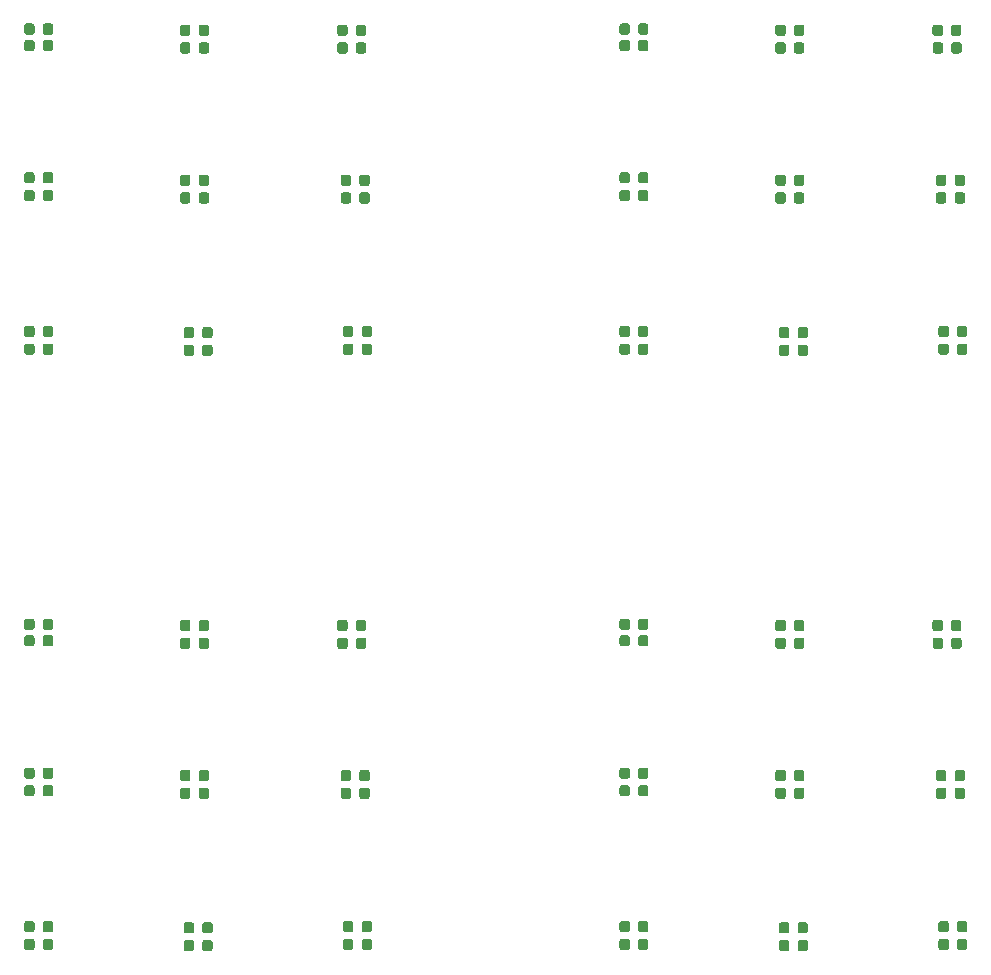
<source format=gtp>
%MOIN*%
%OFA0B0*%
%FSLAX46Y46*%
%IPPOS*%
%LPD*%
%ADD10C,0.0039370078740157488*%
%ADD11C,0.034448818897637797*%
%ADD22C,0.0039370078740157488*%
%ADD23C,0.034448818897637797*%
%ADD24C,0.0039370078740157488*%
%ADD25C,0.034448818897637797*%
%ADD26C,0.0039370078740157488*%
%ADD27C,0.034448818897637797*%
G01*
D10*
G36*
X0000383964Y0001514722D02*
X0000384800Y0001514598D01*
X0000385620Y0001514392D01*
X0000386415Y0001514108D01*
X0000387179Y0001513746D01*
X0000387904Y0001513312D01*
X0000388583Y0001512808D01*
X0000389209Y0001512241D01*
X0000389777Y0001511615D01*
X0000390280Y0001510936D01*
X0000390715Y0001510211D01*
X0000391076Y0001509447D01*
X0000391361Y0001508651D01*
X0000391566Y0001507831D01*
X0000391690Y0001506995D01*
X0000391732Y0001506151D01*
X0000391732Y0001485974D01*
X0000391690Y0001485130D01*
X0000391566Y0001484294D01*
X0000391361Y0001483474D01*
X0000391076Y0001482678D01*
X0000390715Y0001481914D01*
X0000390280Y0001481189D01*
X0000389777Y0001480510D01*
X0000389209Y0001479884D01*
X0000388583Y0001479317D01*
X0000387904Y0001478813D01*
X0000387179Y0001478379D01*
X0000386415Y0001478017D01*
X0000385620Y0001477733D01*
X0000384800Y0001477527D01*
X0000383964Y0001477403D01*
X0000383120Y0001477362D01*
X0000365895Y0001477362D01*
X0000365051Y0001477403D01*
X0000364215Y0001477527D01*
X0000363395Y0001477733D01*
X0000362599Y0001478017D01*
X0000361835Y0001478379D01*
X0000361110Y0001478813D01*
X0000360432Y0001479317D01*
X0000359805Y0001479884D01*
X0000359238Y0001480510D01*
X0000358734Y0001481189D01*
X0000358300Y0001481914D01*
X0000357938Y0001482678D01*
X0000357654Y0001483474D01*
X0000357448Y0001484294D01*
X0000357324Y0001485130D01*
X0000357283Y0001485974D01*
X0000357283Y0001506151D01*
X0000357324Y0001506995D01*
X0000357448Y0001507831D01*
X0000357654Y0001508651D01*
X0000357938Y0001509447D01*
X0000358300Y0001510211D01*
X0000358734Y0001510936D01*
X0000359238Y0001511615D01*
X0000359805Y0001512241D01*
X0000360432Y0001512808D01*
X0000361110Y0001513312D01*
X0000361835Y0001513746D01*
X0000362599Y0001514108D01*
X0000363395Y0001514392D01*
X0000364215Y0001514598D01*
X0000365051Y0001514722D01*
X0000365895Y0001514763D01*
X0000383120Y0001514763D01*
X0000383964Y0001514722D01*
X0000383964Y0001514722D01*
G37*
D11*
X0000374507Y0001496062D03*
D10*
G36*
X0000445972Y0001514722D02*
X0000446808Y0001514598D01*
X0000447627Y0001514392D01*
X0000448423Y0001514108D01*
X0000449187Y0001513746D01*
X0000449912Y0001513312D01*
X0000450591Y0001512808D01*
X0000451217Y0001512241D01*
X0000451785Y0001511615D01*
X0000452288Y0001510936D01*
X0000452723Y0001510211D01*
X0000453084Y0001509447D01*
X0000453369Y0001508651D01*
X0000453574Y0001507831D01*
X0000453698Y0001506995D01*
X0000453740Y0001506151D01*
X0000453740Y0001485974D01*
X0000453698Y0001485130D01*
X0000453574Y0001484294D01*
X0000453369Y0001483474D01*
X0000453084Y0001482678D01*
X0000452723Y0001481914D01*
X0000452288Y0001481189D01*
X0000451785Y0001480510D01*
X0000451217Y0001479884D01*
X0000450591Y0001479317D01*
X0000449912Y0001478813D01*
X0000449187Y0001478379D01*
X0000448423Y0001478017D01*
X0000447627Y0001477733D01*
X0000446808Y0001477527D01*
X0000445972Y0001477403D01*
X0000445127Y0001477362D01*
X0000427903Y0001477362D01*
X0000427059Y0001477403D01*
X0000426223Y0001477527D01*
X0000425403Y0001477733D01*
X0000424607Y0001478017D01*
X0000423843Y0001478379D01*
X0000423118Y0001478813D01*
X0000422439Y0001479317D01*
X0000421813Y0001479884D01*
X0000421246Y0001480510D01*
X0000420742Y0001481189D01*
X0000420308Y0001481914D01*
X0000419946Y0001482678D01*
X0000419662Y0001483474D01*
X0000419456Y0001484294D01*
X0000419332Y0001485130D01*
X0000419291Y0001485974D01*
X0000419291Y0001506151D01*
X0000419332Y0001506995D01*
X0000419456Y0001507831D01*
X0000419662Y0001508651D01*
X0000419946Y0001509447D01*
X0000420308Y0001510211D01*
X0000420742Y0001510936D01*
X0000421246Y0001511615D01*
X0000421813Y0001512241D01*
X0000422439Y0001512808D01*
X0000423118Y0001513312D01*
X0000423843Y0001513746D01*
X0000424607Y0001514108D01*
X0000425403Y0001514392D01*
X0000426223Y0001514598D01*
X0000427059Y0001514722D01*
X0000427903Y0001514763D01*
X0000445127Y0001514763D01*
X0000445972Y0001514722D01*
X0000445972Y0001514722D01*
G37*
D11*
X0000436515Y0001496062D03*
D10*
G36*
X0000903649Y0001510785D02*
X0000904485Y0001510661D01*
X0000905305Y0001510455D01*
X0000906100Y0001510171D01*
X0000906864Y0001509809D01*
X0000907589Y0001509375D01*
X0000908268Y0001508871D01*
X0000908894Y0001508304D01*
X0000909462Y0001507678D01*
X0000909965Y0001506999D01*
X0000910400Y0001506274D01*
X0000910761Y0001505510D01*
X0000911046Y0001504714D01*
X0000911251Y0001503894D01*
X0000911375Y0001503058D01*
X0000911417Y0001502214D01*
X0000911417Y0001482037D01*
X0000911375Y0001481193D01*
X0000911251Y0001480357D01*
X0000911046Y0001479537D01*
X0000910761Y0001478741D01*
X0000910400Y0001477977D01*
X0000909965Y0001477252D01*
X0000909462Y0001476573D01*
X0000908894Y0001475947D01*
X0000908268Y0001475380D01*
X0000907589Y0001474876D01*
X0000906864Y0001474442D01*
X0000906100Y0001474080D01*
X0000905305Y0001473796D01*
X0000904485Y0001473590D01*
X0000903649Y0001473466D01*
X0000902805Y0001473425D01*
X0000885580Y0001473425D01*
X0000884736Y0001473466D01*
X0000883900Y0001473590D01*
X0000883080Y0001473796D01*
X0000882284Y0001474080D01*
X0000881520Y0001474442D01*
X0000880796Y0001474876D01*
X0000880117Y0001475380D01*
X0000879490Y0001475947D01*
X0000878923Y0001476573D01*
X0000878419Y0001477252D01*
X0000877985Y0001477977D01*
X0000877624Y0001478741D01*
X0000877339Y0001479537D01*
X0000877133Y0001480357D01*
X0000877009Y0001481193D01*
X0000876968Y0001482037D01*
X0000876968Y0001502214D01*
X0000877009Y0001503058D01*
X0000877133Y0001503894D01*
X0000877339Y0001504714D01*
X0000877624Y0001505510D01*
X0000877985Y0001506274D01*
X0000878419Y0001506999D01*
X0000878923Y0001507678D01*
X0000879490Y0001508304D01*
X0000880117Y0001508871D01*
X0000880796Y0001509375D01*
X0000881520Y0001509809D01*
X0000882284Y0001510171D01*
X0000883080Y0001510455D01*
X0000883900Y0001510661D01*
X0000884736Y0001510785D01*
X0000885580Y0001510826D01*
X0000902805Y0001510826D01*
X0000903649Y0001510785D01*
X0000903649Y0001510785D01*
G37*
D11*
X0000894192Y0001492125D03*
D10*
G36*
X0000965657Y0001510785D02*
X0000966493Y0001510661D01*
X0000967312Y0001510455D01*
X0000968108Y0001510171D01*
X0000968872Y0001509809D01*
X0000969597Y0001509375D01*
X0000970276Y0001508871D01*
X0000970902Y0001508304D01*
X0000971470Y0001507678D01*
X0000971973Y0001506999D01*
X0000972408Y0001506274D01*
X0000972769Y0001505510D01*
X0000973054Y0001504714D01*
X0000973259Y0001503894D01*
X0000973383Y0001503058D01*
X0000973425Y0001502214D01*
X0000973425Y0001482037D01*
X0000973383Y0001481193D01*
X0000973259Y0001480357D01*
X0000973054Y0001479537D01*
X0000972769Y0001478741D01*
X0000972408Y0001477977D01*
X0000971973Y0001477252D01*
X0000971470Y0001476573D01*
X0000970902Y0001475947D01*
X0000970276Y0001475380D01*
X0000969597Y0001474876D01*
X0000968872Y0001474442D01*
X0000968108Y0001474080D01*
X0000967312Y0001473796D01*
X0000966493Y0001473590D01*
X0000965657Y0001473466D01*
X0000964812Y0001473425D01*
X0000947588Y0001473425D01*
X0000946744Y0001473466D01*
X0000945908Y0001473590D01*
X0000945088Y0001473796D01*
X0000944292Y0001474080D01*
X0000943528Y0001474442D01*
X0000942803Y0001474876D01*
X0000942125Y0001475380D01*
X0000941498Y0001475947D01*
X0000940931Y0001476573D01*
X0000940427Y0001477252D01*
X0000939993Y0001477977D01*
X0000939631Y0001478741D01*
X0000939347Y0001479537D01*
X0000939141Y0001480357D01*
X0000939017Y0001481193D01*
X0000938976Y0001482037D01*
X0000938976Y0001502214D01*
X0000939017Y0001503058D01*
X0000939141Y0001503894D01*
X0000939347Y0001504714D01*
X0000939631Y0001505510D01*
X0000939993Y0001506274D01*
X0000940427Y0001506999D01*
X0000940931Y0001507678D01*
X0000941498Y0001508304D01*
X0000942125Y0001508871D01*
X0000942803Y0001509375D01*
X0000943528Y0001509809D01*
X0000944292Y0001510171D01*
X0000945088Y0001510455D01*
X0000945908Y0001510661D01*
X0000946744Y0001510785D01*
X0000947588Y0001510826D01*
X0000964812Y0001510826D01*
X0000965657Y0001510785D01*
X0000965657Y0001510785D01*
G37*
D11*
X0000956200Y0001492125D03*
D10*
G36*
X0000383964Y0001459604D02*
X0000384800Y0001459480D01*
X0000385620Y0001459274D01*
X0000386415Y0001458990D01*
X0000387179Y0001458628D01*
X0000387904Y0001458194D01*
X0000388583Y0001457690D01*
X0000389209Y0001457123D01*
X0000389777Y0001456497D01*
X0000390280Y0001455818D01*
X0000390715Y0001455093D01*
X0000391076Y0001454329D01*
X0000391361Y0001453533D01*
X0000391566Y0001452713D01*
X0000391690Y0001451877D01*
X0000391732Y0001451033D01*
X0000391732Y0001430856D01*
X0000391690Y0001430012D01*
X0000391566Y0001429176D01*
X0000391361Y0001428356D01*
X0000391076Y0001427560D01*
X0000390715Y0001426796D01*
X0000390280Y0001426071D01*
X0000389777Y0001425392D01*
X0000389209Y0001424766D01*
X0000388583Y0001424198D01*
X0000387904Y0001423695D01*
X0000387179Y0001423261D01*
X0000386415Y0001422899D01*
X0000385620Y0001422614D01*
X0000384800Y0001422409D01*
X0000383964Y0001422285D01*
X0000383120Y0001422244D01*
X0000365895Y0001422244D01*
X0000365051Y0001422285D01*
X0000364215Y0001422409D01*
X0000363395Y0001422614D01*
X0000362599Y0001422899D01*
X0000361835Y0001423261D01*
X0000361110Y0001423695D01*
X0000360432Y0001424198D01*
X0000359805Y0001424766D01*
X0000359238Y0001425392D01*
X0000358734Y0001426071D01*
X0000358300Y0001426796D01*
X0000357938Y0001427560D01*
X0000357654Y0001428356D01*
X0000357448Y0001429176D01*
X0000357324Y0001430012D01*
X0000357283Y0001430856D01*
X0000357283Y0001451033D01*
X0000357324Y0001451877D01*
X0000357448Y0001452713D01*
X0000357654Y0001453533D01*
X0000357938Y0001454329D01*
X0000358300Y0001455093D01*
X0000358734Y0001455818D01*
X0000359238Y0001456497D01*
X0000359805Y0001457123D01*
X0000360432Y0001457690D01*
X0000361110Y0001458194D01*
X0000361835Y0001458628D01*
X0000362599Y0001458990D01*
X0000363395Y0001459274D01*
X0000364215Y0001459480D01*
X0000365051Y0001459604D01*
X0000365895Y0001459645D01*
X0000383120Y0001459645D01*
X0000383964Y0001459604D01*
X0000383964Y0001459604D01*
G37*
D11*
X0000374507Y0001440944D03*
D10*
G36*
X0000445972Y0001459604D02*
X0000446808Y0001459480D01*
X0000447627Y0001459274D01*
X0000448423Y0001458990D01*
X0000449187Y0001458628D01*
X0000449912Y0001458194D01*
X0000450591Y0001457690D01*
X0000451217Y0001457123D01*
X0000451785Y0001456497D01*
X0000452288Y0001455818D01*
X0000452723Y0001455093D01*
X0000453084Y0001454329D01*
X0000453369Y0001453533D01*
X0000453574Y0001452713D01*
X0000453698Y0001451877D01*
X0000453740Y0001451033D01*
X0000453740Y0001430856D01*
X0000453698Y0001430012D01*
X0000453574Y0001429176D01*
X0000453369Y0001428356D01*
X0000453084Y0001427560D01*
X0000452723Y0001426796D01*
X0000452288Y0001426071D01*
X0000451785Y0001425392D01*
X0000451217Y0001424766D01*
X0000450591Y0001424198D01*
X0000449912Y0001423695D01*
X0000449187Y0001423261D01*
X0000448423Y0001422899D01*
X0000447627Y0001422614D01*
X0000446808Y0001422409D01*
X0000445972Y0001422285D01*
X0000445127Y0001422244D01*
X0000427903Y0001422244D01*
X0000427059Y0001422285D01*
X0000426223Y0001422409D01*
X0000425403Y0001422614D01*
X0000424607Y0001422899D01*
X0000423843Y0001423261D01*
X0000423118Y0001423695D01*
X0000422439Y0001424198D01*
X0000421813Y0001424766D01*
X0000421246Y0001425392D01*
X0000420742Y0001426071D01*
X0000420308Y0001426796D01*
X0000419946Y0001427560D01*
X0000419662Y0001428356D01*
X0000419456Y0001429176D01*
X0000419332Y0001430012D01*
X0000419291Y0001430856D01*
X0000419291Y0001451033D01*
X0000419332Y0001451877D01*
X0000419456Y0001452713D01*
X0000419662Y0001453533D01*
X0000419946Y0001454329D01*
X0000420308Y0001455093D01*
X0000420742Y0001455818D01*
X0000421246Y0001456497D01*
X0000421813Y0001457123D01*
X0000422439Y0001457690D01*
X0000423118Y0001458194D01*
X0000423843Y0001458628D01*
X0000424607Y0001458990D01*
X0000425403Y0001459274D01*
X0000426223Y0001459480D01*
X0000427059Y0001459604D01*
X0000427903Y0001459645D01*
X0000445127Y0001459645D01*
X0000445972Y0001459604D01*
X0000445972Y0001459604D01*
G37*
D11*
X0000436515Y0001440944D03*
D10*
G36*
X0000903649Y0001451730D02*
X0000904485Y0001451606D01*
X0000905305Y0001451400D01*
X0000906100Y0001451116D01*
X0000906864Y0001450754D01*
X0000907589Y0001450320D01*
X0000908268Y0001449816D01*
X0000908894Y0001449249D01*
X0000909462Y0001448622D01*
X0000909965Y0001447944D01*
X0000910400Y0001447219D01*
X0000910761Y0001446455D01*
X0000911046Y0001445659D01*
X0000911251Y0001444839D01*
X0000911375Y0001444003D01*
X0000911417Y0001443159D01*
X0000911417Y0001422982D01*
X0000911375Y0001422138D01*
X0000911251Y0001421302D01*
X0000911046Y0001420482D01*
X0000910761Y0001419686D01*
X0000910400Y0001418922D01*
X0000909965Y0001418197D01*
X0000909462Y0001417518D01*
X0000908894Y0001416892D01*
X0000908268Y0001416324D01*
X0000907589Y0001415821D01*
X0000906864Y0001415387D01*
X0000906100Y0001415025D01*
X0000905305Y0001414740D01*
X0000904485Y0001414535D01*
X0000903649Y0001414411D01*
X0000902805Y0001414370D01*
X0000885580Y0001414370D01*
X0000884736Y0001414411D01*
X0000883900Y0001414535D01*
X0000883080Y0001414740D01*
X0000882284Y0001415025D01*
X0000881520Y0001415387D01*
X0000880796Y0001415821D01*
X0000880117Y0001416324D01*
X0000879490Y0001416892D01*
X0000878923Y0001417518D01*
X0000878419Y0001418197D01*
X0000877985Y0001418922D01*
X0000877624Y0001419686D01*
X0000877339Y0001420482D01*
X0000877133Y0001421302D01*
X0000877009Y0001422138D01*
X0000876968Y0001422982D01*
X0000876968Y0001443159D01*
X0000877009Y0001444003D01*
X0000877133Y0001444839D01*
X0000877339Y0001445659D01*
X0000877624Y0001446455D01*
X0000877985Y0001447219D01*
X0000878419Y0001447944D01*
X0000878923Y0001448622D01*
X0000879490Y0001449249D01*
X0000880117Y0001449816D01*
X0000880796Y0001450320D01*
X0000881520Y0001450754D01*
X0000882284Y0001451116D01*
X0000883080Y0001451400D01*
X0000883900Y0001451606D01*
X0000884736Y0001451730D01*
X0000885580Y0001451771D01*
X0000902805Y0001451771D01*
X0000903649Y0001451730D01*
X0000903649Y0001451730D01*
G37*
D11*
X0000894192Y0001433070D03*
D10*
G36*
X0000965657Y0001451730D02*
X0000966493Y0001451606D01*
X0000967312Y0001451400D01*
X0000968108Y0001451116D01*
X0000968872Y0001450754D01*
X0000969597Y0001450320D01*
X0000970276Y0001449816D01*
X0000970902Y0001449249D01*
X0000971470Y0001448622D01*
X0000971973Y0001447944D01*
X0000972408Y0001447219D01*
X0000972769Y0001446455D01*
X0000973054Y0001445659D01*
X0000973259Y0001444839D01*
X0000973383Y0001444003D01*
X0000973425Y0001443159D01*
X0000973425Y0001422982D01*
X0000973383Y0001422138D01*
X0000973259Y0001421302D01*
X0000973054Y0001420482D01*
X0000972769Y0001419686D01*
X0000972408Y0001418922D01*
X0000971973Y0001418197D01*
X0000971470Y0001417518D01*
X0000970902Y0001416892D01*
X0000970276Y0001416324D01*
X0000969597Y0001415821D01*
X0000968872Y0001415387D01*
X0000968108Y0001415025D01*
X0000967312Y0001414740D01*
X0000966493Y0001414535D01*
X0000965657Y0001414411D01*
X0000964812Y0001414370D01*
X0000947588Y0001414370D01*
X0000946744Y0001414411D01*
X0000945908Y0001414535D01*
X0000945088Y0001414740D01*
X0000944292Y0001415025D01*
X0000943528Y0001415387D01*
X0000942803Y0001415821D01*
X0000942125Y0001416324D01*
X0000941498Y0001416892D01*
X0000940931Y0001417518D01*
X0000940427Y0001418197D01*
X0000939993Y0001418922D01*
X0000939631Y0001419686D01*
X0000939347Y0001420482D01*
X0000939141Y0001421302D01*
X0000939017Y0001422138D01*
X0000938976Y0001422982D01*
X0000938976Y0001443159D01*
X0000939017Y0001444003D01*
X0000939141Y0001444839D01*
X0000939347Y0001445659D01*
X0000939631Y0001446455D01*
X0000939993Y0001447219D01*
X0000940427Y0001447944D01*
X0000940931Y0001448622D01*
X0000941498Y0001449249D01*
X0000942125Y0001449816D01*
X0000942803Y0001450320D01*
X0000943528Y0001450754D01*
X0000944292Y0001451116D01*
X0000945088Y0001451400D01*
X0000945908Y0001451606D01*
X0000946744Y0001451730D01*
X0000947588Y0001451771D01*
X0000964812Y0001451771D01*
X0000965657Y0001451730D01*
X0000965657Y0001451730D01*
G37*
D11*
X0000956200Y0001433070D03*
D10*
G36*
X0001427271Y0001510785D02*
X0001428107Y0001510661D01*
X0001428927Y0001510455D01*
X0001429722Y0001510171D01*
X0001430486Y0001509809D01*
X0001431211Y0001509375D01*
X0001431890Y0001508871D01*
X0001432516Y0001508304D01*
X0001433084Y0001507678D01*
X0001433587Y0001506999D01*
X0001434022Y0001506274D01*
X0001434383Y0001505510D01*
X0001434668Y0001504714D01*
X0001434873Y0001503894D01*
X0001434997Y0001503058D01*
X0001435039Y0001502214D01*
X0001435039Y0001482037D01*
X0001434997Y0001481193D01*
X0001434873Y0001480357D01*
X0001434668Y0001479537D01*
X0001434383Y0001478741D01*
X0001434022Y0001477977D01*
X0001433587Y0001477252D01*
X0001433084Y0001476573D01*
X0001432516Y0001475947D01*
X0001431890Y0001475380D01*
X0001431211Y0001474876D01*
X0001430486Y0001474442D01*
X0001429722Y0001474080D01*
X0001428927Y0001473796D01*
X0001428107Y0001473590D01*
X0001427271Y0001473466D01*
X0001426427Y0001473425D01*
X0001409202Y0001473425D01*
X0001408358Y0001473466D01*
X0001407522Y0001473590D01*
X0001406702Y0001473796D01*
X0001405907Y0001474080D01*
X0001405142Y0001474442D01*
X0001404418Y0001474876D01*
X0001403739Y0001475380D01*
X0001403112Y0001475947D01*
X0001402545Y0001476573D01*
X0001402041Y0001477252D01*
X0001401607Y0001477977D01*
X0001401246Y0001478741D01*
X0001400961Y0001479537D01*
X0001400756Y0001480357D01*
X0001400632Y0001481193D01*
X0001400590Y0001482037D01*
X0001400590Y0001502214D01*
X0001400632Y0001503058D01*
X0001400756Y0001503894D01*
X0001400961Y0001504714D01*
X0001401246Y0001505510D01*
X0001401607Y0001506274D01*
X0001402041Y0001506999D01*
X0001402545Y0001507678D01*
X0001403112Y0001508304D01*
X0001403739Y0001508871D01*
X0001404418Y0001509375D01*
X0001405142Y0001509809D01*
X0001405907Y0001510171D01*
X0001406702Y0001510455D01*
X0001407522Y0001510661D01*
X0001408358Y0001510785D01*
X0001409202Y0001510826D01*
X0001426427Y0001510826D01*
X0001427271Y0001510785D01*
X0001427271Y0001510785D01*
G37*
D11*
X0001417814Y0001492125D03*
D10*
G36*
X0001489279Y0001510785D02*
X0001490115Y0001510661D01*
X0001490935Y0001510455D01*
X0001491730Y0001510171D01*
X0001492494Y0001509809D01*
X0001493219Y0001509375D01*
X0001493898Y0001508871D01*
X0001494524Y0001508304D01*
X0001495092Y0001507678D01*
X0001495595Y0001506999D01*
X0001496030Y0001506274D01*
X0001496391Y0001505510D01*
X0001496676Y0001504714D01*
X0001496881Y0001503894D01*
X0001497005Y0001503058D01*
X0001497047Y0001502214D01*
X0001497047Y0001482037D01*
X0001497005Y0001481193D01*
X0001496881Y0001480357D01*
X0001496676Y0001479537D01*
X0001496391Y0001478741D01*
X0001496030Y0001477977D01*
X0001495595Y0001477252D01*
X0001495092Y0001476573D01*
X0001494524Y0001475947D01*
X0001493898Y0001475380D01*
X0001493219Y0001474876D01*
X0001492494Y0001474442D01*
X0001491730Y0001474080D01*
X0001490935Y0001473796D01*
X0001490115Y0001473590D01*
X0001489279Y0001473466D01*
X0001488435Y0001473425D01*
X0001471210Y0001473425D01*
X0001470366Y0001473466D01*
X0001469530Y0001473590D01*
X0001468710Y0001473796D01*
X0001467914Y0001474080D01*
X0001467150Y0001474442D01*
X0001466425Y0001474876D01*
X0001465747Y0001475380D01*
X0001465120Y0001475947D01*
X0001464553Y0001476573D01*
X0001464049Y0001477252D01*
X0001463615Y0001477977D01*
X0001463253Y0001478741D01*
X0001462969Y0001479537D01*
X0001462763Y0001480357D01*
X0001462639Y0001481193D01*
X0001462598Y0001482037D01*
X0001462598Y0001502214D01*
X0001462639Y0001503058D01*
X0001462763Y0001503894D01*
X0001462969Y0001504714D01*
X0001463253Y0001505510D01*
X0001463615Y0001506274D01*
X0001464049Y0001506999D01*
X0001464553Y0001507678D01*
X0001465120Y0001508304D01*
X0001465747Y0001508871D01*
X0001466425Y0001509375D01*
X0001467150Y0001509809D01*
X0001467914Y0001510171D01*
X0001468710Y0001510455D01*
X0001469530Y0001510661D01*
X0001470366Y0001510785D01*
X0001471210Y0001510826D01*
X0001488435Y0001510826D01*
X0001489279Y0001510785D01*
X0001489279Y0001510785D01*
G37*
D11*
X0001479822Y0001492125D03*
D10*
G36*
X0001439082Y0001010785D02*
X0001439918Y0001010661D01*
X0001440738Y0001010455D01*
X0001441533Y0001010171D01*
X0001442297Y0001009809D01*
X0001443022Y0001009375D01*
X0001443701Y0001008871D01*
X0001444327Y0001008304D01*
X0001444895Y0001007678D01*
X0001445398Y0001006999D01*
X0001445833Y0001006274D01*
X0001446194Y0001005510D01*
X0001446479Y0001004714D01*
X0001446684Y0001003894D01*
X0001446808Y0001003058D01*
X0001446850Y0001002214D01*
X0001446850Y0000982037D01*
X0001446808Y0000981193D01*
X0001446684Y0000980357D01*
X0001446479Y0000979537D01*
X0001446194Y0000978741D01*
X0001445833Y0000977977D01*
X0001445398Y0000977252D01*
X0001444895Y0000976573D01*
X0001444327Y0000975947D01*
X0001443701Y0000975380D01*
X0001443022Y0000974876D01*
X0001442297Y0000974442D01*
X0001441533Y0000974080D01*
X0001440738Y0000973796D01*
X0001439918Y0000973590D01*
X0001439082Y0000973466D01*
X0001438238Y0000973425D01*
X0001421013Y0000973425D01*
X0001420169Y0000973466D01*
X0001419333Y0000973590D01*
X0001418513Y0000973796D01*
X0001417718Y0000974080D01*
X0001416954Y0000974442D01*
X0001416229Y0000974876D01*
X0001415550Y0000975380D01*
X0001414923Y0000975947D01*
X0001414356Y0000976573D01*
X0001413852Y0000977252D01*
X0001413418Y0000977977D01*
X0001413057Y0000978741D01*
X0001412772Y0000979537D01*
X0001412567Y0000980357D01*
X0001412443Y0000981193D01*
X0001412401Y0000982037D01*
X0001412401Y0001002214D01*
X0001412443Y0001003058D01*
X0001412567Y0001003894D01*
X0001412772Y0001004714D01*
X0001413057Y0001005510D01*
X0001413418Y0001006274D01*
X0001413852Y0001006999D01*
X0001414356Y0001007678D01*
X0001414923Y0001008304D01*
X0001415550Y0001008871D01*
X0001416229Y0001009375D01*
X0001416954Y0001009809D01*
X0001417718Y0001010171D01*
X0001418513Y0001010455D01*
X0001419333Y0001010661D01*
X0001420169Y0001010785D01*
X0001421013Y0001010826D01*
X0001438238Y0001010826D01*
X0001439082Y0001010785D01*
X0001439082Y0001010785D01*
G37*
D11*
X0001429625Y0000992125D03*
D10*
G36*
X0001501090Y0001010785D02*
X0001501926Y0001010661D01*
X0001502746Y0001010455D01*
X0001503541Y0001010171D01*
X0001504305Y0001009809D01*
X0001505030Y0001009375D01*
X0001505709Y0001008871D01*
X0001506335Y0001008304D01*
X0001506903Y0001007678D01*
X0001507406Y0001006999D01*
X0001507841Y0001006274D01*
X0001508202Y0001005510D01*
X0001508487Y0001004714D01*
X0001508692Y0001003894D01*
X0001508816Y0001003058D01*
X0001508858Y0001002214D01*
X0001508858Y0000982037D01*
X0001508816Y0000981193D01*
X0001508692Y0000980357D01*
X0001508487Y0000979537D01*
X0001508202Y0000978741D01*
X0001507841Y0000977977D01*
X0001507406Y0000977252D01*
X0001506903Y0000976573D01*
X0001506335Y0000975947D01*
X0001505709Y0000975380D01*
X0001505030Y0000974876D01*
X0001504305Y0000974442D01*
X0001503541Y0000974080D01*
X0001502746Y0000973796D01*
X0001501926Y0000973590D01*
X0001501090Y0000973466D01*
X0001500246Y0000973425D01*
X0001483021Y0000973425D01*
X0001482177Y0000973466D01*
X0001481341Y0000973590D01*
X0001480521Y0000973796D01*
X0001479725Y0000974080D01*
X0001478961Y0000974442D01*
X0001478236Y0000974876D01*
X0001477558Y0000975380D01*
X0001476931Y0000975947D01*
X0001476364Y0000976573D01*
X0001475860Y0000977252D01*
X0001475426Y0000977977D01*
X0001475065Y0000978741D01*
X0001474780Y0000979537D01*
X0001474574Y0000980357D01*
X0001474450Y0000981193D01*
X0001474409Y0000982037D01*
X0001474409Y0001002214D01*
X0001474450Y0001003058D01*
X0001474574Y0001003894D01*
X0001474780Y0001004714D01*
X0001475065Y0001005510D01*
X0001475426Y0001006274D01*
X0001475860Y0001006999D01*
X0001476364Y0001007678D01*
X0001476931Y0001008304D01*
X0001477558Y0001008871D01*
X0001478236Y0001009375D01*
X0001478961Y0001009809D01*
X0001479725Y0001010171D01*
X0001480521Y0001010455D01*
X0001481341Y0001010661D01*
X0001482177Y0001010785D01*
X0001483021Y0001010826D01*
X0001500246Y0001010826D01*
X0001501090Y0001010785D01*
X0001501090Y0001010785D01*
G37*
D11*
X0001491633Y0000992125D03*
D10*
G36*
X0001427763Y0001451730D02*
X0001428599Y0001451606D01*
X0001429419Y0001451400D01*
X0001430215Y0001451116D01*
X0001430979Y0001450754D01*
X0001431703Y0001450320D01*
X0001432382Y0001449816D01*
X0001433009Y0001449249D01*
X0001433576Y0001448622D01*
X0001434080Y0001447944D01*
X0001434514Y0001447219D01*
X0001434875Y0001446455D01*
X0001435160Y0001445659D01*
X0001435365Y0001444839D01*
X0001435490Y0001444003D01*
X0001435531Y0001443159D01*
X0001435531Y0001422982D01*
X0001435490Y0001422138D01*
X0001435365Y0001421302D01*
X0001435160Y0001420482D01*
X0001434875Y0001419686D01*
X0001434514Y0001418922D01*
X0001434080Y0001418197D01*
X0001433576Y0001417518D01*
X0001433009Y0001416892D01*
X0001432382Y0001416324D01*
X0001431703Y0001415821D01*
X0001430979Y0001415387D01*
X0001430215Y0001415025D01*
X0001429419Y0001414740D01*
X0001428599Y0001414535D01*
X0001427763Y0001414411D01*
X0001426919Y0001414370D01*
X0001409694Y0001414370D01*
X0001408850Y0001414411D01*
X0001408014Y0001414535D01*
X0001407194Y0001414740D01*
X0001406399Y0001415025D01*
X0001405635Y0001415387D01*
X0001404910Y0001415821D01*
X0001404231Y0001416324D01*
X0001403605Y0001416892D01*
X0001403037Y0001417518D01*
X0001402534Y0001418197D01*
X0001402099Y0001418922D01*
X0001401738Y0001419686D01*
X0001401453Y0001420482D01*
X0001401248Y0001421302D01*
X0001401124Y0001422138D01*
X0001401082Y0001422982D01*
X0001401082Y0001443159D01*
X0001401124Y0001444003D01*
X0001401248Y0001444839D01*
X0001401453Y0001445659D01*
X0001401738Y0001446455D01*
X0001402099Y0001447219D01*
X0001402534Y0001447944D01*
X0001403037Y0001448622D01*
X0001403605Y0001449249D01*
X0001404231Y0001449816D01*
X0001404910Y0001450320D01*
X0001405635Y0001450754D01*
X0001406399Y0001451116D01*
X0001407194Y0001451400D01*
X0001408014Y0001451606D01*
X0001408850Y0001451730D01*
X0001409694Y0001451771D01*
X0001426919Y0001451771D01*
X0001427763Y0001451730D01*
X0001427763Y0001451730D01*
G37*
D11*
X0001418307Y0001433070D03*
D10*
G36*
X0001489771Y0001451730D02*
X0001490607Y0001451606D01*
X0001491427Y0001451400D01*
X0001492222Y0001451116D01*
X0001492986Y0001450754D01*
X0001493711Y0001450320D01*
X0001494390Y0001449816D01*
X0001495016Y0001449249D01*
X0001495584Y0001448622D01*
X0001496087Y0001447944D01*
X0001496522Y0001447219D01*
X0001496883Y0001446455D01*
X0001497168Y0001445659D01*
X0001497373Y0001444839D01*
X0001497497Y0001444003D01*
X0001497539Y0001443159D01*
X0001497539Y0001422982D01*
X0001497497Y0001422138D01*
X0001497373Y0001421302D01*
X0001497168Y0001420482D01*
X0001496883Y0001419686D01*
X0001496522Y0001418922D01*
X0001496087Y0001418197D01*
X0001495584Y0001417518D01*
X0001495016Y0001416892D01*
X0001494390Y0001416324D01*
X0001493711Y0001415821D01*
X0001492986Y0001415387D01*
X0001492222Y0001415025D01*
X0001491427Y0001414740D01*
X0001490607Y0001414535D01*
X0001489771Y0001414411D01*
X0001488927Y0001414370D01*
X0001471702Y0001414370D01*
X0001470858Y0001414411D01*
X0001470022Y0001414535D01*
X0001469202Y0001414740D01*
X0001468407Y0001415025D01*
X0001467642Y0001415387D01*
X0001466918Y0001415821D01*
X0001466239Y0001416324D01*
X0001465612Y0001416892D01*
X0001465045Y0001417518D01*
X0001464541Y0001418197D01*
X0001464107Y0001418922D01*
X0001463746Y0001419686D01*
X0001463461Y0001420482D01*
X0001463256Y0001421302D01*
X0001463132Y0001422138D01*
X0001463090Y0001422982D01*
X0001463090Y0001443159D01*
X0001463132Y0001444003D01*
X0001463256Y0001444839D01*
X0001463461Y0001445659D01*
X0001463746Y0001446455D01*
X0001464107Y0001447219D01*
X0001464541Y0001447944D01*
X0001465045Y0001448622D01*
X0001465612Y0001449249D01*
X0001466239Y0001449816D01*
X0001466918Y0001450320D01*
X0001467642Y0001450754D01*
X0001468407Y0001451116D01*
X0001469202Y0001451400D01*
X0001470022Y0001451606D01*
X0001470858Y0001451730D01*
X0001471702Y0001451771D01*
X0001488927Y0001451771D01*
X0001489771Y0001451730D01*
X0001489771Y0001451730D01*
G37*
D11*
X0001480314Y0001433070D03*
D10*
G36*
X0001439082Y0000951730D02*
X0001439918Y0000951606D01*
X0001440738Y0000951400D01*
X0001441533Y0000951116D01*
X0001442297Y0000950754D01*
X0001443022Y0000950320D01*
X0001443701Y0000949816D01*
X0001444327Y0000949249D01*
X0001444895Y0000948622D01*
X0001445398Y0000947944D01*
X0001445833Y0000947219D01*
X0001446194Y0000946455D01*
X0001446479Y0000945659D01*
X0001446684Y0000944839D01*
X0001446808Y0000944003D01*
X0001446850Y0000943159D01*
X0001446850Y0000922982D01*
X0001446808Y0000922138D01*
X0001446684Y0000921302D01*
X0001446479Y0000920482D01*
X0001446194Y0000919686D01*
X0001445833Y0000918922D01*
X0001445398Y0000918197D01*
X0001444895Y0000917518D01*
X0001444327Y0000916892D01*
X0001443701Y0000916324D01*
X0001443022Y0000915821D01*
X0001442297Y0000915386D01*
X0001441533Y0000915025D01*
X0001440738Y0000914740D01*
X0001439918Y0000914535D01*
X0001439082Y0000914411D01*
X0001438238Y0000914370D01*
X0001421013Y0000914370D01*
X0001420169Y0000914411D01*
X0001419333Y0000914535D01*
X0001418513Y0000914740D01*
X0001417718Y0000915025D01*
X0001416954Y0000915386D01*
X0001416229Y0000915821D01*
X0001415550Y0000916324D01*
X0001414923Y0000916892D01*
X0001414356Y0000917518D01*
X0001413852Y0000918197D01*
X0001413418Y0000918922D01*
X0001413057Y0000919686D01*
X0001412772Y0000920482D01*
X0001412567Y0000921302D01*
X0001412443Y0000922138D01*
X0001412401Y0000922982D01*
X0001412401Y0000943159D01*
X0001412443Y0000944003D01*
X0001412567Y0000944839D01*
X0001412772Y0000945659D01*
X0001413057Y0000946455D01*
X0001413418Y0000947219D01*
X0001413852Y0000947944D01*
X0001414356Y0000948622D01*
X0001414923Y0000949249D01*
X0001415550Y0000949816D01*
X0001416229Y0000950320D01*
X0001416954Y0000950754D01*
X0001417718Y0000951116D01*
X0001418513Y0000951400D01*
X0001419333Y0000951606D01*
X0001420169Y0000951730D01*
X0001421013Y0000951771D01*
X0001438238Y0000951771D01*
X0001439082Y0000951730D01*
X0001439082Y0000951730D01*
G37*
D11*
X0001429625Y0000933070D03*
D10*
G36*
X0001501090Y0000951730D02*
X0001501926Y0000951606D01*
X0001502746Y0000951400D01*
X0001503541Y0000951116D01*
X0001504305Y0000950754D01*
X0001505030Y0000950320D01*
X0001505709Y0000949816D01*
X0001506335Y0000949249D01*
X0001506903Y0000948622D01*
X0001507406Y0000947944D01*
X0001507841Y0000947219D01*
X0001508202Y0000946455D01*
X0001508487Y0000945659D01*
X0001508692Y0000944839D01*
X0001508816Y0000944003D01*
X0001508858Y0000943159D01*
X0001508858Y0000922982D01*
X0001508816Y0000922138D01*
X0001508692Y0000921302D01*
X0001508487Y0000920482D01*
X0001508202Y0000919686D01*
X0001507841Y0000918922D01*
X0001507406Y0000918197D01*
X0001506903Y0000917518D01*
X0001506335Y0000916892D01*
X0001505709Y0000916324D01*
X0001505030Y0000915821D01*
X0001504305Y0000915386D01*
X0001503541Y0000915025D01*
X0001502746Y0000914740D01*
X0001501926Y0000914535D01*
X0001501090Y0000914411D01*
X0001500246Y0000914370D01*
X0001483021Y0000914370D01*
X0001482177Y0000914411D01*
X0001481341Y0000914535D01*
X0001480521Y0000914740D01*
X0001479725Y0000915025D01*
X0001478961Y0000915386D01*
X0001478236Y0000915821D01*
X0001477558Y0000916324D01*
X0001476931Y0000916892D01*
X0001476364Y0000917518D01*
X0001475860Y0000918197D01*
X0001475426Y0000918922D01*
X0001475065Y0000919686D01*
X0001474780Y0000920482D01*
X0001474574Y0000921302D01*
X0001474450Y0000922138D01*
X0001474409Y0000922982D01*
X0001474409Y0000943159D01*
X0001474450Y0000944003D01*
X0001474574Y0000944839D01*
X0001474780Y0000945659D01*
X0001475065Y0000946455D01*
X0001475426Y0000947219D01*
X0001475860Y0000947944D01*
X0001476364Y0000948622D01*
X0001476931Y0000949249D01*
X0001477558Y0000949816D01*
X0001478236Y0000950320D01*
X0001478961Y0000950754D01*
X0001479725Y0000951116D01*
X0001480521Y0000951400D01*
X0001481341Y0000951606D01*
X0001482177Y0000951730D01*
X0001483021Y0000951771D01*
X0001500246Y0000951771D01*
X0001501090Y0000951730D01*
X0001501090Y0000951730D01*
G37*
D11*
X0001491633Y0000933070D03*
D10*
G36*
X0000903649Y0001010785D02*
X0000904485Y0001010661D01*
X0000905305Y0001010455D01*
X0000906100Y0001010171D01*
X0000906864Y0001009809D01*
X0000907589Y0001009375D01*
X0000908268Y0001008871D01*
X0000908894Y0001008304D01*
X0000909462Y0001007678D01*
X0000909965Y0001006999D01*
X0000910400Y0001006274D01*
X0000910761Y0001005510D01*
X0000911046Y0001004714D01*
X0000911251Y0001003894D01*
X0000911375Y0001003058D01*
X0000911417Y0001002214D01*
X0000911417Y0000982037D01*
X0000911375Y0000981193D01*
X0000911251Y0000980357D01*
X0000911046Y0000979537D01*
X0000910761Y0000978741D01*
X0000910400Y0000977977D01*
X0000909965Y0000977252D01*
X0000909462Y0000976573D01*
X0000908894Y0000975947D01*
X0000908268Y0000975380D01*
X0000907589Y0000974876D01*
X0000906864Y0000974442D01*
X0000906100Y0000974080D01*
X0000905305Y0000973796D01*
X0000904485Y0000973590D01*
X0000903649Y0000973466D01*
X0000902805Y0000973425D01*
X0000885580Y0000973425D01*
X0000884736Y0000973466D01*
X0000883900Y0000973590D01*
X0000883080Y0000973796D01*
X0000882284Y0000974080D01*
X0000881520Y0000974442D01*
X0000880796Y0000974876D01*
X0000880117Y0000975380D01*
X0000879490Y0000975947D01*
X0000878923Y0000976573D01*
X0000878419Y0000977252D01*
X0000877985Y0000977977D01*
X0000877624Y0000978741D01*
X0000877339Y0000979537D01*
X0000877133Y0000980357D01*
X0000877009Y0000981193D01*
X0000876968Y0000982037D01*
X0000876968Y0001002214D01*
X0000877009Y0001003058D01*
X0000877133Y0001003894D01*
X0000877339Y0001004714D01*
X0000877624Y0001005510D01*
X0000877985Y0001006274D01*
X0000878419Y0001006999D01*
X0000878923Y0001007678D01*
X0000879490Y0001008304D01*
X0000880117Y0001008871D01*
X0000880796Y0001009375D01*
X0000881520Y0001009809D01*
X0000882284Y0001010171D01*
X0000883080Y0001010455D01*
X0000883900Y0001010661D01*
X0000884736Y0001010785D01*
X0000885580Y0001010826D01*
X0000902805Y0001010826D01*
X0000903649Y0001010785D01*
X0000903649Y0001010785D01*
G37*
D11*
X0000894192Y0000992125D03*
D10*
G36*
X0000965657Y0001010785D02*
X0000966493Y0001010661D01*
X0000967312Y0001010455D01*
X0000968108Y0001010171D01*
X0000968872Y0001009809D01*
X0000969597Y0001009375D01*
X0000970276Y0001008871D01*
X0000970902Y0001008304D01*
X0000971470Y0001007678D01*
X0000971973Y0001006999D01*
X0000972408Y0001006274D01*
X0000972769Y0001005510D01*
X0000973054Y0001004714D01*
X0000973259Y0001003894D01*
X0000973383Y0001003058D01*
X0000973425Y0001002214D01*
X0000973425Y0000982037D01*
X0000973383Y0000981193D01*
X0000973259Y0000980357D01*
X0000973054Y0000979537D01*
X0000972769Y0000978741D01*
X0000972408Y0000977977D01*
X0000971973Y0000977252D01*
X0000971470Y0000976573D01*
X0000970902Y0000975947D01*
X0000970276Y0000975380D01*
X0000969597Y0000974876D01*
X0000968872Y0000974442D01*
X0000968108Y0000974080D01*
X0000967312Y0000973796D01*
X0000966493Y0000973590D01*
X0000965657Y0000973466D01*
X0000964812Y0000973425D01*
X0000947588Y0000973425D01*
X0000946744Y0000973466D01*
X0000945908Y0000973590D01*
X0000945088Y0000973796D01*
X0000944292Y0000974080D01*
X0000943528Y0000974442D01*
X0000942803Y0000974876D01*
X0000942125Y0000975380D01*
X0000941498Y0000975947D01*
X0000940931Y0000976573D01*
X0000940427Y0000977252D01*
X0000939993Y0000977977D01*
X0000939631Y0000978741D01*
X0000939347Y0000979537D01*
X0000939141Y0000980357D01*
X0000939017Y0000981193D01*
X0000938976Y0000982037D01*
X0000938976Y0001002214D01*
X0000939017Y0001003058D01*
X0000939141Y0001003894D01*
X0000939347Y0001004714D01*
X0000939631Y0001005510D01*
X0000939993Y0001006274D01*
X0000940427Y0001006999D01*
X0000940931Y0001007678D01*
X0000941498Y0001008304D01*
X0000942125Y0001008871D01*
X0000942803Y0001009375D01*
X0000943528Y0001009809D01*
X0000944292Y0001010171D01*
X0000945088Y0001010455D01*
X0000945908Y0001010661D01*
X0000946744Y0001010785D01*
X0000947588Y0001010826D01*
X0000964812Y0001010826D01*
X0000965657Y0001010785D01*
X0000965657Y0001010785D01*
G37*
D11*
X0000956200Y0000992125D03*
D10*
G36*
X0000903649Y0000951730D02*
X0000904485Y0000951606D01*
X0000905305Y0000951400D01*
X0000906100Y0000951116D01*
X0000906864Y0000950754D01*
X0000907589Y0000950320D01*
X0000908268Y0000949816D01*
X0000908894Y0000949249D01*
X0000909462Y0000948622D01*
X0000909965Y0000947944D01*
X0000910400Y0000947219D01*
X0000910761Y0000946455D01*
X0000911046Y0000945659D01*
X0000911251Y0000944839D01*
X0000911375Y0000944003D01*
X0000911417Y0000943159D01*
X0000911417Y0000922982D01*
X0000911375Y0000922138D01*
X0000911251Y0000921302D01*
X0000911046Y0000920482D01*
X0000910761Y0000919686D01*
X0000910400Y0000918922D01*
X0000909965Y0000918197D01*
X0000909462Y0000917518D01*
X0000908894Y0000916892D01*
X0000908268Y0000916324D01*
X0000907589Y0000915821D01*
X0000906864Y0000915386D01*
X0000906100Y0000915025D01*
X0000905305Y0000914740D01*
X0000904485Y0000914535D01*
X0000903649Y0000914411D01*
X0000902805Y0000914370D01*
X0000885580Y0000914370D01*
X0000884736Y0000914411D01*
X0000883900Y0000914535D01*
X0000883080Y0000914740D01*
X0000882284Y0000915025D01*
X0000881520Y0000915386D01*
X0000880796Y0000915821D01*
X0000880117Y0000916324D01*
X0000879490Y0000916892D01*
X0000878923Y0000917518D01*
X0000878419Y0000918197D01*
X0000877985Y0000918922D01*
X0000877624Y0000919686D01*
X0000877339Y0000920482D01*
X0000877133Y0000921302D01*
X0000877009Y0000922138D01*
X0000876968Y0000922982D01*
X0000876968Y0000943159D01*
X0000877009Y0000944003D01*
X0000877133Y0000944839D01*
X0000877339Y0000945659D01*
X0000877624Y0000946455D01*
X0000877985Y0000947219D01*
X0000878419Y0000947944D01*
X0000878923Y0000948622D01*
X0000879490Y0000949249D01*
X0000880117Y0000949816D01*
X0000880796Y0000950320D01*
X0000881520Y0000950754D01*
X0000882284Y0000951116D01*
X0000883080Y0000951400D01*
X0000883900Y0000951606D01*
X0000884736Y0000951730D01*
X0000885580Y0000951771D01*
X0000902805Y0000951771D01*
X0000903649Y0000951730D01*
X0000903649Y0000951730D01*
G37*
D11*
X0000894192Y0000933070D03*
D10*
G36*
X0000965657Y0000951730D02*
X0000966493Y0000951606D01*
X0000967312Y0000951400D01*
X0000968108Y0000951116D01*
X0000968872Y0000950754D01*
X0000969597Y0000950320D01*
X0000970276Y0000949816D01*
X0000970902Y0000949249D01*
X0000971470Y0000948622D01*
X0000971973Y0000947944D01*
X0000972408Y0000947219D01*
X0000972769Y0000946455D01*
X0000973054Y0000945659D01*
X0000973259Y0000944839D01*
X0000973383Y0000944003D01*
X0000973425Y0000943159D01*
X0000973425Y0000922982D01*
X0000973383Y0000922138D01*
X0000973259Y0000921302D01*
X0000973054Y0000920482D01*
X0000972769Y0000919686D01*
X0000972408Y0000918922D01*
X0000971973Y0000918197D01*
X0000971470Y0000917518D01*
X0000970902Y0000916892D01*
X0000970276Y0000916324D01*
X0000969597Y0000915821D01*
X0000968872Y0000915386D01*
X0000968108Y0000915025D01*
X0000967312Y0000914740D01*
X0000966493Y0000914535D01*
X0000965657Y0000914411D01*
X0000964812Y0000914370D01*
X0000947588Y0000914370D01*
X0000946744Y0000914411D01*
X0000945908Y0000914535D01*
X0000945088Y0000914740D01*
X0000944292Y0000915025D01*
X0000943528Y0000915386D01*
X0000942803Y0000915821D01*
X0000942125Y0000916324D01*
X0000941498Y0000916892D01*
X0000940931Y0000917518D01*
X0000940427Y0000918197D01*
X0000939993Y0000918922D01*
X0000939631Y0000919686D01*
X0000939347Y0000920482D01*
X0000939141Y0000921302D01*
X0000939017Y0000922138D01*
X0000938976Y0000922982D01*
X0000938976Y0000943159D01*
X0000939017Y0000944003D01*
X0000939141Y0000944839D01*
X0000939347Y0000945659D01*
X0000939631Y0000946455D01*
X0000939993Y0000947219D01*
X0000940427Y0000947944D01*
X0000940931Y0000948622D01*
X0000941498Y0000949249D01*
X0000942125Y0000949816D01*
X0000942803Y0000950320D01*
X0000943528Y0000950754D01*
X0000944292Y0000951116D01*
X0000945088Y0000951400D01*
X0000945908Y0000951606D01*
X0000946744Y0000951730D01*
X0000947588Y0000951771D01*
X0000964812Y0000951771D01*
X0000965657Y0000951730D01*
X0000965657Y0000951730D01*
G37*
D11*
X0000956200Y0000933070D03*
D10*
G36*
X0000445972Y0001018659D02*
X0000446808Y0001018535D01*
X0000447627Y0001018329D01*
X0000448423Y0001018045D01*
X0000449187Y0001017683D01*
X0000449912Y0001017249D01*
X0000450591Y0001016745D01*
X0000451217Y0001016178D01*
X0000451785Y0001015552D01*
X0000452288Y0001014873D01*
X0000452723Y0001014148D01*
X0000453084Y0001013384D01*
X0000453369Y0001012588D01*
X0000453574Y0001011768D01*
X0000453698Y0001010932D01*
X0000453740Y0001010088D01*
X0000453740Y0000989911D01*
X0000453698Y0000989067D01*
X0000453574Y0000988231D01*
X0000453369Y0000987411D01*
X0000453084Y0000986615D01*
X0000452723Y0000985851D01*
X0000452288Y0000985126D01*
X0000451785Y0000984447D01*
X0000451217Y0000983821D01*
X0000450591Y0000983254D01*
X0000449912Y0000982750D01*
X0000449187Y0000982316D01*
X0000448423Y0000981954D01*
X0000447627Y0000981670D01*
X0000446808Y0000981464D01*
X0000445972Y0000981340D01*
X0000445127Y0000981299D01*
X0000427903Y0000981299D01*
X0000427059Y0000981340D01*
X0000426223Y0000981464D01*
X0000425403Y0000981670D01*
X0000424607Y0000981954D01*
X0000423843Y0000982316D01*
X0000423118Y0000982750D01*
X0000422439Y0000983254D01*
X0000421813Y0000983821D01*
X0000421246Y0000984447D01*
X0000420742Y0000985126D01*
X0000420308Y0000985851D01*
X0000419946Y0000986615D01*
X0000419662Y0000987411D01*
X0000419456Y0000988231D01*
X0000419332Y0000989067D01*
X0000419291Y0000989911D01*
X0000419291Y0001010088D01*
X0000419332Y0001010932D01*
X0000419456Y0001011768D01*
X0000419662Y0001012588D01*
X0000419946Y0001013384D01*
X0000420308Y0001014148D01*
X0000420742Y0001014873D01*
X0000421246Y0001015552D01*
X0000421813Y0001016178D01*
X0000422439Y0001016745D01*
X0000423118Y0001017249D01*
X0000423843Y0001017683D01*
X0000424607Y0001018045D01*
X0000425403Y0001018329D01*
X0000426223Y0001018535D01*
X0000427059Y0001018659D01*
X0000427903Y0001018700D01*
X0000445127Y0001018700D01*
X0000445972Y0001018659D01*
X0000445972Y0001018659D01*
G37*
D11*
X0000436515Y0001000000D03*
D10*
G36*
X0000383964Y0001018659D02*
X0000384800Y0001018535D01*
X0000385620Y0001018329D01*
X0000386415Y0001018045D01*
X0000387179Y0001017683D01*
X0000387904Y0001017249D01*
X0000388583Y0001016745D01*
X0000389209Y0001016178D01*
X0000389777Y0001015552D01*
X0000390280Y0001014873D01*
X0000390715Y0001014148D01*
X0000391076Y0001013384D01*
X0000391361Y0001012588D01*
X0000391566Y0001011768D01*
X0000391690Y0001010932D01*
X0000391732Y0001010088D01*
X0000391732Y0000989911D01*
X0000391690Y0000989067D01*
X0000391566Y0000988231D01*
X0000391361Y0000987411D01*
X0000391076Y0000986615D01*
X0000390715Y0000985851D01*
X0000390280Y0000985126D01*
X0000389777Y0000984447D01*
X0000389209Y0000983821D01*
X0000388583Y0000983254D01*
X0000387904Y0000982750D01*
X0000387179Y0000982316D01*
X0000386415Y0000981954D01*
X0000385620Y0000981670D01*
X0000384800Y0000981464D01*
X0000383964Y0000981340D01*
X0000383120Y0000981299D01*
X0000365895Y0000981299D01*
X0000365051Y0000981340D01*
X0000364215Y0000981464D01*
X0000363395Y0000981670D01*
X0000362599Y0000981954D01*
X0000361835Y0000982316D01*
X0000361110Y0000982750D01*
X0000360432Y0000983254D01*
X0000359805Y0000983821D01*
X0000359238Y0000984447D01*
X0000358734Y0000985126D01*
X0000358300Y0000985851D01*
X0000357938Y0000986615D01*
X0000357654Y0000987411D01*
X0000357448Y0000988231D01*
X0000357324Y0000989067D01*
X0000357283Y0000989911D01*
X0000357283Y0001010088D01*
X0000357324Y0001010932D01*
X0000357448Y0001011768D01*
X0000357654Y0001012588D01*
X0000357938Y0001013384D01*
X0000358300Y0001014148D01*
X0000358734Y0001014873D01*
X0000359238Y0001015552D01*
X0000359805Y0001016178D01*
X0000360432Y0001016745D01*
X0000361110Y0001017249D01*
X0000361835Y0001017683D01*
X0000362599Y0001018045D01*
X0000363395Y0001018329D01*
X0000364215Y0001018535D01*
X0000365051Y0001018659D01*
X0000365895Y0001018700D01*
X0000383120Y0001018700D01*
X0000383964Y0001018659D01*
X0000383964Y0001018659D01*
G37*
D11*
X0000374507Y0001000000D03*
D10*
G36*
X0000445972Y0000959604D02*
X0000446808Y0000959480D01*
X0000447627Y0000959274D01*
X0000448423Y0000958990D01*
X0000449187Y0000958628D01*
X0000449912Y0000958194D01*
X0000450591Y0000957690D01*
X0000451217Y0000957123D01*
X0000451785Y0000956496D01*
X0000452288Y0000955818D01*
X0000452723Y0000955093D01*
X0000453084Y0000954329D01*
X0000453369Y0000953533D01*
X0000453574Y0000952713D01*
X0000453698Y0000951877D01*
X0000453740Y0000951033D01*
X0000453740Y0000930856D01*
X0000453698Y0000930012D01*
X0000453574Y0000929176D01*
X0000453369Y0000928356D01*
X0000453084Y0000927560D01*
X0000452723Y0000926796D01*
X0000452288Y0000926071D01*
X0000451785Y0000925392D01*
X0000451217Y0000924766D01*
X0000450591Y0000924198D01*
X0000449912Y0000923695D01*
X0000449187Y0000923260D01*
X0000448423Y0000922899D01*
X0000447627Y0000922614D01*
X0000446808Y0000922409D01*
X0000445972Y0000922285D01*
X0000445127Y0000922244D01*
X0000427903Y0000922244D01*
X0000427059Y0000922285D01*
X0000426223Y0000922409D01*
X0000425403Y0000922614D01*
X0000424607Y0000922899D01*
X0000423843Y0000923260D01*
X0000423118Y0000923695D01*
X0000422439Y0000924198D01*
X0000421813Y0000924766D01*
X0000421246Y0000925392D01*
X0000420742Y0000926071D01*
X0000420308Y0000926796D01*
X0000419946Y0000927560D01*
X0000419662Y0000928356D01*
X0000419456Y0000929176D01*
X0000419332Y0000930012D01*
X0000419291Y0000930856D01*
X0000419291Y0000951033D01*
X0000419332Y0000951877D01*
X0000419456Y0000952713D01*
X0000419662Y0000953533D01*
X0000419946Y0000954329D01*
X0000420308Y0000955093D01*
X0000420742Y0000955818D01*
X0000421246Y0000956496D01*
X0000421813Y0000957123D01*
X0000422439Y0000957690D01*
X0000423118Y0000958194D01*
X0000423843Y0000958628D01*
X0000424607Y0000958990D01*
X0000425403Y0000959274D01*
X0000426223Y0000959480D01*
X0000427059Y0000959604D01*
X0000427903Y0000959645D01*
X0000445127Y0000959645D01*
X0000445972Y0000959604D01*
X0000445972Y0000959604D01*
G37*
D11*
X0000436515Y0000940944D03*
D10*
G36*
X0000383964Y0000959604D02*
X0000384800Y0000959480D01*
X0000385620Y0000959274D01*
X0000386415Y0000958990D01*
X0000387179Y0000958628D01*
X0000387904Y0000958194D01*
X0000388583Y0000957690D01*
X0000389209Y0000957123D01*
X0000389777Y0000956496D01*
X0000390280Y0000955818D01*
X0000390715Y0000955093D01*
X0000391076Y0000954329D01*
X0000391361Y0000953533D01*
X0000391566Y0000952713D01*
X0000391690Y0000951877D01*
X0000391732Y0000951033D01*
X0000391732Y0000930856D01*
X0000391690Y0000930012D01*
X0000391566Y0000929176D01*
X0000391361Y0000928356D01*
X0000391076Y0000927560D01*
X0000390715Y0000926796D01*
X0000390280Y0000926071D01*
X0000389777Y0000925392D01*
X0000389209Y0000924766D01*
X0000388583Y0000924198D01*
X0000387904Y0000923695D01*
X0000387179Y0000923260D01*
X0000386415Y0000922899D01*
X0000385620Y0000922614D01*
X0000384800Y0000922409D01*
X0000383964Y0000922285D01*
X0000383120Y0000922244D01*
X0000365895Y0000922244D01*
X0000365051Y0000922285D01*
X0000364215Y0000922409D01*
X0000363395Y0000922614D01*
X0000362599Y0000922899D01*
X0000361835Y0000923260D01*
X0000361110Y0000923695D01*
X0000360432Y0000924198D01*
X0000359805Y0000924766D01*
X0000359238Y0000925392D01*
X0000358734Y0000926071D01*
X0000358300Y0000926796D01*
X0000357938Y0000927560D01*
X0000357654Y0000928356D01*
X0000357448Y0000929176D01*
X0000357324Y0000930012D01*
X0000357283Y0000930856D01*
X0000357283Y0000951033D01*
X0000357324Y0000951877D01*
X0000357448Y0000952713D01*
X0000357654Y0000953533D01*
X0000357938Y0000954329D01*
X0000358300Y0000955093D01*
X0000358734Y0000955818D01*
X0000359238Y0000956496D01*
X0000359805Y0000957123D01*
X0000360432Y0000957690D01*
X0000361110Y0000958194D01*
X0000361835Y0000958628D01*
X0000362599Y0000958990D01*
X0000363395Y0000959274D01*
X0000364215Y0000959480D01*
X0000365051Y0000959604D01*
X0000365895Y0000959645D01*
X0000383120Y0000959645D01*
X0000383964Y0000959604D01*
X0000383964Y0000959604D01*
G37*
D11*
X0000374507Y0000940944D03*
D10*
G36*
X0000445972Y0000506848D02*
X0000446808Y0000506724D01*
X0000447627Y0000506518D01*
X0000448423Y0000506234D01*
X0000449187Y0000505872D01*
X0000449912Y0000505438D01*
X0000450591Y0000504934D01*
X0000451217Y0000504367D01*
X0000451785Y0000503741D01*
X0000452288Y0000503062D01*
X0000452723Y0000502337D01*
X0000453084Y0000501573D01*
X0000453369Y0000500777D01*
X0000453574Y0000499957D01*
X0000453698Y0000499121D01*
X0000453740Y0000498277D01*
X0000453740Y0000478100D01*
X0000453698Y0000477256D01*
X0000453574Y0000476420D01*
X0000453369Y0000475600D01*
X0000453084Y0000474804D01*
X0000452723Y0000474040D01*
X0000452288Y0000473315D01*
X0000451785Y0000472636D01*
X0000451217Y0000472010D01*
X0000450591Y0000471443D01*
X0000449912Y0000470939D01*
X0000449187Y0000470505D01*
X0000448423Y0000470143D01*
X0000447627Y0000469859D01*
X0000446808Y0000469653D01*
X0000445972Y0000469529D01*
X0000445127Y0000469488D01*
X0000427903Y0000469488D01*
X0000427059Y0000469529D01*
X0000426223Y0000469653D01*
X0000425403Y0000469859D01*
X0000424607Y0000470143D01*
X0000423843Y0000470505D01*
X0000423118Y0000470939D01*
X0000422439Y0000471443D01*
X0000421813Y0000472010D01*
X0000421246Y0000472636D01*
X0000420742Y0000473315D01*
X0000420308Y0000474040D01*
X0000419946Y0000474804D01*
X0000419662Y0000475600D01*
X0000419456Y0000476420D01*
X0000419332Y0000477256D01*
X0000419291Y0000478100D01*
X0000419291Y0000498277D01*
X0000419332Y0000499121D01*
X0000419456Y0000499957D01*
X0000419662Y0000500777D01*
X0000419946Y0000501573D01*
X0000420308Y0000502337D01*
X0000420742Y0000503062D01*
X0000421246Y0000503741D01*
X0000421813Y0000504367D01*
X0000422439Y0000504934D01*
X0000423118Y0000505438D01*
X0000423843Y0000505872D01*
X0000424607Y0000506234D01*
X0000425403Y0000506518D01*
X0000426223Y0000506724D01*
X0000427059Y0000506848D01*
X0000427903Y0000506889D01*
X0000445127Y0000506889D01*
X0000445972Y0000506848D01*
X0000445972Y0000506848D01*
G37*
D11*
X0000436515Y0000488188D03*
D10*
G36*
X0000383964Y0000506848D02*
X0000384800Y0000506724D01*
X0000385620Y0000506518D01*
X0000386415Y0000506234D01*
X0000387179Y0000505872D01*
X0000387904Y0000505438D01*
X0000388583Y0000504934D01*
X0000389209Y0000504367D01*
X0000389777Y0000503741D01*
X0000390280Y0000503062D01*
X0000390715Y0000502337D01*
X0000391076Y0000501573D01*
X0000391361Y0000500777D01*
X0000391566Y0000499957D01*
X0000391690Y0000499121D01*
X0000391732Y0000498277D01*
X0000391732Y0000478100D01*
X0000391690Y0000477256D01*
X0000391566Y0000476420D01*
X0000391361Y0000475600D01*
X0000391076Y0000474804D01*
X0000390715Y0000474040D01*
X0000390280Y0000473315D01*
X0000389777Y0000472636D01*
X0000389209Y0000472010D01*
X0000388583Y0000471443D01*
X0000387904Y0000470939D01*
X0000387179Y0000470505D01*
X0000386415Y0000470143D01*
X0000385620Y0000469859D01*
X0000384800Y0000469653D01*
X0000383964Y0000469529D01*
X0000383120Y0000469488D01*
X0000365895Y0000469488D01*
X0000365051Y0000469529D01*
X0000364215Y0000469653D01*
X0000363395Y0000469859D01*
X0000362599Y0000470143D01*
X0000361835Y0000470505D01*
X0000361110Y0000470939D01*
X0000360432Y0000471443D01*
X0000359805Y0000472010D01*
X0000359238Y0000472636D01*
X0000358734Y0000473315D01*
X0000358300Y0000474040D01*
X0000357938Y0000474804D01*
X0000357654Y0000475600D01*
X0000357448Y0000476420D01*
X0000357324Y0000477256D01*
X0000357283Y0000478100D01*
X0000357283Y0000498277D01*
X0000357324Y0000499121D01*
X0000357448Y0000499957D01*
X0000357654Y0000500777D01*
X0000357938Y0000501573D01*
X0000358300Y0000502337D01*
X0000358734Y0000503062D01*
X0000359238Y0000503741D01*
X0000359805Y0000504367D01*
X0000360432Y0000504934D01*
X0000361110Y0000505438D01*
X0000361835Y0000505872D01*
X0000362599Y0000506234D01*
X0000363395Y0000506518D01*
X0000364215Y0000506724D01*
X0000365051Y0000506848D01*
X0000365895Y0000506889D01*
X0000383120Y0000506889D01*
X0000383964Y0000506848D01*
X0000383964Y0000506848D01*
G37*
D11*
X0000374507Y0000488188D03*
D10*
G36*
X0000445972Y0000447793D02*
X0000446808Y0000447669D01*
X0000447627Y0000447463D01*
X0000448423Y0000447179D01*
X0000449187Y0000446817D01*
X0000449912Y0000446383D01*
X0000450591Y0000445879D01*
X0000451217Y0000445312D01*
X0000451785Y0000444685D01*
X0000452288Y0000444007D01*
X0000452723Y0000443282D01*
X0000453084Y0000442518D01*
X0000453369Y0000441722D01*
X0000453574Y0000440902D01*
X0000453698Y0000440066D01*
X0000453740Y0000439222D01*
X0000453740Y0000419045D01*
X0000453698Y0000418201D01*
X0000453574Y0000417365D01*
X0000453369Y0000416545D01*
X0000453084Y0000415749D01*
X0000452723Y0000414985D01*
X0000452288Y0000414260D01*
X0000451785Y0000413581D01*
X0000451217Y0000412955D01*
X0000450591Y0000412387D01*
X0000449912Y0000411884D01*
X0000449187Y0000411449D01*
X0000448423Y0000411088D01*
X0000447627Y0000410803D01*
X0000446808Y0000410598D01*
X0000445972Y0000410474D01*
X0000445127Y0000410433D01*
X0000427903Y0000410433D01*
X0000427059Y0000410474D01*
X0000426223Y0000410598D01*
X0000425403Y0000410803D01*
X0000424607Y0000411088D01*
X0000423843Y0000411449D01*
X0000423118Y0000411884D01*
X0000422439Y0000412387D01*
X0000421813Y0000412955D01*
X0000421246Y0000413581D01*
X0000420742Y0000414260D01*
X0000420308Y0000414985D01*
X0000419946Y0000415749D01*
X0000419662Y0000416545D01*
X0000419456Y0000417365D01*
X0000419332Y0000418201D01*
X0000419291Y0000419045D01*
X0000419291Y0000439222D01*
X0000419332Y0000440066D01*
X0000419456Y0000440902D01*
X0000419662Y0000441722D01*
X0000419946Y0000442518D01*
X0000420308Y0000443282D01*
X0000420742Y0000444007D01*
X0000421246Y0000444685D01*
X0000421813Y0000445312D01*
X0000422439Y0000445879D01*
X0000423118Y0000446383D01*
X0000423843Y0000446817D01*
X0000424607Y0000447179D01*
X0000425403Y0000447463D01*
X0000426223Y0000447669D01*
X0000427059Y0000447793D01*
X0000427903Y0000447834D01*
X0000445127Y0000447834D01*
X0000445972Y0000447793D01*
X0000445972Y0000447793D01*
G37*
D11*
X0000436515Y0000429133D03*
D10*
G36*
X0000383964Y0000447793D02*
X0000384800Y0000447669D01*
X0000385620Y0000447463D01*
X0000386415Y0000447179D01*
X0000387179Y0000446817D01*
X0000387904Y0000446383D01*
X0000388583Y0000445879D01*
X0000389209Y0000445312D01*
X0000389777Y0000444685D01*
X0000390280Y0000444007D01*
X0000390715Y0000443282D01*
X0000391076Y0000442518D01*
X0000391361Y0000441722D01*
X0000391566Y0000440902D01*
X0000391690Y0000440066D01*
X0000391732Y0000439222D01*
X0000391732Y0000419045D01*
X0000391690Y0000418201D01*
X0000391566Y0000417365D01*
X0000391361Y0000416545D01*
X0000391076Y0000415749D01*
X0000390715Y0000414985D01*
X0000390280Y0000414260D01*
X0000389777Y0000413581D01*
X0000389209Y0000412955D01*
X0000388583Y0000412387D01*
X0000387904Y0000411884D01*
X0000387179Y0000411449D01*
X0000386415Y0000411088D01*
X0000385620Y0000410803D01*
X0000384800Y0000410598D01*
X0000383964Y0000410474D01*
X0000383120Y0000410433D01*
X0000365895Y0000410433D01*
X0000365051Y0000410474D01*
X0000364215Y0000410598D01*
X0000363395Y0000410803D01*
X0000362599Y0000411088D01*
X0000361835Y0000411449D01*
X0000361110Y0000411884D01*
X0000360432Y0000412387D01*
X0000359805Y0000412955D01*
X0000359238Y0000413581D01*
X0000358734Y0000414260D01*
X0000358300Y0000414985D01*
X0000357938Y0000415749D01*
X0000357654Y0000416545D01*
X0000357448Y0000417365D01*
X0000357324Y0000418201D01*
X0000357283Y0000419045D01*
X0000357283Y0000439222D01*
X0000357324Y0000440066D01*
X0000357448Y0000440902D01*
X0000357654Y0000441722D01*
X0000357938Y0000442518D01*
X0000358300Y0000443282D01*
X0000358734Y0000444007D01*
X0000359238Y0000444685D01*
X0000359805Y0000445312D01*
X0000360432Y0000445879D01*
X0000361110Y0000446383D01*
X0000361835Y0000446817D01*
X0000362599Y0000447179D01*
X0000363395Y0000447463D01*
X0000364215Y0000447669D01*
X0000365051Y0000447793D01*
X0000365895Y0000447834D01*
X0000383120Y0000447834D01*
X0000383964Y0000447793D01*
X0000383964Y0000447793D01*
G37*
D11*
X0000374507Y0000429133D03*
D10*
G36*
X0000977468Y0000502911D02*
X0000978304Y0000502787D01*
X0000979124Y0000502581D01*
X0000979919Y0000502297D01*
X0000980683Y0000501935D01*
X0000981408Y0000501501D01*
X0000982087Y0000500997D01*
X0000982713Y0000500430D01*
X0000983281Y0000499804D01*
X0000983784Y0000499125D01*
X0000984219Y0000498400D01*
X0000984580Y0000497636D01*
X0000984865Y0000496840D01*
X0000985070Y0000496020D01*
X0000985194Y0000495184D01*
X0000985236Y0000494340D01*
X0000985236Y0000474163D01*
X0000985194Y0000473319D01*
X0000985070Y0000472483D01*
X0000984865Y0000471663D01*
X0000984580Y0000470867D01*
X0000984219Y0000470103D01*
X0000983784Y0000469378D01*
X0000983281Y0000468699D01*
X0000982713Y0000468073D01*
X0000982087Y0000467506D01*
X0000981408Y0000467002D01*
X0000980683Y0000466568D01*
X0000979919Y0000466206D01*
X0000979124Y0000465921D01*
X0000978304Y0000465716D01*
X0000977468Y0000465592D01*
X0000976624Y0000465551D01*
X0000959399Y0000465551D01*
X0000958555Y0000465592D01*
X0000957719Y0000465716D01*
X0000956899Y0000465921D01*
X0000956103Y0000466206D01*
X0000955339Y0000466568D01*
X0000954614Y0000467002D01*
X0000953936Y0000467506D01*
X0000953309Y0000468073D01*
X0000952742Y0000468699D01*
X0000952238Y0000469378D01*
X0000951804Y0000470103D01*
X0000951442Y0000470867D01*
X0000951158Y0000471663D01*
X0000950952Y0000472483D01*
X0000950828Y0000473319D01*
X0000950787Y0000474163D01*
X0000950787Y0000494340D01*
X0000950828Y0000495184D01*
X0000950952Y0000496020D01*
X0000951158Y0000496840D01*
X0000951442Y0000497636D01*
X0000951804Y0000498400D01*
X0000952238Y0000499125D01*
X0000952742Y0000499804D01*
X0000953309Y0000500430D01*
X0000953936Y0000500997D01*
X0000954614Y0000501501D01*
X0000955339Y0000501935D01*
X0000956103Y0000502297D01*
X0000956899Y0000502581D01*
X0000957719Y0000502787D01*
X0000958555Y0000502911D01*
X0000959399Y0000502952D01*
X0000976624Y0000502952D01*
X0000977468Y0000502911D01*
X0000977468Y0000502911D01*
G37*
D11*
X0000968011Y0000484251D03*
D10*
G36*
X0000915460Y0000502911D02*
X0000916296Y0000502787D01*
X0000917116Y0000502581D01*
X0000917911Y0000502297D01*
X0000918675Y0000501935D01*
X0000919400Y0000501501D01*
X0000920079Y0000500997D01*
X0000920705Y0000500430D01*
X0000921273Y0000499804D01*
X0000921776Y0000499125D01*
X0000922211Y0000498400D01*
X0000922572Y0000497636D01*
X0000922857Y0000496840D01*
X0000923062Y0000496020D01*
X0000923186Y0000495184D01*
X0000923228Y0000494340D01*
X0000923228Y0000474163D01*
X0000923186Y0000473319D01*
X0000923062Y0000472483D01*
X0000922857Y0000471663D01*
X0000922572Y0000470867D01*
X0000922211Y0000470103D01*
X0000921776Y0000469378D01*
X0000921273Y0000468699D01*
X0000920705Y0000468073D01*
X0000920079Y0000467506D01*
X0000919400Y0000467002D01*
X0000918675Y0000466568D01*
X0000917911Y0000466206D01*
X0000917116Y0000465921D01*
X0000916296Y0000465716D01*
X0000915460Y0000465592D01*
X0000914616Y0000465551D01*
X0000897391Y0000465551D01*
X0000896547Y0000465592D01*
X0000895711Y0000465716D01*
X0000894891Y0000465921D01*
X0000894095Y0000466206D01*
X0000893331Y0000466568D01*
X0000892607Y0000467002D01*
X0000891928Y0000467506D01*
X0000891301Y0000468073D01*
X0000890734Y0000468699D01*
X0000890230Y0000469378D01*
X0000889796Y0000470103D01*
X0000889435Y0000470867D01*
X0000889150Y0000471663D01*
X0000888945Y0000472483D01*
X0000888820Y0000473319D01*
X0000888779Y0000474163D01*
X0000888779Y0000494340D01*
X0000888820Y0000495184D01*
X0000888945Y0000496020D01*
X0000889150Y0000496840D01*
X0000889435Y0000497636D01*
X0000889796Y0000498400D01*
X0000890230Y0000499125D01*
X0000890734Y0000499804D01*
X0000891301Y0000500430D01*
X0000891928Y0000500997D01*
X0000892607Y0000501501D01*
X0000893331Y0000501935D01*
X0000894095Y0000502297D01*
X0000894891Y0000502581D01*
X0000895711Y0000502787D01*
X0000896547Y0000502911D01*
X0000897391Y0000502952D01*
X0000914616Y0000502952D01*
X0000915460Y0000502911D01*
X0000915460Y0000502911D01*
G37*
D11*
X0000906003Y0000484251D03*
D10*
G36*
X0000977468Y0000443856D02*
X0000978304Y0000443732D01*
X0000979124Y0000443526D01*
X0000979919Y0000443242D01*
X0000980683Y0000442880D01*
X0000981408Y0000442446D01*
X0000982087Y0000441942D01*
X0000982713Y0000441375D01*
X0000983281Y0000440748D01*
X0000983784Y0000440070D01*
X0000984219Y0000439345D01*
X0000984580Y0000438581D01*
X0000984865Y0000437785D01*
X0000985070Y0000436965D01*
X0000985194Y0000436129D01*
X0000985236Y0000435285D01*
X0000985236Y0000415108D01*
X0000985194Y0000414264D01*
X0000985070Y0000413428D01*
X0000984865Y0000412608D01*
X0000984580Y0000411812D01*
X0000984219Y0000411048D01*
X0000983784Y0000410323D01*
X0000983281Y0000409644D01*
X0000982713Y0000409018D01*
X0000982087Y0000408450D01*
X0000981408Y0000407947D01*
X0000980683Y0000407512D01*
X0000979919Y0000407151D01*
X0000979124Y0000406866D01*
X0000978304Y0000406661D01*
X0000977468Y0000406537D01*
X0000976624Y0000406496D01*
X0000959399Y0000406496D01*
X0000958555Y0000406537D01*
X0000957719Y0000406661D01*
X0000956899Y0000406866D01*
X0000956103Y0000407151D01*
X0000955339Y0000407512D01*
X0000954614Y0000407947D01*
X0000953936Y0000408450D01*
X0000953309Y0000409018D01*
X0000952742Y0000409644D01*
X0000952238Y0000410323D01*
X0000951804Y0000411048D01*
X0000951442Y0000411812D01*
X0000951158Y0000412608D01*
X0000950952Y0000413428D01*
X0000950828Y0000414264D01*
X0000950787Y0000415108D01*
X0000950787Y0000435285D01*
X0000950828Y0000436129D01*
X0000950952Y0000436965D01*
X0000951158Y0000437785D01*
X0000951442Y0000438581D01*
X0000951804Y0000439345D01*
X0000952238Y0000440070D01*
X0000952742Y0000440748D01*
X0000953309Y0000441375D01*
X0000953936Y0000441942D01*
X0000954614Y0000442446D01*
X0000955339Y0000442880D01*
X0000956103Y0000443242D01*
X0000956899Y0000443526D01*
X0000957719Y0000443732D01*
X0000958555Y0000443856D01*
X0000959399Y0000443897D01*
X0000976624Y0000443897D01*
X0000977468Y0000443856D01*
X0000977468Y0000443856D01*
G37*
D11*
X0000968011Y0000425196D03*
D10*
G36*
X0000915460Y0000443856D02*
X0000916296Y0000443732D01*
X0000917116Y0000443526D01*
X0000917911Y0000443242D01*
X0000918675Y0000442880D01*
X0000919400Y0000442446D01*
X0000920079Y0000441942D01*
X0000920705Y0000441375D01*
X0000921273Y0000440748D01*
X0000921776Y0000440070D01*
X0000922211Y0000439345D01*
X0000922572Y0000438581D01*
X0000922857Y0000437785D01*
X0000923062Y0000436965D01*
X0000923186Y0000436129D01*
X0000923228Y0000435285D01*
X0000923228Y0000415108D01*
X0000923186Y0000414264D01*
X0000923062Y0000413428D01*
X0000922857Y0000412608D01*
X0000922572Y0000411812D01*
X0000922211Y0000411048D01*
X0000921776Y0000410323D01*
X0000921273Y0000409644D01*
X0000920705Y0000409018D01*
X0000920079Y0000408450D01*
X0000919400Y0000407947D01*
X0000918675Y0000407512D01*
X0000917911Y0000407151D01*
X0000917116Y0000406866D01*
X0000916296Y0000406661D01*
X0000915460Y0000406537D01*
X0000914616Y0000406496D01*
X0000897391Y0000406496D01*
X0000896547Y0000406537D01*
X0000895711Y0000406661D01*
X0000894891Y0000406866D01*
X0000894095Y0000407151D01*
X0000893331Y0000407512D01*
X0000892607Y0000407947D01*
X0000891928Y0000408450D01*
X0000891301Y0000409018D01*
X0000890734Y0000409644D01*
X0000890230Y0000410323D01*
X0000889796Y0000411048D01*
X0000889435Y0000411812D01*
X0000889150Y0000412608D01*
X0000888945Y0000413428D01*
X0000888820Y0000414264D01*
X0000888779Y0000415108D01*
X0000888779Y0000435285D01*
X0000888820Y0000436129D01*
X0000888945Y0000436965D01*
X0000889150Y0000437785D01*
X0000889435Y0000438581D01*
X0000889796Y0000439345D01*
X0000890230Y0000440070D01*
X0000890734Y0000440748D01*
X0000891301Y0000441375D01*
X0000891928Y0000441942D01*
X0000892607Y0000442446D01*
X0000893331Y0000442880D01*
X0000894095Y0000443242D01*
X0000894891Y0000443526D01*
X0000895711Y0000443732D01*
X0000896547Y0000443856D01*
X0000897391Y0000443897D01*
X0000914616Y0000443897D01*
X0000915460Y0000443856D01*
X0000915460Y0000443856D01*
G37*
D11*
X0000906003Y0000425196D03*
D10*
G36*
X0001508964Y0000506848D02*
X0001509800Y0000506724D01*
X0001510620Y0000506518D01*
X0001511415Y0000506234D01*
X0001512179Y0000505872D01*
X0001512904Y0000505438D01*
X0001513583Y0000504934D01*
X0001514209Y0000504367D01*
X0001514777Y0000503741D01*
X0001515280Y0000503062D01*
X0001515715Y0000502337D01*
X0001516076Y0000501573D01*
X0001516361Y0000500777D01*
X0001516566Y0000499957D01*
X0001516690Y0000499121D01*
X0001516732Y0000498277D01*
X0001516732Y0000478100D01*
X0001516690Y0000477256D01*
X0001516566Y0000476420D01*
X0001516361Y0000475600D01*
X0001516076Y0000474804D01*
X0001515715Y0000474040D01*
X0001515280Y0000473315D01*
X0001514777Y0000472636D01*
X0001514209Y0000472010D01*
X0001513583Y0000471443D01*
X0001512904Y0000470939D01*
X0001512179Y0000470505D01*
X0001511415Y0000470143D01*
X0001510620Y0000469859D01*
X0001509800Y0000469653D01*
X0001508964Y0000469529D01*
X0001508120Y0000469488D01*
X0001490895Y0000469488D01*
X0001490051Y0000469529D01*
X0001489215Y0000469653D01*
X0001488395Y0000469859D01*
X0001487599Y0000470143D01*
X0001486835Y0000470505D01*
X0001486110Y0000470939D01*
X0001485432Y0000471443D01*
X0001484805Y0000472010D01*
X0001484238Y0000472636D01*
X0001483734Y0000473315D01*
X0001483300Y0000474040D01*
X0001482939Y0000474804D01*
X0001482654Y0000475600D01*
X0001482448Y0000476420D01*
X0001482324Y0000477256D01*
X0001482283Y0000478100D01*
X0001482283Y0000498277D01*
X0001482324Y0000499121D01*
X0001482448Y0000499957D01*
X0001482654Y0000500777D01*
X0001482939Y0000501573D01*
X0001483300Y0000502337D01*
X0001483734Y0000503062D01*
X0001484238Y0000503741D01*
X0001484805Y0000504367D01*
X0001485432Y0000504934D01*
X0001486110Y0000505438D01*
X0001486835Y0000505872D01*
X0001487599Y0000506234D01*
X0001488395Y0000506518D01*
X0001489215Y0000506724D01*
X0001490051Y0000506848D01*
X0001490895Y0000506889D01*
X0001508120Y0000506889D01*
X0001508964Y0000506848D01*
X0001508964Y0000506848D01*
G37*
D11*
X0001499507Y0000488188D03*
D10*
G36*
X0001446956Y0000506848D02*
X0001447792Y0000506724D01*
X0001448612Y0000506518D01*
X0001449407Y0000506234D01*
X0001450171Y0000505872D01*
X0001450896Y0000505438D01*
X0001451575Y0000504934D01*
X0001452201Y0000504367D01*
X0001452769Y0000503741D01*
X0001453272Y0000503062D01*
X0001453707Y0000502337D01*
X0001454068Y0000501573D01*
X0001454353Y0000500777D01*
X0001454558Y0000499957D01*
X0001454682Y0000499121D01*
X0001454724Y0000498277D01*
X0001454724Y0000478100D01*
X0001454682Y0000477256D01*
X0001454558Y0000476420D01*
X0001454353Y0000475600D01*
X0001454068Y0000474804D01*
X0001453707Y0000474040D01*
X0001453272Y0000473315D01*
X0001452769Y0000472636D01*
X0001452201Y0000472010D01*
X0001451575Y0000471443D01*
X0001450896Y0000470939D01*
X0001450171Y0000470505D01*
X0001449407Y0000470143D01*
X0001448612Y0000469859D01*
X0001447792Y0000469653D01*
X0001446956Y0000469529D01*
X0001446112Y0000469488D01*
X0001428887Y0000469488D01*
X0001428043Y0000469529D01*
X0001427207Y0000469653D01*
X0001426387Y0000469859D01*
X0001425592Y0000470143D01*
X0001424827Y0000470505D01*
X0001424103Y0000470939D01*
X0001423424Y0000471443D01*
X0001422798Y0000472010D01*
X0001422230Y0000472636D01*
X0001421726Y0000473315D01*
X0001421292Y0000474040D01*
X0001420931Y0000474804D01*
X0001420646Y0000475600D01*
X0001420441Y0000476420D01*
X0001420317Y0000477256D01*
X0001420275Y0000478100D01*
X0001420275Y0000498277D01*
X0001420317Y0000499121D01*
X0001420441Y0000499957D01*
X0001420646Y0000500777D01*
X0001420931Y0000501573D01*
X0001421292Y0000502337D01*
X0001421726Y0000503062D01*
X0001422230Y0000503741D01*
X0001422798Y0000504367D01*
X0001423424Y0000504934D01*
X0001424103Y0000505438D01*
X0001424827Y0000505872D01*
X0001425592Y0000506234D01*
X0001426387Y0000506518D01*
X0001427207Y0000506724D01*
X0001428043Y0000506848D01*
X0001428887Y0000506889D01*
X0001446112Y0000506889D01*
X0001446956Y0000506848D01*
X0001446956Y0000506848D01*
G37*
D11*
X0001437499Y0000488188D03*
D10*
G36*
X0001508964Y0000447793D02*
X0001509800Y0000447669D01*
X0001510620Y0000447463D01*
X0001511415Y0000447179D01*
X0001512179Y0000446817D01*
X0001512904Y0000446383D01*
X0001513583Y0000445879D01*
X0001514209Y0000445312D01*
X0001514777Y0000444685D01*
X0001515280Y0000444007D01*
X0001515715Y0000443282D01*
X0001516076Y0000442518D01*
X0001516361Y0000441722D01*
X0001516566Y0000440902D01*
X0001516690Y0000440066D01*
X0001516732Y0000439222D01*
X0001516732Y0000419045D01*
X0001516690Y0000418201D01*
X0001516566Y0000417365D01*
X0001516361Y0000416545D01*
X0001516076Y0000415749D01*
X0001515715Y0000414985D01*
X0001515280Y0000414260D01*
X0001514777Y0000413581D01*
X0001514209Y0000412955D01*
X0001513583Y0000412387D01*
X0001512904Y0000411884D01*
X0001512179Y0000411449D01*
X0001511415Y0000411088D01*
X0001510620Y0000410803D01*
X0001509800Y0000410598D01*
X0001508964Y0000410474D01*
X0001508120Y0000410433D01*
X0001490895Y0000410433D01*
X0001490051Y0000410474D01*
X0001489215Y0000410598D01*
X0001488395Y0000410803D01*
X0001487599Y0000411088D01*
X0001486835Y0000411449D01*
X0001486110Y0000411884D01*
X0001485432Y0000412387D01*
X0001484805Y0000412955D01*
X0001484238Y0000413581D01*
X0001483734Y0000414260D01*
X0001483300Y0000414985D01*
X0001482939Y0000415749D01*
X0001482654Y0000416545D01*
X0001482448Y0000417365D01*
X0001482324Y0000418201D01*
X0001482283Y0000419045D01*
X0001482283Y0000439222D01*
X0001482324Y0000440066D01*
X0001482448Y0000440902D01*
X0001482654Y0000441722D01*
X0001482939Y0000442518D01*
X0001483300Y0000443282D01*
X0001483734Y0000444007D01*
X0001484238Y0000444685D01*
X0001484805Y0000445312D01*
X0001485432Y0000445879D01*
X0001486110Y0000446383D01*
X0001486835Y0000446817D01*
X0001487599Y0000447179D01*
X0001488395Y0000447463D01*
X0001489215Y0000447669D01*
X0001490051Y0000447793D01*
X0001490895Y0000447834D01*
X0001508120Y0000447834D01*
X0001508964Y0000447793D01*
X0001508964Y0000447793D01*
G37*
D11*
X0001499507Y0000429133D03*
D10*
G36*
X0001446956Y0000447793D02*
X0001447792Y0000447669D01*
X0001448612Y0000447463D01*
X0001449407Y0000447179D01*
X0001450171Y0000446817D01*
X0001450896Y0000446383D01*
X0001451575Y0000445879D01*
X0001452201Y0000445312D01*
X0001452769Y0000444685D01*
X0001453272Y0000444007D01*
X0001453707Y0000443282D01*
X0001454068Y0000442518D01*
X0001454353Y0000441722D01*
X0001454558Y0000440902D01*
X0001454682Y0000440066D01*
X0001454724Y0000439222D01*
X0001454724Y0000419045D01*
X0001454682Y0000418201D01*
X0001454558Y0000417365D01*
X0001454353Y0000416545D01*
X0001454068Y0000415749D01*
X0001453707Y0000414985D01*
X0001453272Y0000414260D01*
X0001452769Y0000413581D01*
X0001452201Y0000412955D01*
X0001451575Y0000412387D01*
X0001450896Y0000411884D01*
X0001450171Y0000411449D01*
X0001449407Y0000411088D01*
X0001448612Y0000410803D01*
X0001447792Y0000410598D01*
X0001446956Y0000410474D01*
X0001446112Y0000410433D01*
X0001428887Y0000410433D01*
X0001428043Y0000410474D01*
X0001427207Y0000410598D01*
X0001426387Y0000410803D01*
X0001425592Y0000411088D01*
X0001424827Y0000411449D01*
X0001424103Y0000411884D01*
X0001423424Y0000412387D01*
X0001422798Y0000412955D01*
X0001422230Y0000413581D01*
X0001421726Y0000414260D01*
X0001421292Y0000414985D01*
X0001420931Y0000415749D01*
X0001420646Y0000416545D01*
X0001420441Y0000417365D01*
X0001420317Y0000418201D01*
X0001420275Y0000419045D01*
X0001420275Y0000439222D01*
X0001420317Y0000440066D01*
X0001420441Y0000440902D01*
X0001420646Y0000441722D01*
X0001420931Y0000442518D01*
X0001421292Y0000443282D01*
X0001421726Y0000444007D01*
X0001422230Y0000444685D01*
X0001422798Y0000445312D01*
X0001423424Y0000445879D01*
X0001424103Y0000446383D01*
X0001424827Y0000446817D01*
X0001425592Y0000447179D01*
X0001426387Y0000447463D01*
X0001427207Y0000447669D01*
X0001428043Y0000447793D01*
X0001428887Y0000447834D01*
X0001446112Y0000447834D01*
X0001446956Y0000447793D01*
X0001446956Y0000447793D01*
G37*
D11*
X0001437499Y0000429133D03*
G04 next file*
G04 #@! TF.GenerationSoftware,KiCad,Pcbnew,(5.0.2)-1*
G04 #@! TF.CreationDate,2019-01-19T12:13:54+11:00*
G04 #@! TF.ProjectId,WarGames_SAO,57617247-616d-4657-935f-53414f2e6b69,rev?*
G04 #@! TF.SameCoordinates,Original*
G04 #@! TF.FileFunction,Paste,Top*
G04 #@! TF.FilePolarity,Positive*
G04 Gerber Fmt 4.6, Leading zero omitted, Abs format (unit mm)*
G04 Created by KiCad (PCBNEW (5.0.2)-1) date 19/01/2019 12:13:54*
G01*
G04 APERTURE LIST*
G04 APERTURE END LIST*
D22*
G04 #@! TO.C,D1*
G36*
X0002368216Y0001514722D02*
X0002369052Y0001514598D01*
X0002369872Y0001514392D01*
X0002370667Y0001514108D01*
X0002371431Y0001513746D01*
X0002372156Y0001513312D01*
X0002372835Y0001512808D01*
X0002373461Y0001512241D01*
X0002374029Y0001511615D01*
X0002374532Y0001510936D01*
X0002374967Y0001510211D01*
X0002375328Y0001509447D01*
X0002375613Y0001508651D01*
X0002375818Y0001507831D01*
X0002375942Y0001506995D01*
X0002375984Y0001506151D01*
X0002375984Y0001485974D01*
X0002375942Y0001485130D01*
X0002375818Y0001484294D01*
X0002375613Y0001483474D01*
X0002375328Y0001482678D01*
X0002374967Y0001481914D01*
X0002374532Y0001481189D01*
X0002374029Y0001480510D01*
X0002373461Y0001479884D01*
X0002372835Y0001479317D01*
X0002372156Y0001478813D01*
X0002371431Y0001478379D01*
X0002370667Y0001478017D01*
X0002369872Y0001477733D01*
X0002369052Y0001477527D01*
X0002368216Y0001477403D01*
X0002367372Y0001477362D01*
X0002350147Y0001477362D01*
X0002349303Y0001477403D01*
X0002348467Y0001477527D01*
X0002347647Y0001477733D01*
X0002346851Y0001478017D01*
X0002346087Y0001478379D01*
X0002345362Y0001478813D01*
X0002344684Y0001479317D01*
X0002344057Y0001479884D01*
X0002343490Y0001480510D01*
X0002342986Y0001481189D01*
X0002342552Y0001481914D01*
X0002342191Y0001482678D01*
X0002341906Y0001483474D01*
X0002341700Y0001484294D01*
X0002341576Y0001485130D01*
X0002341535Y0001485974D01*
X0002341535Y0001506151D01*
X0002341576Y0001506995D01*
X0002341700Y0001507831D01*
X0002341906Y0001508651D01*
X0002342191Y0001509447D01*
X0002342552Y0001510211D01*
X0002342986Y0001510936D01*
X0002343490Y0001511615D01*
X0002344057Y0001512241D01*
X0002344684Y0001512808D01*
X0002345362Y0001513312D01*
X0002346087Y0001513746D01*
X0002346851Y0001514108D01*
X0002347647Y0001514392D01*
X0002348467Y0001514598D01*
X0002349303Y0001514722D01*
X0002350147Y0001514763D01*
X0002367372Y0001514763D01*
X0002368216Y0001514722D01*
X0002368216Y0001514722D01*
G37*
D23*
X0002358759Y0001496062D03*
D22*
G36*
X0002430224Y0001514722D02*
X0002431060Y0001514598D01*
X0002431879Y0001514392D01*
X0002432675Y0001514108D01*
X0002433439Y0001513746D01*
X0002434164Y0001513312D01*
X0002434843Y0001512808D01*
X0002435469Y0001512241D01*
X0002436037Y0001511615D01*
X0002436540Y0001510936D01*
X0002436975Y0001510211D01*
X0002437336Y0001509447D01*
X0002437621Y0001508651D01*
X0002437826Y0001507831D01*
X0002437950Y0001506995D01*
X0002437992Y0001506151D01*
X0002437992Y0001485974D01*
X0002437950Y0001485130D01*
X0002437826Y0001484294D01*
X0002437621Y0001483474D01*
X0002437336Y0001482678D01*
X0002436975Y0001481914D01*
X0002436540Y0001481189D01*
X0002436037Y0001480510D01*
X0002435469Y0001479884D01*
X0002434843Y0001479317D01*
X0002434164Y0001478813D01*
X0002433439Y0001478379D01*
X0002432675Y0001478017D01*
X0002431879Y0001477733D01*
X0002431060Y0001477527D01*
X0002430224Y0001477403D01*
X0002429379Y0001477362D01*
X0002412155Y0001477362D01*
X0002411311Y0001477403D01*
X0002410475Y0001477527D01*
X0002409655Y0001477733D01*
X0002408859Y0001478017D01*
X0002408095Y0001478379D01*
X0002407370Y0001478813D01*
X0002406692Y0001479317D01*
X0002406065Y0001479884D01*
X0002405498Y0001480510D01*
X0002404994Y0001481189D01*
X0002404560Y0001481914D01*
X0002404198Y0001482678D01*
X0002403914Y0001483474D01*
X0002403708Y0001484294D01*
X0002403584Y0001485130D01*
X0002403543Y0001485974D01*
X0002403543Y0001506151D01*
X0002403584Y0001506995D01*
X0002403708Y0001507831D01*
X0002403914Y0001508651D01*
X0002404198Y0001509447D01*
X0002404560Y0001510211D01*
X0002404994Y0001510936D01*
X0002405498Y0001511615D01*
X0002406065Y0001512241D01*
X0002406692Y0001512808D01*
X0002407370Y0001513312D01*
X0002408095Y0001513746D01*
X0002408859Y0001514108D01*
X0002409655Y0001514392D01*
X0002410475Y0001514598D01*
X0002411311Y0001514722D01*
X0002412155Y0001514763D01*
X0002429379Y0001514763D01*
X0002430224Y0001514722D01*
X0002430224Y0001514722D01*
G37*
D23*
X0002420767Y0001496062D03*
G04 #@! TD*
D22*
G04 #@! TO.C,D2*
G36*
X0002887901Y0001510785D02*
X0002888737Y0001510661D01*
X0002889557Y0001510455D01*
X0002890352Y0001510171D01*
X0002891116Y0001509809D01*
X0002891841Y0001509375D01*
X0002892520Y0001508871D01*
X0002893146Y0001508304D01*
X0002893714Y0001507678D01*
X0002894217Y0001506999D01*
X0002894652Y0001506274D01*
X0002895013Y0001505510D01*
X0002895298Y0001504714D01*
X0002895503Y0001503894D01*
X0002895627Y0001503058D01*
X0002895669Y0001502214D01*
X0002895669Y0001482037D01*
X0002895627Y0001481193D01*
X0002895503Y0001480357D01*
X0002895298Y0001479537D01*
X0002895013Y0001478741D01*
X0002894652Y0001477977D01*
X0002894217Y0001477252D01*
X0002893714Y0001476573D01*
X0002893146Y0001475947D01*
X0002892520Y0001475380D01*
X0002891841Y0001474876D01*
X0002891116Y0001474442D01*
X0002890352Y0001474080D01*
X0002889557Y0001473796D01*
X0002888737Y0001473590D01*
X0002887901Y0001473466D01*
X0002887057Y0001473425D01*
X0002869832Y0001473425D01*
X0002868988Y0001473466D01*
X0002868152Y0001473590D01*
X0002867332Y0001473796D01*
X0002866536Y0001474080D01*
X0002865772Y0001474442D01*
X0002865048Y0001474876D01*
X0002864369Y0001475380D01*
X0002863742Y0001475947D01*
X0002863175Y0001476573D01*
X0002862671Y0001477252D01*
X0002862237Y0001477977D01*
X0002861876Y0001478741D01*
X0002861591Y0001479537D01*
X0002861385Y0001480357D01*
X0002861261Y0001481193D01*
X0002861220Y0001482037D01*
X0002861220Y0001502214D01*
X0002861261Y0001503058D01*
X0002861385Y0001503894D01*
X0002861591Y0001504714D01*
X0002861876Y0001505510D01*
X0002862237Y0001506274D01*
X0002862671Y0001506999D01*
X0002863175Y0001507678D01*
X0002863742Y0001508304D01*
X0002864369Y0001508871D01*
X0002865048Y0001509375D01*
X0002865772Y0001509809D01*
X0002866536Y0001510171D01*
X0002867332Y0001510455D01*
X0002868152Y0001510661D01*
X0002868988Y0001510785D01*
X0002869832Y0001510826D01*
X0002887057Y0001510826D01*
X0002887901Y0001510785D01*
X0002887901Y0001510785D01*
G37*
D23*
X0002878444Y0001492125D03*
D22*
G36*
X0002949909Y0001510785D02*
X0002950745Y0001510661D01*
X0002951565Y0001510455D01*
X0002952360Y0001510171D01*
X0002953124Y0001509809D01*
X0002953849Y0001509375D01*
X0002954528Y0001508871D01*
X0002955154Y0001508304D01*
X0002955722Y0001507678D01*
X0002956225Y0001506999D01*
X0002956660Y0001506274D01*
X0002957021Y0001505510D01*
X0002957306Y0001504714D01*
X0002957511Y0001503894D01*
X0002957635Y0001503058D01*
X0002957677Y0001502214D01*
X0002957677Y0001482037D01*
X0002957635Y0001481193D01*
X0002957511Y0001480357D01*
X0002957306Y0001479537D01*
X0002957021Y0001478741D01*
X0002956660Y0001477977D01*
X0002956225Y0001477252D01*
X0002955722Y0001476573D01*
X0002955154Y0001475947D01*
X0002954528Y0001475380D01*
X0002953849Y0001474876D01*
X0002953124Y0001474442D01*
X0002952360Y0001474080D01*
X0002951565Y0001473796D01*
X0002950745Y0001473590D01*
X0002949909Y0001473466D01*
X0002949065Y0001473425D01*
X0002931840Y0001473425D01*
X0002930996Y0001473466D01*
X0002930160Y0001473590D01*
X0002929340Y0001473796D01*
X0002928544Y0001474080D01*
X0002927780Y0001474442D01*
X0002927055Y0001474876D01*
X0002926377Y0001475380D01*
X0002925750Y0001475947D01*
X0002925183Y0001476573D01*
X0002924679Y0001477252D01*
X0002924245Y0001477977D01*
X0002923883Y0001478741D01*
X0002923599Y0001479537D01*
X0002923393Y0001480357D01*
X0002923269Y0001481193D01*
X0002923228Y0001482037D01*
X0002923228Y0001502214D01*
X0002923269Y0001503058D01*
X0002923393Y0001503894D01*
X0002923599Y0001504714D01*
X0002923883Y0001505510D01*
X0002924245Y0001506274D01*
X0002924679Y0001506999D01*
X0002925183Y0001507678D01*
X0002925750Y0001508304D01*
X0002926377Y0001508871D01*
X0002927055Y0001509375D01*
X0002927780Y0001509809D01*
X0002928544Y0001510171D01*
X0002929340Y0001510455D01*
X0002930160Y0001510661D01*
X0002930996Y0001510785D01*
X0002931840Y0001510826D01*
X0002949065Y0001510826D01*
X0002949909Y0001510785D01*
X0002949909Y0001510785D01*
G37*
D23*
X0002940452Y0001492125D03*
G04 #@! TD*
D22*
G04 #@! TO.C,D3*
G36*
X0002368216Y0001459604D02*
X0002369052Y0001459480D01*
X0002369872Y0001459274D01*
X0002370667Y0001458990D01*
X0002371431Y0001458628D01*
X0002372156Y0001458194D01*
X0002372835Y0001457690D01*
X0002373461Y0001457123D01*
X0002374029Y0001456497D01*
X0002374532Y0001455818D01*
X0002374967Y0001455093D01*
X0002375328Y0001454329D01*
X0002375613Y0001453533D01*
X0002375818Y0001452713D01*
X0002375942Y0001451877D01*
X0002375984Y0001451033D01*
X0002375984Y0001430856D01*
X0002375942Y0001430012D01*
X0002375818Y0001429176D01*
X0002375613Y0001428356D01*
X0002375328Y0001427560D01*
X0002374967Y0001426796D01*
X0002374532Y0001426071D01*
X0002374029Y0001425392D01*
X0002373461Y0001424766D01*
X0002372835Y0001424198D01*
X0002372156Y0001423695D01*
X0002371431Y0001423261D01*
X0002370667Y0001422899D01*
X0002369872Y0001422614D01*
X0002369052Y0001422409D01*
X0002368216Y0001422285D01*
X0002367372Y0001422244D01*
X0002350147Y0001422244D01*
X0002349303Y0001422285D01*
X0002348467Y0001422409D01*
X0002347647Y0001422614D01*
X0002346851Y0001422899D01*
X0002346087Y0001423261D01*
X0002345362Y0001423695D01*
X0002344684Y0001424198D01*
X0002344057Y0001424766D01*
X0002343490Y0001425392D01*
X0002342986Y0001426071D01*
X0002342552Y0001426796D01*
X0002342191Y0001427560D01*
X0002341906Y0001428356D01*
X0002341700Y0001429176D01*
X0002341576Y0001430012D01*
X0002341535Y0001430856D01*
X0002341535Y0001451033D01*
X0002341576Y0001451877D01*
X0002341700Y0001452713D01*
X0002341906Y0001453533D01*
X0002342191Y0001454329D01*
X0002342552Y0001455093D01*
X0002342986Y0001455818D01*
X0002343490Y0001456497D01*
X0002344057Y0001457123D01*
X0002344684Y0001457690D01*
X0002345362Y0001458194D01*
X0002346087Y0001458628D01*
X0002346851Y0001458990D01*
X0002347647Y0001459274D01*
X0002348467Y0001459480D01*
X0002349303Y0001459604D01*
X0002350147Y0001459645D01*
X0002367372Y0001459645D01*
X0002368216Y0001459604D01*
X0002368216Y0001459604D01*
G37*
D23*
X0002358759Y0001440944D03*
D22*
G36*
X0002430224Y0001459604D02*
X0002431060Y0001459480D01*
X0002431879Y0001459274D01*
X0002432675Y0001458990D01*
X0002433439Y0001458628D01*
X0002434164Y0001458194D01*
X0002434843Y0001457690D01*
X0002435469Y0001457123D01*
X0002436037Y0001456497D01*
X0002436540Y0001455818D01*
X0002436975Y0001455093D01*
X0002437336Y0001454329D01*
X0002437621Y0001453533D01*
X0002437826Y0001452713D01*
X0002437950Y0001451877D01*
X0002437992Y0001451033D01*
X0002437992Y0001430856D01*
X0002437950Y0001430012D01*
X0002437826Y0001429176D01*
X0002437621Y0001428356D01*
X0002437336Y0001427560D01*
X0002436975Y0001426796D01*
X0002436540Y0001426071D01*
X0002436037Y0001425392D01*
X0002435469Y0001424766D01*
X0002434843Y0001424198D01*
X0002434164Y0001423695D01*
X0002433439Y0001423261D01*
X0002432675Y0001422899D01*
X0002431879Y0001422614D01*
X0002431060Y0001422409D01*
X0002430224Y0001422285D01*
X0002429379Y0001422244D01*
X0002412155Y0001422244D01*
X0002411311Y0001422285D01*
X0002410475Y0001422409D01*
X0002409655Y0001422614D01*
X0002408859Y0001422899D01*
X0002408095Y0001423261D01*
X0002407370Y0001423695D01*
X0002406692Y0001424198D01*
X0002406065Y0001424766D01*
X0002405498Y0001425392D01*
X0002404994Y0001426071D01*
X0002404560Y0001426796D01*
X0002404198Y0001427560D01*
X0002403914Y0001428356D01*
X0002403708Y0001429176D01*
X0002403584Y0001430012D01*
X0002403543Y0001430856D01*
X0002403543Y0001451033D01*
X0002403584Y0001451877D01*
X0002403708Y0001452713D01*
X0002403914Y0001453533D01*
X0002404198Y0001454329D01*
X0002404560Y0001455093D01*
X0002404994Y0001455818D01*
X0002405498Y0001456497D01*
X0002406065Y0001457123D01*
X0002406692Y0001457690D01*
X0002407370Y0001458194D01*
X0002408095Y0001458628D01*
X0002408859Y0001458990D01*
X0002409655Y0001459274D01*
X0002410475Y0001459480D01*
X0002411311Y0001459604D01*
X0002412155Y0001459645D01*
X0002429379Y0001459645D01*
X0002430224Y0001459604D01*
X0002430224Y0001459604D01*
G37*
D23*
X0002420767Y0001440944D03*
G04 #@! TD*
D22*
G04 #@! TO.C,D4*
G36*
X0002887901Y0001451730D02*
X0002888737Y0001451606D01*
X0002889557Y0001451400D01*
X0002890352Y0001451116D01*
X0002891116Y0001450754D01*
X0002891841Y0001450320D01*
X0002892520Y0001449816D01*
X0002893146Y0001449249D01*
X0002893714Y0001448622D01*
X0002894217Y0001447944D01*
X0002894652Y0001447219D01*
X0002895013Y0001446455D01*
X0002895298Y0001445659D01*
X0002895503Y0001444839D01*
X0002895627Y0001444003D01*
X0002895669Y0001443159D01*
X0002895669Y0001422982D01*
X0002895627Y0001422138D01*
X0002895503Y0001421302D01*
X0002895298Y0001420482D01*
X0002895013Y0001419686D01*
X0002894652Y0001418922D01*
X0002894217Y0001418197D01*
X0002893714Y0001417518D01*
X0002893146Y0001416892D01*
X0002892520Y0001416324D01*
X0002891841Y0001415821D01*
X0002891116Y0001415387D01*
X0002890352Y0001415025D01*
X0002889557Y0001414740D01*
X0002888737Y0001414535D01*
X0002887901Y0001414411D01*
X0002887057Y0001414370D01*
X0002869832Y0001414370D01*
X0002868988Y0001414411D01*
X0002868152Y0001414535D01*
X0002867332Y0001414740D01*
X0002866536Y0001415025D01*
X0002865772Y0001415387D01*
X0002865048Y0001415821D01*
X0002864369Y0001416324D01*
X0002863742Y0001416892D01*
X0002863175Y0001417518D01*
X0002862671Y0001418197D01*
X0002862237Y0001418922D01*
X0002861876Y0001419686D01*
X0002861591Y0001420482D01*
X0002861385Y0001421302D01*
X0002861261Y0001422138D01*
X0002861220Y0001422982D01*
X0002861220Y0001443159D01*
X0002861261Y0001444003D01*
X0002861385Y0001444839D01*
X0002861591Y0001445659D01*
X0002861876Y0001446455D01*
X0002862237Y0001447219D01*
X0002862671Y0001447944D01*
X0002863175Y0001448622D01*
X0002863742Y0001449249D01*
X0002864369Y0001449816D01*
X0002865048Y0001450320D01*
X0002865772Y0001450754D01*
X0002866536Y0001451116D01*
X0002867332Y0001451400D01*
X0002868152Y0001451606D01*
X0002868988Y0001451730D01*
X0002869832Y0001451771D01*
X0002887057Y0001451771D01*
X0002887901Y0001451730D01*
X0002887901Y0001451730D01*
G37*
D23*
X0002878444Y0001433070D03*
D22*
G36*
X0002949909Y0001451730D02*
X0002950745Y0001451606D01*
X0002951565Y0001451400D01*
X0002952360Y0001451116D01*
X0002953124Y0001450754D01*
X0002953849Y0001450320D01*
X0002954528Y0001449816D01*
X0002955154Y0001449249D01*
X0002955722Y0001448622D01*
X0002956225Y0001447944D01*
X0002956660Y0001447219D01*
X0002957021Y0001446455D01*
X0002957306Y0001445659D01*
X0002957511Y0001444839D01*
X0002957635Y0001444003D01*
X0002957677Y0001443159D01*
X0002957677Y0001422982D01*
X0002957635Y0001422138D01*
X0002957511Y0001421302D01*
X0002957306Y0001420482D01*
X0002957021Y0001419686D01*
X0002956660Y0001418922D01*
X0002956225Y0001418197D01*
X0002955722Y0001417518D01*
X0002955154Y0001416892D01*
X0002954528Y0001416324D01*
X0002953849Y0001415821D01*
X0002953124Y0001415387D01*
X0002952360Y0001415025D01*
X0002951565Y0001414740D01*
X0002950745Y0001414535D01*
X0002949909Y0001414411D01*
X0002949065Y0001414370D01*
X0002931840Y0001414370D01*
X0002930996Y0001414411D01*
X0002930160Y0001414535D01*
X0002929340Y0001414740D01*
X0002928544Y0001415025D01*
X0002927780Y0001415387D01*
X0002927055Y0001415821D01*
X0002926377Y0001416324D01*
X0002925750Y0001416892D01*
X0002925183Y0001417518D01*
X0002924679Y0001418197D01*
X0002924245Y0001418922D01*
X0002923883Y0001419686D01*
X0002923599Y0001420482D01*
X0002923393Y0001421302D01*
X0002923269Y0001422138D01*
X0002923228Y0001422982D01*
X0002923228Y0001443159D01*
X0002923269Y0001444003D01*
X0002923393Y0001444839D01*
X0002923599Y0001445659D01*
X0002923883Y0001446455D01*
X0002924245Y0001447219D01*
X0002924679Y0001447944D01*
X0002925183Y0001448622D01*
X0002925750Y0001449249D01*
X0002926377Y0001449816D01*
X0002927055Y0001450320D01*
X0002927780Y0001450754D01*
X0002928544Y0001451116D01*
X0002929340Y0001451400D01*
X0002930160Y0001451606D01*
X0002930996Y0001451730D01*
X0002931840Y0001451771D01*
X0002949065Y0001451771D01*
X0002949909Y0001451730D01*
X0002949909Y0001451730D01*
G37*
D23*
X0002940452Y0001433070D03*
G04 #@! TD*
D22*
G04 #@! TO.C,D5*
G36*
X0003411523Y0001510785D02*
X0003412359Y0001510661D01*
X0003413179Y0001510455D01*
X0003413974Y0001510171D01*
X0003414738Y0001509809D01*
X0003415463Y0001509375D01*
X0003416142Y0001508871D01*
X0003416768Y0001508304D01*
X0003417336Y0001507678D01*
X0003417839Y0001506999D01*
X0003418274Y0001506274D01*
X0003418635Y0001505510D01*
X0003418920Y0001504714D01*
X0003419125Y0001503894D01*
X0003419249Y0001503058D01*
X0003419291Y0001502214D01*
X0003419291Y0001482037D01*
X0003419249Y0001481193D01*
X0003419125Y0001480357D01*
X0003418920Y0001479537D01*
X0003418635Y0001478741D01*
X0003418274Y0001477977D01*
X0003417839Y0001477252D01*
X0003417336Y0001476573D01*
X0003416768Y0001475947D01*
X0003416142Y0001475380D01*
X0003415463Y0001474876D01*
X0003414738Y0001474442D01*
X0003413974Y0001474080D01*
X0003413179Y0001473796D01*
X0003412359Y0001473590D01*
X0003411523Y0001473466D01*
X0003410679Y0001473425D01*
X0003393454Y0001473425D01*
X0003392610Y0001473466D01*
X0003391774Y0001473590D01*
X0003390954Y0001473796D01*
X0003390159Y0001474080D01*
X0003389395Y0001474442D01*
X0003388670Y0001474876D01*
X0003387991Y0001475380D01*
X0003387365Y0001475947D01*
X0003386797Y0001476573D01*
X0003386293Y0001477252D01*
X0003385859Y0001477977D01*
X0003385498Y0001478741D01*
X0003385213Y0001479537D01*
X0003385008Y0001480357D01*
X0003384884Y0001481193D01*
X0003384842Y0001482037D01*
X0003384842Y0001502214D01*
X0003384884Y0001503058D01*
X0003385008Y0001503894D01*
X0003385213Y0001504714D01*
X0003385498Y0001505510D01*
X0003385859Y0001506274D01*
X0003386293Y0001506999D01*
X0003386797Y0001507678D01*
X0003387365Y0001508304D01*
X0003387991Y0001508871D01*
X0003388670Y0001509375D01*
X0003389395Y0001509809D01*
X0003390159Y0001510171D01*
X0003390954Y0001510455D01*
X0003391774Y0001510661D01*
X0003392610Y0001510785D01*
X0003393454Y0001510826D01*
X0003410679Y0001510826D01*
X0003411523Y0001510785D01*
X0003411523Y0001510785D01*
G37*
D23*
X0003402066Y0001492125D03*
D22*
G36*
X0003473531Y0001510785D02*
X0003474367Y0001510661D01*
X0003475187Y0001510455D01*
X0003475982Y0001510171D01*
X0003476746Y0001509809D01*
X0003477471Y0001509375D01*
X0003478150Y0001508871D01*
X0003478776Y0001508304D01*
X0003479344Y0001507678D01*
X0003479847Y0001506999D01*
X0003480282Y0001506274D01*
X0003480643Y0001505510D01*
X0003480928Y0001504714D01*
X0003481133Y0001503894D01*
X0003481257Y0001503058D01*
X0003481299Y0001502214D01*
X0003481299Y0001482037D01*
X0003481257Y0001481193D01*
X0003481133Y0001480357D01*
X0003480928Y0001479537D01*
X0003480643Y0001478741D01*
X0003480282Y0001477977D01*
X0003479847Y0001477252D01*
X0003479344Y0001476573D01*
X0003478776Y0001475947D01*
X0003478150Y0001475380D01*
X0003477471Y0001474876D01*
X0003476746Y0001474442D01*
X0003475982Y0001474080D01*
X0003475187Y0001473796D01*
X0003474367Y0001473590D01*
X0003473531Y0001473466D01*
X0003472687Y0001473425D01*
X0003455462Y0001473425D01*
X0003454618Y0001473466D01*
X0003453782Y0001473590D01*
X0003452962Y0001473796D01*
X0003452166Y0001474080D01*
X0003451402Y0001474442D01*
X0003450677Y0001474876D01*
X0003449999Y0001475380D01*
X0003449372Y0001475947D01*
X0003448805Y0001476573D01*
X0003448301Y0001477252D01*
X0003447867Y0001477977D01*
X0003447505Y0001478741D01*
X0003447221Y0001479537D01*
X0003447015Y0001480357D01*
X0003446891Y0001481193D01*
X0003446850Y0001482037D01*
X0003446850Y0001502214D01*
X0003446891Y0001503058D01*
X0003447015Y0001503894D01*
X0003447221Y0001504714D01*
X0003447505Y0001505510D01*
X0003447867Y0001506274D01*
X0003448301Y0001506999D01*
X0003448805Y0001507678D01*
X0003449372Y0001508304D01*
X0003449999Y0001508871D01*
X0003450677Y0001509375D01*
X0003451402Y0001509809D01*
X0003452166Y0001510171D01*
X0003452962Y0001510455D01*
X0003453782Y0001510661D01*
X0003454618Y0001510785D01*
X0003455462Y0001510826D01*
X0003472687Y0001510826D01*
X0003473531Y0001510785D01*
X0003473531Y0001510785D01*
G37*
D23*
X0003464074Y0001492125D03*
G04 #@! TD*
D22*
G04 #@! TO.C,D6*
G36*
X0003423334Y0001010785D02*
X0003424170Y0001010661D01*
X0003424990Y0001010455D01*
X0003425785Y0001010171D01*
X0003426549Y0001009809D01*
X0003427274Y0001009375D01*
X0003427953Y0001008871D01*
X0003428579Y0001008304D01*
X0003429147Y0001007678D01*
X0003429650Y0001006999D01*
X0003430085Y0001006274D01*
X0003430446Y0001005510D01*
X0003430731Y0001004714D01*
X0003430936Y0001003894D01*
X0003431060Y0001003058D01*
X0003431102Y0001002214D01*
X0003431102Y0000982037D01*
X0003431060Y0000981193D01*
X0003430936Y0000980357D01*
X0003430731Y0000979537D01*
X0003430446Y0000978741D01*
X0003430085Y0000977977D01*
X0003429650Y0000977252D01*
X0003429147Y0000976573D01*
X0003428579Y0000975947D01*
X0003427953Y0000975380D01*
X0003427274Y0000974876D01*
X0003426549Y0000974442D01*
X0003425785Y0000974080D01*
X0003424990Y0000973796D01*
X0003424170Y0000973590D01*
X0003423334Y0000973466D01*
X0003422490Y0000973425D01*
X0003405265Y0000973425D01*
X0003404421Y0000973466D01*
X0003403585Y0000973590D01*
X0003402765Y0000973796D01*
X0003401970Y0000974080D01*
X0003401206Y0000974442D01*
X0003400481Y0000974876D01*
X0003399802Y0000975380D01*
X0003399176Y0000975947D01*
X0003398608Y0000976573D01*
X0003398105Y0000977252D01*
X0003397670Y0000977977D01*
X0003397309Y0000978741D01*
X0003397024Y0000979537D01*
X0003396819Y0000980357D01*
X0003396695Y0000981193D01*
X0003396653Y0000982037D01*
X0003396653Y0001002214D01*
X0003396695Y0001003058D01*
X0003396819Y0001003894D01*
X0003397024Y0001004714D01*
X0003397309Y0001005510D01*
X0003397670Y0001006274D01*
X0003398105Y0001006999D01*
X0003398608Y0001007678D01*
X0003399176Y0001008304D01*
X0003399802Y0001008871D01*
X0003400481Y0001009375D01*
X0003401206Y0001009809D01*
X0003401970Y0001010171D01*
X0003402765Y0001010455D01*
X0003403585Y0001010661D01*
X0003404421Y0001010785D01*
X0003405265Y0001010826D01*
X0003422490Y0001010826D01*
X0003423334Y0001010785D01*
X0003423334Y0001010785D01*
G37*
D23*
X0003413877Y0000992125D03*
D22*
G36*
X0003485342Y0001010785D02*
X0003486178Y0001010661D01*
X0003486998Y0001010455D01*
X0003487793Y0001010171D01*
X0003488557Y0001009809D01*
X0003489282Y0001009375D01*
X0003489961Y0001008871D01*
X0003490587Y0001008304D01*
X0003491155Y0001007678D01*
X0003491658Y0001006999D01*
X0003492093Y0001006274D01*
X0003492454Y0001005510D01*
X0003492739Y0001004714D01*
X0003492944Y0001003894D01*
X0003493068Y0001003058D01*
X0003493110Y0001002214D01*
X0003493110Y0000982037D01*
X0003493068Y0000981193D01*
X0003492944Y0000980357D01*
X0003492739Y0000979537D01*
X0003492454Y0000978741D01*
X0003492093Y0000977977D01*
X0003491658Y0000977252D01*
X0003491155Y0000976573D01*
X0003490587Y0000975947D01*
X0003489961Y0000975380D01*
X0003489282Y0000974876D01*
X0003488557Y0000974442D01*
X0003487793Y0000974080D01*
X0003486998Y0000973796D01*
X0003486178Y0000973590D01*
X0003485342Y0000973466D01*
X0003484498Y0000973425D01*
X0003467273Y0000973425D01*
X0003466429Y0000973466D01*
X0003465593Y0000973590D01*
X0003464773Y0000973796D01*
X0003463977Y0000974080D01*
X0003463213Y0000974442D01*
X0003462488Y0000974876D01*
X0003461810Y0000975380D01*
X0003461183Y0000975947D01*
X0003460616Y0000976573D01*
X0003460112Y0000977252D01*
X0003459678Y0000977977D01*
X0003459317Y0000978741D01*
X0003459032Y0000979537D01*
X0003458826Y0000980357D01*
X0003458702Y0000981193D01*
X0003458661Y0000982037D01*
X0003458661Y0001002214D01*
X0003458702Y0001003058D01*
X0003458826Y0001003894D01*
X0003459032Y0001004714D01*
X0003459317Y0001005510D01*
X0003459678Y0001006274D01*
X0003460112Y0001006999D01*
X0003460616Y0001007678D01*
X0003461183Y0001008304D01*
X0003461810Y0001008871D01*
X0003462488Y0001009375D01*
X0003463213Y0001009809D01*
X0003463977Y0001010171D01*
X0003464773Y0001010455D01*
X0003465593Y0001010661D01*
X0003466429Y0001010785D01*
X0003467273Y0001010826D01*
X0003484498Y0001010826D01*
X0003485342Y0001010785D01*
X0003485342Y0001010785D01*
G37*
D23*
X0003475885Y0000992125D03*
G04 #@! TD*
D22*
G04 #@! TO.C,D7*
G36*
X0003412015Y0001451730D02*
X0003412851Y0001451606D01*
X0003413671Y0001451400D01*
X0003414467Y0001451116D01*
X0003415231Y0001450754D01*
X0003415955Y0001450320D01*
X0003416634Y0001449816D01*
X0003417261Y0001449249D01*
X0003417828Y0001448622D01*
X0003418332Y0001447944D01*
X0003418766Y0001447219D01*
X0003419127Y0001446455D01*
X0003419412Y0001445659D01*
X0003419618Y0001444839D01*
X0003419742Y0001444003D01*
X0003419783Y0001443159D01*
X0003419783Y0001422982D01*
X0003419742Y0001422138D01*
X0003419618Y0001421302D01*
X0003419412Y0001420482D01*
X0003419127Y0001419686D01*
X0003418766Y0001418922D01*
X0003418332Y0001418197D01*
X0003417828Y0001417518D01*
X0003417261Y0001416892D01*
X0003416634Y0001416324D01*
X0003415955Y0001415821D01*
X0003415231Y0001415387D01*
X0003414467Y0001415025D01*
X0003413671Y0001414740D01*
X0003412851Y0001414535D01*
X0003412015Y0001414411D01*
X0003411171Y0001414370D01*
X0003393946Y0001414370D01*
X0003393102Y0001414411D01*
X0003392266Y0001414535D01*
X0003391446Y0001414740D01*
X0003390651Y0001415025D01*
X0003389887Y0001415387D01*
X0003389162Y0001415821D01*
X0003388483Y0001416324D01*
X0003387857Y0001416892D01*
X0003387289Y0001417518D01*
X0003386786Y0001418197D01*
X0003386351Y0001418922D01*
X0003385990Y0001419686D01*
X0003385705Y0001420482D01*
X0003385500Y0001421302D01*
X0003385376Y0001422138D01*
X0003385334Y0001422982D01*
X0003385334Y0001443159D01*
X0003385376Y0001444003D01*
X0003385500Y0001444839D01*
X0003385705Y0001445659D01*
X0003385990Y0001446455D01*
X0003386351Y0001447219D01*
X0003386786Y0001447944D01*
X0003387289Y0001448622D01*
X0003387857Y0001449249D01*
X0003388483Y0001449816D01*
X0003389162Y0001450320D01*
X0003389887Y0001450754D01*
X0003390651Y0001451116D01*
X0003391446Y0001451400D01*
X0003392266Y0001451606D01*
X0003393102Y0001451730D01*
X0003393946Y0001451771D01*
X0003411171Y0001451771D01*
X0003412015Y0001451730D01*
X0003412015Y0001451730D01*
G37*
D23*
X0003402559Y0001433070D03*
D22*
G36*
X0003474023Y0001451730D02*
X0003474859Y0001451606D01*
X0003475679Y0001451400D01*
X0003476474Y0001451116D01*
X0003477238Y0001450754D01*
X0003477963Y0001450320D01*
X0003478642Y0001449816D01*
X0003479268Y0001449249D01*
X0003479836Y0001448622D01*
X0003480339Y0001447944D01*
X0003480774Y0001447219D01*
X0003481135Y0001446455D01*
X0003481420Y0001445659D01*
X0003481625Y0001444839D01*
X0003481749Y0001444003D01*
X0003481791Y0001443159D01*
X0003481791Y0001422982D01*
X0003481749Y0001422138D01*
X0003481625Y0001421302D01*
X0003481420Y0001420482D01*
X0003481135Y0001419686D01*
X0003480774Y0001418922D01*
X0003480339Y0001418197D01*
X0003479836Y0001417518D01*
X0003479268Y0001416892D01*
X0003478642Y0001416324D01*
X0003477963Y0001415821D01*
X0003477238Y0001415387D01*
X0003476474Y0001415025D01*
X0003475679Y0001414740D01*
X0003474859Y0001414535D01*
X0003474023Y0001414411D01*
X0003473179Y0001414370D01*
X0003455954Y0001414370D01*
X0003455110Y0001414411D01*
X0003454274Y0001414535D01*
X0003453454Y0001414740D01*
X0003452659Y0001415025D01*
X0003451895Y0001415387D01*
X0003451170Y0001415821D01*
X0003450491Y0001416324D01*
X0003449865Y0001416892D01*
X0003449297Y0001417518D01*
X0003448793Y0001418197D01*
X0003448359Y0001418922D01*
X0003447998Y0001419686D01*
X0003447713Y0001420482D01*
X0003447508Y0001421302D01*
X0003447384Y0001422138D01*
X0003447342Y0001422982D01*
X0003447342Y0001443159D01*
X0003447384Y0001444003D01*
X0003447508Y0001444839D01*
X0003447713Y0001445659D01*
X0003447998Y0001446455D01*
X0003448359Y0001447219D01*
X0003448793Y0001447944D01*
X0003449297Y0001448622D01*
X0003449865Y0001449249D01*
X0003450491Y0001449816D01*
X0003451170Y0001450320D01*
X0003451895Y0001450754D01*
X0003452659Y0001451116D01*
X0003453454Y0001451400D01*
X0003454274Y0001451606D01*
X0003455110Y0001451730D01*
X0003455954Y0001451771D01*
X0003473179Y0001451771D01*
X0003474023Y0001451730D01*
X0003474023Y0001451730D01*
G37*
D23*
X0003464566Y0001433070D03*
G04 #@! TD*
D22*
G04 #@! TO.C,D8*
G36*
X0003423334Y0000951730D02*
X0003424170Y0000951606D01*
X0003424990Y0000951400D01*
X0003425785Y0000951116D01*
X0003426549Y0000950754D01*
X0003427274Y0000950320D01*
X0003427953Y0000949816D01*
X0003428579Y0000949249D01*
X0003429147Y0000948622D01*
X0003429650Y0000947944D01*
X0003430085Y0000947219D01*
X0003430446Y0000946455D01*
X0003430731Y0000945659D01*
X0003430936Y0000944839D01*
X0003431060Y0000944003D01*
X0003431102Y0000943159D01*
X0003431102Y0000922982D01*
X0003431060Y0000922138D01*
X0003430936Y0000921302D01*
X0003430731Y0000920482D01*
X0003430446Y0000919686D01*
X0003430085Y0000918922D01*
X0003429650Y0000918197D01*
X0003429147Y0000917518D01*
X0003428579Y0000916892D01*
X0003427953Y0000916324D01*
X0003427274Y0000915821D01*
X0003426549Y0000915386D01*
X0003425785Y0000915025D01*
X0003424990Y0000914740D01*
X0003424170Y0000914535D01*
X0003423334Y0000914411D01*
X0003422490Y0000914370D01*
X0003405265Y0000914370D01*
X0003404421Y0000914411D01*
X0003403585Y0000914535D01*
X0003402765Y0000914740D01*
X0003401970Y0000915025D01*
X0003401206Y0000915386D01*
X0003400481Y0000915821D01*
X0003399802Y0000916324D01*
X0003399176Y0000916892D01*
X0003398608Y0000917518D01*
X0003398105Y0000918197D01*
X0003397670Y0000918922D01*
X0003397309Y0000919686D01*
X0003397024Y0000920482D01*
X0003396819Y0000921302D01*
X0003396695Y0000922138D01*
X0003396653Y0000922982D01*
X0003396653Y0000943159D01*
X0003396695Y0000944003D01*
X0003396819Y0000944839D01*
X0003397024Y0000945659D01*
X0003397309Y0000946455D01*
X0003397670Y0000947219D01*
X0003398105Y0000947944D01*
X0003398608Y0000948622D01*
X0003399176Y0000949249D01*
X0003399802Y0000949816D01*
X0003400481Y0000950320D01*
X0003401206Y0000950754D01*
X0003401970Y0000951116D01*
X0003402765Y0000951400D01*
X0003403585Y0000951606D01*
X0003404421Y0000951730D01*
X0003405265Y0000951771D01*
X0003422490Y0000951771D01*
X0003423334Y0000951730D01*
X0003423334Y0000951730D01*
G37*
D23*
X0003413877Y0000933070D03*
D22*
G36*
X0003485342Y0000951730D02*
X0003486178Y0000951606D01*
X0003486998Y0000951400D01*
X0003487793Y0000951116D01*
X0003488557Y0000950754D01*
X0003489282Y0000950320D01*
X0003489961Y0000949816D01*
X0003490587Y0000949249D01*
X0003491155Y0000948622D01*
X0003491658Y0000947944D01*
X0003492093Y0000947219D01*
X0003492454Y0000946455D01*
X0003492739Y0000945659D01*
X0003492944Y0000944839D01*
X0003493068Y0000944003D01*
X0003493110Y0000943159D01*
X0003493110Y0000922982D01*
X0003493068Y0000922138D01*
X0003492944Y0000921302D01*
X0003492739Y0000920482D01*
X0003492454Y0000919686D01*
X0003492093Y0000918922D01*
X0003491658Y0000918197D01*
X0003491155Y0000917518D01*
X0003490587Y0000916892D01*
X0003489961Y0000916324D01*
X0003489282Y0000915821D01*
X0003488557Y0000915386D01*
X0003487793Y0000915025D01*
X0003486998Y0000914740D01*
X0003486178Y0000914535D01*
X0003485342Y0000914411D01*
X0003484498Y0000914370D01*
X0003467273Y0000914370D01*
X0003466429Y0000914411D01*
X0003465593Y0000914535D01*
X0003464773Y0000914740D01*
X0003463977Y0000915025D01*
X0003463213Y0000915386D01*
X0003462488Y0000915821D01*
X0003461810Y0000916324D01*
X0003461183Y0000916892D01*
X0003460616Y0000917518D01*
X0003460112Y0000918197D01*
X0003459678Y0000918922D01*
X0003459317Y0000919686D01*
X0003459032Y0000920482D01*
X0003458826Y0000921302D01*
X0003458702Y0000922138D01*
X0003458661Y0000922982D01*
X0003458661Y0000943159D01*
X0003458702Y0000944003D01*
X0003458826Y0000944839D01*
X0003459032Y0000945659D01*
X0003459317Y0000946455D01*
X0003459678Y0000947219D01*
X0003460112Y0000947944D01*
X0003460616Y0000948622D01*
X0003461183Y0000949249D01*
X0003461810Y0000949816D01*
X0003462488Y0000950320D01*
X0003463213Y0000950754D01*
X0003463977Y0000951116D01*
X0003464773Y0000951400D01*
X0003465593Y0000951606D01*
X0003466429Y0000951730D01*
X0003467273Y0000951771D01*
X0003484498Y0000951771D01*
X0003485342Y0000951730D01*
X0003485342Y0000951730D01*
G37*
D23*
X0003475885Y0000933070D03*
G04 #@! TD*
D22*
G04 #@! TO.C,D9*
G36*
X0002887901Y0001010785D02*
X0002888737Y0001010661D01*
X0002889557Y0001010455D01*
X0002890352Y0001010171D01*
X0002891116Y0001009809D01*
X0002891841Y0001009375D01*
X0002892520Y0001008871D01*
X0002893146Y0001008304D01*
X0002893714Y0001007678D01*
X0002894217Y0001006999D01*
X0002894652Y0001006274D01*
X0002895013Y0001005510D01*
X0002895298Y0001004714D01*
X0002895503Y0001003894D01*
X0002895627Y0001003058D01*
X0002895669Y0001002214D01*
X0002895669Y0000982037D01*
X0002895627Y0000981193D01*
X0002895503Y0000980357D01*
X0002895298Y0000979537D01*
X0002895013Y0000978741D01*
X0002894652Y0000977977D01*
X0002894217Y0000977252D01*
X0002893714Y0000976573D01*
X0002893146Y0000975947D01*
X0002892520Y0000975380D01*
X0002891841Y0000974876D01*
X0002891116Y0000974442D01*
X0002890352Y0000974080D01*
X0002889557Y0000973796D01*
X0002888737Y0000973590D01*
X0002887901Y0000973466D01*
X0002887057Y0000973425D01*
X0002869832Y0000973425D01*
X0002868988Y0000973466D01*
X0002868152Y0000973590D01*
X0002867332Y0000973796D01*
X0002866536Y0000974080D01*
X0002865772Y0000974442D01*
X0002865048Y0000974876D01*
X0002864369Y0000975380D01*
X0002863742Y0000975947D01*
X0002863175Y0000976573D01*
X0002862671Y0000977252D01*
X0002862237Y0000977977D01*
X0002861876Y0000978741D01*
X0002861591Y0000979537D01*
X0002861385Y0000980357D01*
X0002861261Y0000981193D01*
X0002861220Y0000982037D01*
X0002861220Y0001002214D01*
X0002861261Y0001003058D01*
X0002861385Y0001003894D01*
X0002861591Y0001004714D01*
X0002861876Y0001005510D01*
X0002862237Y0001006274D01*
X0002862671Y0001006999D01*
X0002863175Y0001007678D01*
X0002863742Y0001008304D01*
X0002864369Y0001008871D01*
X0002865048Y0001009375D01*
X0002865772Y0001009809D01*
X0002866536Y0001010171D01*
X0002867332Y0001010455D01*
X0002868152Y0001010661D01*
X0002868988Y0001010785D01*
X0002869832Y0001010826D01*
X0002887057Y0001010826D01*
X0002887901Y0001010785D01*
X0002887901Y0001010785D01*
G37*
D23*
X0002878444Y0000992125D03*
D22*
G36*
X0002949909Y0001010785D02*
X0002950745Y0001010661D01*
X0002951565Y0001010455D01*
X0002952360Y0001010171D01*
X0002953124Y0001009809D01*
X0002953849Y0001009375D01*
X0002954528Y0001008871D01*
X0002955154Y0001008304D01*
X0002955722Y0001007678D01*
X0002956225Y0001006999D01*
X0002956660Y0001006274D01*
X0002957021Y0001005510D01*
X0002957306Y0001004714D01*
X0002957511Y0001003894D01*
X0002957635Y0001003058D01*
X0002957677Y0001002214D01*
X0002957677Y0000982037D01*
X0002957635Y0000981193D01*
X0002957511Y0000980357D01*
X0002957306Y0000979537D01*
X0002957021Y0000978741D01*
X0002956660Y0000977977D01*
X0002956225Y0000977252D01*
X0002955722Y0000976573D01*
X0002955154Y0000975947D01*
X0002954528Y0000975380D01*
X0002953849Y0000974876D01*
X0002953124Y0000974442D01*
X0002952360Y0000974080D01*
X0002951565Y0000973796D01*
X0002950745Y0000973590D01*
X0002949909Y0000973466D01*
X0002949065Y0000973425D01*
X0002931840Y0000973425D01*
X0002930996Y0000973466D01*
X0002930160Y0000973590D01*
X0002929340Y0000973796D01*
X0002928544Y0000974080D01*
X0002927780Y0000974442D01*
X0002927055Y0000974876D01*
X0002926377Y0000975380D01*
X0002925750Y0000975947D01*
X0002925183Y0000976573D01*
X0002924679Y0000977252D01*
X0002924245Y0000977977D01*
X0002923883Y0000978741D01*
X0002923599Y0000979537D01*
X0002923393Y0000980357D01*
X0002923269Y0000981193D01*
X0002923228Y0000982037D01*
X0002923228Y0001002214D01*
X0002923269Y0001003058D01*
X0002923393Y0001003894D01*
X0002923599Y0001004714D01*
X0002923883Y0001005510D01*
X0002924245Y0001006274D01*
X0002924679Y0001006999D01*
X0002925183Y0001007678D01*
X0002925750Y0001008304D01*
X0002926377Y0001008871D01*
X0002927055Y0001009375D01*
X0002927780Y0001009809D01*
X0002928544Y0001010171D01*
X0002929340Y0001010455D01*
X0002930160Y0001010661D01*
X0002930996Y0001010785D01*
X0002931840Y0001010826D01*
X0002949065Y0001010826D01*
X0002949909Y0001010785D01*
X0002949909Y0001010785D01*
G37*
D23*
X0002940452Y0000992125D03*
G04 #@! TD*
D22*
G04 #@! TO.C,D10*
G36*
X0002887901Y0000951730D02*
X0002888737Y0000951606D01*
X0002889557Y0000951400D01*
X0002890352Y0000951116D01*
X0002891116Y0000950754D01*
X0002891841Y0000950320D01*
X0002892520Y0000949816D01*
X0002893146Y0000949249D01*
X0002893714Y0000948622D01*
X0002894217Y0000947944D01*
X0002894652Y0000947219D01*
X0002895013Y0000946455D01*
X0002895298Y0000945659D01*
X0002895503Y0000944839D01*
X0002895627Y0000944003D01*
X0002895669Y0000943159D01*
X0002895669Y0000922982D01*
X0002895627Y0000922138D01*
X0002895503Y0000921302D01*
X0002895298Y0000920482D01*
X0002895013Y0000919686D01*
X0002894652Y0000918922D01*
X0002894217Y0000918197D01*
X0002893714Y0000917518D01*
X0002893146Y0000916892D01*
X0002892520Y0000916324D01*
X0002891841Y0000915821D01*
X0002891116Y0000915386D01*
X0002890352Y0000915025D01*
X0002889557Y0000914740D01*
X0002888737Y0000914535D01*
X0002887901Y0000914411D01*
X0002887057Y0000914370D01*
X0002869832Y0000914370D01*
X0002868988Y0000914411D01*
X0002868152Y0000914535D01*
X0002867332Y0000914740D01*
X0002866536Y0000915025D01*
X0002865772Y0000915386D01*
X0002865048Y0000915821D01*
X0002864369Y0000916324D01*
X0002863742Y0000916892D01*
X0002863175Y0000917518D01*
X0002862671Y0000918197D01*
X0002862237Y0000918922D01*
X0002861876Y0000919686D01*
X0002861591Y0000920482D01*
X0002861385Y0000921302D01*
X0002861261Y0000922138D01*
X0002861220Y0000922982D01*
X0002861220Y0000943159D01*
X0002861261Y0000944003D01*
X0002861385Y0000944839D01*
X0002861591Y0000945659D01*
X0002861876Y0000946455D01*
X0002862237Y0000947219D01*
X0002862671Y0000947944D01*
X0002863175Y0000948622D01*
X0002863742Y0000949249D01*
X0002864369Y0000949816D01*
X0002865048Y0000950320D01*
X0002865772Y0000950754D01*
X0002866536Y0000951116D01*
X0002867332Y0000951400D01*
X0002868152Y0000951606D01*
X0002868988Y0000951730D01*
X0002869832Y0000951771D01*
X0002887057Y0000951771D01*
X0002887901Y0000951730D01*
X0002887901Y0000951730D01*
G37*
D23*
X0002878444Y0000933070D03*
D22*
G36*
X0002949909Y0000951730D02*
X0002950745Y0000951606D01*
X0002951565Y0000951400D01*
X0002952360Y0000951116D01*
X0002953124Y0000950754D01*
X0002953849Y0000950320D01*
X0002954528Y0000949816D01*
X0002955154Y0000949249D01*
X0002955722Y0000948622D01*
X0002956225Y0000947944D01*
X0002956660Y0000947219D01*
X0002957021Y0000946455D01*
X0002957306Y0000945659D01*
X0002957511Y0000944839D01*
X0002957635Y0000944003D01*
X0002957677Y0000943159D01*
X0002957677Y0000922982D01*
X0002957635Y0000922138D01*
X0002957511Y0000921302D01*
X0002957306Y0000920482D01*
X0002957021Y0000919686D01*
X0002956660Y0000918922D01*
X0002956225Y0000918197D01*
X0002955722Y0000917518D01*
X0002955154Y0000916892D01*
X0002954528Y0000916324D01*
X0002953849Y0000915821D01*
X0002953124Y0000915386D01*
X0002952360Y0000915025D01*
X0002951565Y0000914740D01*
X0002950745Y0000914535D01*
X0002949909Y0000914411D01*
X0002949065Y0000914370D01*
X0002931840Y0000914370D01*
X0002930996Y0000914411D01*
X0002930160Y0000914535D01*
X0002929340Y0000914740D01*
X0002928544Y0000915025D01*
X0002927780Y0000915386D01*
X0002927055Y0000915821D01*
X0002926377Y0000916324D01*
X0002925750Y0000916892D01*
X0002925183Y0000917518D01*
X0002924679Y0000918197D01*
X0002924245Y0000918922D01*
X0002923883Y0000919686D01*
X0002923599Y0000920482D01*
X0002923393Y0000921302D01*
X0002923269Y0000922138D01*
X0002923228Y0000922982D01*
X0002923228Y0000943159D01*
X0002923269Y0000944003D01*
X0002923393Y0000944839D01*
X0002923599Y0000945659D01*
X0002923883Y0000946455D01*
X0002924245Y0000947219D01*
X0002924679Y0000947944D01*
X0002925183Y0000948622D01*
X0002925750Y0000949249D01*
X0002926377Y0000949816D01*
X0002927055Y0000950320D01*
X0002927780Y0000950754D01*
X0002928544Y0000951116D01*
X0002929340Y0000951400D01*
X0002930160Y0000951606D01*
X0002930996Y0000951730D01*
X0002931840Y0000951771D01*
X0002949065Y0000951771D01*
X0002949909Y0000951730D01*
X0002949909Y0000951730D01*
G37*
D23*
X0002940452Y0000933070D03*
G04 #@! TD*
D22*
G04 #@! TO.C,D11*
G36*
X0002430224Y0001018659D02*
X0002431060Y0001018535D01*
X0002431879Y0001018329D01*
X0002432675Y0001018045D01*
X0002433439Y0001017683D01*
X0002434164Y0001017249D01*
X0002434843Y0001016745D01*
X0002435469Y0001016178D01*
X0002436037Y0001015552D01*
X0002436540Y0001014873D01*
X0002436975Y0001014148D01*
X0002437336Y0001013384D01*
X0002437621Y0001012588D01*
X0002437826Y0001011768D01*
X0002437950Y0001010932D01*
X0002437992Y0001010088D01*
X0002437992Y0000989911D01*
X0002437950Y0000989067D01*
X0002437826Y0000988231D01*
X0002437621Y0000987411D01*
X0002437336Y0000986615D01*
X0002436975Y0000985851D01*
X0002436540Y0000985126D01*
X0002436037Y0000984447D01*
X0002435469Y0000983821D01*
X0002434843Y0000983254D01*
X0002434164Y0000982750D01*
X0002433439Y0000982316D01*
X0002432675Y0000981954D01*
X0002431879Y0000981670D01*
X0002431060Y0000981464D01*
X0002430224Y0000981340D01*
X0002429379Y0000981299D01*
X0002412155Y0000981299D01*
X0002411311Y0000981340D01*
X0002410475Y0000981464D01*
X0002409655Y0000981670D01*
X0002408859Y0000981954D01*
X0002408095Y0000982316D01*
X0002407370Y0000982750D01*
X0002406692Y0000983254D01*
X0002406065Y0000983821D01*
X0002405498Y0000984447D01*
X0002404994Y0000985126D01*
X0002404560Y0000985851D01*
X0002404198Y0000986615D01*
X0002403914Y0000987411D01*
X0002403708Y0000988231D01*
X0002403584Y0000989067D01*
X0002403543Y0000989911D01*
X0002403543Y0001010088D01*
X0002403584Y0001010932D01*
X0002403708Y0001011768D01*
X0002403914Y0001012588D01*
X0002404198Y0001013384D01*
X0002404560Y0001014148D01*
X0002404994Y0001014873D01*
X0002405498Y0001015552D01*
X0002406065Y0001016178D01*
X0002406692Y0001016745D01*
X0002407370Y0001017249D01*
X0002408095Y0001017683D01*
X0002408859Y0001018045D01*
X0002409655Y0001018329D01*
X0002410475Y0001018535D01*
X0002411311Y0001018659D01*
X0002412155Y0001018700D01*
X0002429379Y0001018700D01*
X0002430224Y0001018659D01*
X0002430224Y0001018659D01*
G37*
D23*
X0002420767Y0001000000D03*
D22*
G36*
X0002368216Y0001018659D02*
X0002369052Y0001018535D01*
X0002369872Y0001018329D01*
X0002370667Y0001018045D01*
X0002371431Y0001017683D01*
X0002372156Y0001017249D01*
X0002372835Y0001016745D01*
X0002373461Y0001016178D01*
X0002374029Y0001015552D01*
X0002374532Y0001014873D01*
X0002374967Y0001014148D01*
X0002375328Y0001013384D01*
X0002375613Y0001012588D01*
X0002375818Y0001011768D01*
X0002375942Y0001010932D01*
X0002375984Y0001010088D01*
X0002375984Y0000989911D01*
X0002375942Y0000989067D01*
X0002375818Y0000988231D01*
X0002375613Y0000987411D01*
X0002375328Y0000986615D01*
X0002374967Y0000985851D01*
X0002374532Y0000985126D01*
X0002374029Y0000984447D01*
X0002373461Y0000983821D01*
X0002372835Y0000983254D01*
X0002372156Y0000982750D01*
X0002371431Y0000982316D01*
X0002370667Y0000981954D01*
X0002369872Y0000981670D01*
X0002369052Y0000981464D01*
X0002368216Y0000981340D01*
X0002367372Y0000981299D01*
X0002350147Y0000981299D01*
X0002349303Y0000981340D01*
X0002348467Y0000981464D01*
X0002347647Y0000981670D01*
X0002346851Y0000981954D01*
X0002346087Y0000982316D01*
X0002345362Y0000982750D01*
X0002344684Y0000983254D01*
X0002344057Y0000983821D01*
X0002343490Y0000984447D01*
X0002342986Y0000985126D01*
X0002342552Y0000985851D01*
X0002342191Y0000986615D01*
X0002341906Y0000987411D01*
X0002341700Y0000988231D01*
X0002341576Y0000989067D01*
X0002341535Y0000989911D01*
X0002341535Y0001010088D01*
X0002341576Y0001010932D01*
X0002341700Y0001011768D01*
X0002341906Y0001012588D01*
X0002342191Y0001013384D01*
X0002342552Y0001014148D01*
X0002342986Y0001014873D01*
X0002343490Y0001015552D01*
X0002344057Y0001016178D01*
X0002344684Y0001016745D01*
X0002345362Y0001017249D01*
X0002346087Y0001017683D01*
X0002346851Y0001018045D01*
X0002347647Y0001018329D01*
X0002348467Y0001018535D01*
X0002349303Y0001018659D01*
X0002350147Y0001018700D01*
X0002367372Y0001018700D01*
X0002368216Y0001018659D01*
X0002368216Y0001018659D01*
G37*
D23*
X0002358759Y0001000000D03*
G04 #@! TD*
D22*
G04 #@! TO.C,D12*
G36*
X0002430224Y0000959604D02*
X0002431060Y0000959480D01*
X0002431879Y0000959274D01*
X0002432675Y0000958990D01*
X0002433439Y0000958628D01*
X0002434164Y0000958194D01*
X0002434843Y0000957690D01*
X0002435469Y0000957123D01*
X0002436037Y0000956496D01*
X0002436540Y0000955818D01*
X0002436975Y0000955093D01*
X0002437336Y0000954329D01*
X0002437621Y0000953533D01*
X0002437826Y0000952713D01*
X0002437950Y0000951877D01*
X0002437992Y0000951033D01*
X0002437992Y0000930856D01*
X0002437950Y0000930012D01*
X0002437826Y0000929176D01*
X0002437621Y0000928356D01*
X0002437336Y0000927560D01*
X0002436975Y0000926796D01*
X0002436540Y0000926071D01*
X0002436037Y0000925392D01*
X0002435469Y0000924766D01*
X0002434843Y0000924198D01*
X0002434164Y0000923695D01*
X0002433439Y0000923260D01*
X0002432675Y0000922899D01*
X0002431879Y0000922614D01*
X0002431060Y0000922409D01*
X0002430224Y0000922285D01*
X0002429379Y0000922244D01*
X0002412155Y0000922244D01*
X0002411311Y0000922285D01*
X0002410475Y0000922409D01*
X0002409655Y0000922614D01*
X0002408859Y0000922899D01*
X0002408095Y0000923260D01*
X0002407370Y0000923695D01*
X0002406692Y0000924198D01*
X0002406065Y0000924766D01*
X0002405498Y0000925392D01*
X0002404994Y0000926071D01*
X0002404560Y0000926796D01*
X0002404198Y0000927560D01*
X0002403914Y0000928356D01*
X0002403708Y0000929176D01*
X0002403584Y0000930012D01*
X0002403543Y0000930856D01*
X0002403543Y0000951033D01*
X0002403584Y0000951877D01*
X0002403708Y0000952713D01*
X0002403914Y0000953533D01*
X0002404198Y0000954329D01*
X0002404560Y0000955093D01*
X0002404994Y0000955818D01*
X0002405498Y0000956496D01*
X0002406065Y0000957123D01*
X0002406692Y0000957690D01*
X0002407370Y0000958194D01*
X0002408095Y0000958628D01*
X0002408859Y0000958990D01*
X0002409655Y0000959274D01*
X0002410475Y0000959480D01*
X0002411311Y0000959604D01*
X0002412155Y0000959645D01*
X0002429379Y0000959645D01*
X0002430224Y0000959604D01*
X0002430224Y0000959604D01*
G37*
D23*
X0002420767Y0000940944D03*
D22*
G36*
X0002368216Y0000959604D02*
X0002369052Y0000959480D01*
X0002369872Y0000959274D01*
X0002370667Y0000958990D01*
X0002371431Y0000958628D01*
X0002372156Y0000958194D01*
X0002372835Y0000957690D01*
X0002373461Y0000957123D01*
X0002374029Y0000956496D01*
X0002374532Y0000955818D01*
X0002374967Y0000955093D01*
X0002375328Y0000954329D01*
X0002375613Y0000953533D01*
X0002375818Y0000952713D01*
X0002375942Y0000951877D01*
X0002375984Y0000951033D01*
X0002375984Y0000930856D01*
X0002375942Y0000930012D01*
X0002375818Y0000929176D01*
X0002375613Y0000928356D01*
X0002375328Y0000927560D01*
X0002374967Y0000926796D01*
X0002374532Y0000926071D01*
X0002374029Y0000925392D01*
X0002373461Y0000924766D01*
X0002372835Y0000924198D01*
X0002372156Y0000923695D01*
X0002371431Y0000923260D01*
X0002370667Y0000922899D01*
X0002369872Y0000922614D01*
X0002369052Y0000922409D01*
X0002368216Y0000922285D01*
X0002367372Y0000922244D01*
X0002350147Y0000922244D01*
X0002349303Y0000922285D01*
X0002348467Y0000922409D01*
X0002347647Y0000922614D01*
X0002346851Y0000922899D01*
X0002346087Y0000923260D01*
X0002345362Y0000923695D01*
X0002344684Y0000924198D01*
X0002344057Y0000924766D01*
X0002343490Y0000925392D01*
X0002342986Y0000926071D01*
X0002342552Y0000926796D01*
X0002342191Y0000927560D01*
X0002341906Y0000928356D01*
X0002341700Y0000929176D01*
X0002341576Y0000930012D01*
X0002341535Y0000930856D01*
X0002341535Y0000951033D01*
X0002341576Y0000951877D01*
X0002341700Y0000952713D01*
X0002341906Y0000953533D01*
X0002342191Y0000954329D01*
X0002342552Y0000955093D01*
X0002342986Y0000955818D01*
X0002343490Y0000956496D01*
X0002344057Y0000957123D01*
X0002344684Y0000957690D01*
X0002345362Y0000958194D01*
X0002346087Y0000958628D01*
X0002346851Y0000958990D01*
X0002347647Y0000959274D01*
X0002348467Y0000959480D01*
X0002349303Y0000959604D01*
X0002350147Y0000959645D01*
X0002367372Y0000959645D01*
X0002368216Y0000959604D01*
X0002368216Y0000959604D01*
G37*
D23*
X0002358759Y0000940944D03*
G04 #@! TD*
D22*
G04 #@! TO.C,D13*
G36*
X0002430224Y0000506848D02*
X0002431060Y0000506724D01*
X0002431879Y0000506518D01*
X0002432675Y0000506234D01*
X0002433439Y0000505872D01*
X0002434164Y0000505438D01*
X0002434843Y0000504934D01*
X0002435469Y0000504367D01*
X0002436037Y0000503741D01*
X0002436540Y0000503062D01*
X0002436975Y0000502337D01*
X0002437336Y0000501573D01*
X0002437621Y0000500777D01*
X0002437826Y0000499957D01*
X0002437950Y0000499121D01*
X0002437992Y0000498277D01*
X0002437992Y0000478100D01*
X0002437950Y0000477256D01*
X0002437826Y0000476420D01*
X0002437621Y0000475600D01*
X0002437336Y0000474804D01*
X0002436975Y0000474040D01*
X0002436540Y0000473315D01*
X0002436037Y0000472636D01*
X0002435469Y0000472010D01*
X0002434843Y0000471443D01*
X0002434164Y0000470939D01*
X0002433439Y0000470505D01*
X0002432675Y0000470143D01*
X0002431879Y0000469859D01*
X0002431060Y0000469653D01*
X0002430224Y0000469529D01*
X0002429379Y0000469488D01*
X0002412155Y0000469488D01*
X0002411311Y0000469529D01*
X0002410475Y0000469653D01*
X0002409655Y0000469859D01*
X0002408859Y0000470143D01*
X0002408095Y0000470505D01*
X0002407370Y0000470939D01*
X0002406692Y0000471443D01*
X0002406065Y0000472010D01*
X0002405498Y0000472636D01*
X0002404994Y0000473315D01*
X0002404560Y0000474040D01*
X0002404198Y0000474804D01*
X0002403914Y0000475600D01*
X0002403708Y0000476420D01*
X0002403584Y0000477256D01*
X0002403543Y0000478100D01*
X0002403543Y0000498277D01*
X0002403584Y0000499121D01*
X0002403708Y0000499957D01*
X0002403914Y0000500777D01*
X0002404198Y0000501573D01*
X0002404560Y0000502337D01*
X0002404994Y0000503062D01*
X0002405498Y0000503741D01*
X0002406065Y0000504367D01*
X0002406692Y0000504934D01*
X0002407370Y0000505438D01*
X0002408095Y0000505872D01*
X0002408859Y0000506234D01*
X0002409655Y0000506518D01*
X0002410475Y0000506724D01*
X0002411311Y0000506848D01*
X0002412155Y0000506889D01*
X0002429379Y0000506889D01*
X0002430224Y0000506848D01*
X0002430224Y0000506848D01*
G37*
D23*
X0002420767Y0000488188D03*
D22*
G36*
X0002368216Y0000506848D02*
X0002369052Y0000506724D01*
X0002369872Y0000506518D01*
X0002370667Y0000506234D01*
X0002371431Y0000505872D01*
X0002372156Y0000505438D01*
X0002372835Y0000504934D01*
X0002373461Y0000504367D01*
X0002374029Y0000503741D01*
X0002374532Y0000503062D01*
X0002374967Y0000502337D01*
X0002375328Y0000501573D01*
X0002375613Y0000500777D01*
X0002375818Y0000499957D01*
X0002375942Y0000499121D01*
X0002375984Y0000498277D01*
X0002375984Y0000478100D01*
X0002375942Y0000477256D01*
X0002375818Y0000476420D01*
X0002375613Y0000475600D01*
X0002375328Y0000474804D01*
X0002374967Y0000474040D01*
X0002374532Y0000473315D01*
X0002374029Y0000472636D01*
X0002373461Y0000472010D01*
X0002372835Y0000471443D01*
X0002372156Y0000470939D01*
X0002371431Y0000470505D01*
X0002370667Y0000470143D01*
X0002369872Y0000469859D01*
X0002369052Y0000469653D01*
X0002368216Y0000469529D01*
X0002367372Y0000469488D01*
X0002350147Y0000469488D01*
X0002349303Y0000469529D01*
X0002348467Y0000469653D01*
X0002347647Y0000469859D01*
X0002346851Y0000470143D01*
X0002346087Y0000470505D01*
X0002345362Y0000470939D01*
X0002344684Y0000471443D01*
X0002344057Y0000472010D01*
X0002343490Y0000472636D01*
X0002342986Y0000473315D01*
X0002342552Y0000474040D01*
X0002342191Y0000474804D01*
X0002341906Y0000475600D01*
X0002341700Y0000476420D01*
X0002341576Y0000477256D01*
X0002341535Y0000478100D01*
X0002341535Y0000498277D01*
X0002341576Y0000499121D01*
X0002341700Y0000499957D01*
X0002341906Y0000500777D01*
X0002342191Y0000501573D01*
X0002342552Y0000502337D01*
X0002342986Y0000503062D01*
X0002343490Y0000503741D01*
X0002344057Y0000504367D01*
X0002344684Y0000504934D01*
X0002345362Y0000505438D01*
X0002346087Y0000505872D01*
X0002346851Y0000506234D01*
X0002347647Y0000506518D01*
X0002348467Y0000506724D01*
X0002349303Y0000506848D01*
X0002350147Y0000506889D01*
X0002367372Y0000506889D01*
X0002368216Y0000506848D01*
X0002368216Y0000506848D01*
G37*
D23*
X0002358759Y0000488188D03*
G04 #@! TD*
D22*
G04 #@! TO.C,D14*
G36*
X0002430224Y0000447793D02*
X0002431060Y0000447669D01*
X0002431879Y0000447463D01*
X0002432675Y0000447179D01*
X0002433439Y0000446817D01*
X0002434164Y0000446383D01*
X0002434843Y0000445879D01*
X0002435469Y0000445312D01*
X0002436037Y0000444685D01*
X0002436540Y0000444007D01*
X0002436975Y0000443282D01*
X0002437336Y0000442518D01*
X0002437621Y0000441722D01*
X0002437826Y0000440902D01*
X0002437950Y0000440066D01*
X0002437992Y0000439222D01*
X0002437992Y0000419045D01*
X0002437950Y0000418201D01*
X0002437826Y0000417365D01*
X0002437621Y0000416545D01*
X0002437336Y0000415749D01*
X0002436975Y0000414985D01*
X0002436540Y0000414260D01*
X0002436037Y0000413581D01*
X0002435469Y0000412955D01*
X0002434843Y0000412387D01*
X0002434164Y0000411884D01*
X0002433439Y0000411449D01*
X0002432675Y0000411088D01*
X0002431879Y0000410803D01*
X0002431060Y0000410598D01*
X0002430224Y0000410474D01*
X0002429379Y0000410433D01*
X0002412155Y0000410433D01*
X0002411311Y0000410474D01*
X0002410475Y0000410598D01*
X0002409655Y0000410803D01*
X0002408859Y0000411088D01*
X0002408095Y0000411449D01*
X0002407370Y0000411884D01*
X0002406692Y0000412387D01*
X0002406065Y0000412955D01*
X0002405498Y0000413581D01*
X0002404994Y0000414260D01*
X0002404560Y0000414985D01*
X0002404198Y0000415749D01*
X0002403914Y0000416545D01*
X0002403708Y0000417365D01*
X0002403584Y0000418201D01*
X0002403543Y0000419045D01*
X0002403543Y0000439222D01*
X0002403584Y0000440066D01*
X0002403708Y0000440902D01*
X0002403914Y0000441722D01*
X0002404198Y0000442518D01*
X0002404560Y0000443282D01*
X0002404994Y0000444007D01*
X0002405498Y0000444685D01*
X0002406065Y0000445312D01*
X0002406692Y0000445879D01*
X0002407370Y0000446383D01*
X0002408095Y0000446817D01*
X0002408859Y0000447179D01*
X0002409655Y0000447463D01*
X0002410475Y0000447669D01*
X0002411311Y0000447793D01*
X0002412155Y0000447834D01*
X0002429379Y0000447834D01*
X0002430224Y0000447793D01*
X0002430224Y0000447793D01*
G37*
D23*
X0002420767Y0000429133D03*
D22*
G36*
X0002368216Y0000447793D02*
X0002369052Y0000447669D01*
X0002369872Y0000447463D01*
X0002370667Y0000447179D01*
X0002371431Y0000446817D01*
X0002372156Y0000446383D01*
X0002372835Y0000445879D01*
X0002373461Y0000445312D01*
X0002374029Y0000444685D01*
X0002374532Y0000444007D01*
X0002374967Y0000443282D01*
X0002375328Y0000442518D01*
X0002375613Y0000441722D01*
X0002375818Y0000440902D01*
X0002375942Y0000440066D01*
X0002375984Y0000439222D01*
X0002375984Y0000419045D01*
X0002375942Y0000418201D01*
X0002375818Y0000417365D01*
X0002375613Y0000416545D01*
X0002375328Y0000415749D01*
X0002374967Y0000414985D01*
X0002374532Y0000414260D01*
X0002374029Y0000413581D01*
X0002373461Y0000412955D01*
X0002372835Y0000412387D01*
X0002372156Y0000411884D01*
X0002371431Y0000411449D01*
X0002370667Y0000411088D01*
X0002369872Y0000410803D01*
X0002369052Y0000410598D01*
X0002368216Y0000410474D01*
X0002367372Y0000410433D01*
X0002350147Y0000410433D01*
X0002349303Y0000410474D01*
X0002348467Y0000410598D01*
X0002347647Y0000410803D01*
X0002346851Y0000411088D01*
X0002346087Y0000411449D01*
X0002345362Y0000411884D01*
X0002344684Y0000412387D01*
X0002344057Y0000412955D01*
X0002343490Y0000413581D01*
X0002342986Y0000414260D01*
X0002342552Y0000414985D01*
X0002342191Y0000415749D01*
X0002341906Y0000416545D01*
X0002341700Y0000417365D01*
X0002341576Y0000418201D01*
X0002341535Y0000419045D01*
X0002341535Y0000439222D01*
X0002341576Y0000440066D01*
X0002341700Y0000440902D01*
X0002341906Y0000441722D01*
X0002342191Y0000442518D01*
X0002342552Y0000443282D01*
X0002342986Y0000444007D01*
X0002343490Y0000444685D01*
X0002344057Y0000445312D01*
X0002344684Y0000445879D01*
X0002345362Y0000446383D01*
X0002346087Y0000446817D01*
X0002346851Y0000447179D01*
X0002347647Y0000447463D01*
X0002348467Y0000447669D01*
X0002349303Y0000447793D01*
X0002350147Y0000447834D01*
X0002367372Y0000447834D01*
X0002368216Y0000447793D01*
X0002368216Y0000447793D01*
G37*
D23*
X0002358759Y0000429133D03*
G04 #@! TD*
D22*
G04 #@! TO.C,D15*
G36*
X0002961720Y0000502911D02*
X0002962556Y0000502787D01*
X0002963376Y0000502581D01*
X0002964171Y0000502297D01*
X0002964935Y0000501935D01*
X0002965660Y0000501501D01*
X0002966339Y0000500997D01*
X0002966965Y0000500430D01*
X0002967533Y0000499804D01*
X0002968036Y0000499125D01*
X0002968471Y0000498400D01*
X0002968832Y0000497636D01*
X0002969117Y0000496840D01*
X0002969322Y0000496020D01*
X0002969446Y0000495184D01*
X0002969488Y0000494340D01*
X0002969488Y0000474163D01*
X0002969446Y0000473319D01*
X0002969322Y0000472483D01*
X0002969117Y0000471663D01*
X0002968832Y0000470867D01*
X0002968471Y0000470103D01*
X0002968036Y0000469378D01*
X0002967533Y0000468699D01*
X0002966965Y0000468073D01*
X0002966339Y0000467506D01*
X0002965660Y0000467002D01*
X0002964935Y0000466568D01*
X0002964171Y0000466206D01*
X0002963376Y0000465921D01*
X0002962556Y0000465716D01*
X0002961720Y0000465592D01*
X0002960876Y0000465551D01*
X0002943651Y0000465551D01*
X0002942807Y0000465592D01*
X0002941971Y0000465716D01*
X0002941151Y0000465921D01*
X0002940355Y0000466206D01*
X0002939591Y0000466568D01*
X0002938866Y0000467002D01*
X0002938188Y0000467506D01*
X0002937561Y0000468073D01*
X0002936994Y0000468699D01*
X0002936490Y0000469378D01*
X0002936056Y0000470103D01*
X0002935694Y0000470867D01*
X0002935410Y0000471663D01*
X0002935204Y0000472483D01*
X0002935080Y0000473319D01*
X0002935039Y0000474163D01*
X0002935039Y0000494340D01*
X0002935080Y0000495184D01*
X0002935204Y0000496020D01*
X0002935410Y0000496840D01*
X0002935694Y0000497636D01*
X0002936056Y0000498400D01*
X0002936490Y0000499125D01*
X0002936994Y0000499804D01*
X0002937561Y0000500430D01*
X0002938188Y0000500997D01*
X0002938866Y0000501501D01*
X0002939591Y0000501935D01*
X0002940355Y0000502297D01*
X0002941151Y0000502581D01*
X0002941971Y0000502787D01*
X0002942807Y0000502911D01*
X0002943651Y0000502952D01*
X0002960876Y0000502952D01*
X0002961720Y0000502911D01*
X0002961720Y0000502911D01*
G37*
D23*
X0002952263Y0000484251D03*
D22*
G36*
X0002899712Y0000502911D02*
X0002900548Y0000502787D01*
X0002901368Y0000502581D01*
X0002902163Y0000502297D01*
X0002902927Y0000501935D01*
X0002903652Y0000501501D01*
X0002904331Y0000500997D01*
X0002904957Y0000500430D01*
X0002905525Y0000499804D01*
X0002906028Y0000499125D01*
X0002906463Y0000498400D01*
X0002906824Y0000497636D01*
X0002907109Y0000496840D01*
X0002907314Y0000496020D01*
X0002907438Y0000495184D01*
X0002907480Y0000494340D01*
X0002907480Y0000474163D01*
X0002907438Y0000473319D01*
X0002907314Y0000472483D01*
X0002907109Y0000471663D01*
X0002906824Y0000470867D01*
X0002906463Y0000470103D01*
X0002906028Y0000469378D01*
X0002905525Y0000468699D01*
X0002904957Y0000468073D01*
X0002904331Y0000467506D01*
X0002903652Y0000467002D01*
X0002902927Y0000466568D01*
X0002902163Y0000466206D01*
X0002901368Y0000465921D01*
X0002900548Y0000465716D01*
X0002899712Y0000465592D01*
X0002898868Y0000465551D01*
X0002881643Y0000465551D01*
X0002880799Y0000465592D01*
X0002879963Y0000465716D01*
X0002879143Y0000465921D01*
X0002878347Y0000466206D01*
X0002877583Y0000466568D01*
X0002876859Y0000467002D01*
X0002876180Y0000467506D01*
X0002875553Y0000468073D01*
X0002874986Y0000468699D01*
X0002874482Y0000469378D01*
X0002874048Y0000470103D01*
X0002873687Y0000470867D01*
X0002873402Y0000471663D01*
X0002873197Y0000472483D01*
X0002873072Y0000473319D01*
X0002873031Y0000474163D01*
X0002873031Y0000494340D01*
X0002873072Y0000495184D01*
X0002873197Y0000496020D01*
X0002873402Y0000496840D01*
X0002873687Y0000497636D01*
X0002874048Y0000498400D01*
X0002874482Y0000499125D01*
X0002874986Y0000499804D01*
X0002875553Y0000500430D01*
X0002876180Y0000500997D01*
X0002876859Y0000501501D01*
X0002877583Y0000501935D01*
X0002878347Y0000502297D01*
X0002879143Y0000502581D01*
X0002879963Y0000502787D01*
X0002880799Y0000502911D01*
X0002881643Y0000502952D01*
X0002898868Y0000502952D01*
X0002899712Y0000502911D01*
X0002899712Y0000502911D01*
G37*
D23*
X0002890255Y0000484251D03*
G04 #@! TD*
D22*
G04 #@! TO.C,D16*
G36*
X0002961720Y0000443856D02*
X0002962556Y0000443732D01*
X0002963376Y0000443526D01*
X0002964171Y0000443242D01*
X0002964935Y0000442880D01*
X0002965660Y0000442446D01*
X0002966339Y0000441942D01*
X0002966965Y0000441375D01*
X0002967533Y0000440748D01*
X0002968036Y0000440070D01*
X0002968471Y0000439345D01*
X0002968832Y0000438581D01*
X0002969117Y0000437785D01*
X0002969322Y0000436965D01*
X0002969446Y0000436129D01*
X0002969488Y0000435285D01*
X0002969488Y0000415108D01*
X0002969446Y0000414264D01*
X0002969322Y0000413428D01*
X0002969117Y0000412608D01*
X0002968832Y0000411812D01*
X0002968471Y0000411048D01*
X0002968036Y0000410323D01*
X0002967533Y0000409644D01*
X0002966965Y0000409018D01*
X0002966339Y0000408450D01*
X0002965660Y0000407947D01*
X0002964935Y0000407512D01*
X0002964171Y0000407151D01*
X0002963376Y0000406866D01*
X0002962556Y0000406661D01*
X0002961720Y0000406537D01*
X0002960876Y0000406496D01*
X0002943651Y0000406496D01*
X0002942807Y0000406537D01*
X0002941971Y0000406661D01*
X0002941151Y0000406866D01*
X0002940355Y0000407151D01*
X0002939591Y0000407512D01*
X0002938866Y0000407947D01*
X0002938188Y0000408450D01*
X0002937561Y0000409018D01*
X0002936994Y0000409644D01*
X0002936490Y0000410323D01*
X0002936056Y0000411048D01*
X0002935694Y0000411812D01*
X0002935410Y0000412608D01*
X0002935204Y0000413428D01*
X0002935080Y0000414264D01*
X0002935039Y0000415108D01*
X0002935039Y0000435285D01*
X0002935080Y0000436129D01*
X0002935204Y0000436965D01*
X0002935410Y0000437785D01*
X0002935694Y0000438581D01*
X0002936056Y0000439345D01*
X0002936490Y0000440070D01*
X0002936994Y0000440748D01*
X0002937561Y0000441375D01*
X0002938188Y0000441942D01*
X0002938866Y0000442446D01*
X0002939591Y0000442880D01*
X0002940355Y0000443242D01*
X0002941151Y0000443526D01*
X0002941971Y0000443732D01*
X0002942807Y0000443856D01*
X0002943651Y0000443897D01*
X0002960876Y0000443897D01*
X0002961720Y0000443856D01*
X0002961720Y0000443856D01*
G37*
D23*
X0002952263Y0000425196D03*
D22*
G36*
X0002899712Y0000443856D02*
X0002900548Y0000443732D01*
X0002901368Y0000443526D01*
X0002902163Y0000443242D01*
X0002902927Y0000442880D01*
X0002903652Y0000442446D01*
X0002904331Y0000441942D01*
X0002904957Y0000441375D01*
X0002905525Y0000440748D01*
X0002906028Y0000440070D01*
X0002906463Y0000439345D01*
X0002906824Y0000438581D01*
X0002907109Y0000437785D01*
X0002907314Y0000436965D01*
X0002907438Y0000436129D01*
X0002907480Y0000435285D01*
X0002907480Y0000415108D01*
X0002907438Y0000414264D01*
X0002907314Y0000413428D01*
X0002907109Y0000412608D01*
X0002906824Y0000411812D01*
X0002906463Y0000411048D01*
X0002906028Y0000410323D01*
X0002905525Y0000409644D01*
X0002904957Y0000409018D01*
X0002904331Y0000408450D01*
X0002903652Y0000407947D01*
X0002902927Y0000407512D01*
X0002902163Y0000407151D01*
X0002901368Y0000406866D01*
X0002900548Y0000406661D01*
X0002899712Y0000406537D01*
X0002898868Y0000406496D01*
X0002881643Y0000406496D01*
X0002880799Y0000406537D01*
X0002879963Y0000406661D01*
X0002879143Y0000406866D01*
X0002878347Y0000407151D01*
X0002877583Y0000407512D01*
X0002876859Y0000407947D01*
X0002876180Y0000408450D01*
X0002875553Y0000409018D01*
X0002874986Y0000409644D01*
X0002874482Y0000410323D01*
X0002874048Y0000411048D01*
X0002873687Y0000411812D01*
X0002873402Y0000412608D01*
X0002873197Y0000413428D01*
X0002873072Y0000414264D01*
X0002873031Y0000415108D01*
X0002873031Y0000435285D01*
X0002873072Y0000436129D01*
X0002873197Y0000436965D01*
X0002873402Y0000437785D01*
X0002873687Y0000438581D01*
X0002874048Y0000439345D01*
X0002874482Y0000440070D01*
X0002874986Y0000440748D01*
X0002875553Y0000441375D01*
X0002876180Y0000441942D01*
X0002876859Y0000442446D01*
X0002877583Y0000442880D01*
X0002878347Y0000443242D01*
X0002879143Y0000443526D01*
X0002879963Y0000443732D01*
X0002880799Y0000443856D01*
X0002881643Y0000443897D01*
X0002898868Y0000443897D01*
X0002899712Y0000443856D01*
X0002899712Y0000443856D01*
G37*
D23*
X0002890255Y0000425196D03*
G04 #@! TD*
D22*
G04 #@! TO.C,D17*
G36*
X0003493216Y0000506848D02*
X0003494052Y0000506724D01*
X0003494872Y0000506518D01*
X0003495667Y0000506234D01*
X0003496431Y0000505872D01*
X0003497156Y0000505438D01*
X0003497835Y0000504934D01*
X0003498461Y0000504367D01*
X0003499029Y0000503741D01*
X0003499532Y0000503062D01*
X0003499967Y0000502337D01*
X0003500328Y0000501573D01*
X0003500613Y0000500777D01*
X0003500818Y0000499957D01*
X0003500942Y0000499121D01*
X0003500984Y0000498277D01*
X0003500984Y0000478100D01*
X0003500942Y0000477256D01*
X0003500818Y0000476420D01*
X0003500613Y0000475600D01*
X0003500328Y0000474804D01*
X0003499967Y0000474040D01*
X0003499532Y0000473315D01*
X0003499029Y0000472636D01*
X0003498461Y0000472010D01*
X0003497835Y0000471443D01*
X0003497156Y0000470939D01*
X0003496431Y0000470505D01*
X0003495667Y0000470143D01*
X0003494872Y0000469859D01*
X0003494052Y0000469653D01*
X0003493216Y0000469529D01*
X0003492372Y0000469488D01*
X0003475147Y0000469488D01*
X0003474303Y0000469529D01*
X0003473467Y0000469653D01*
X0003472647Y0000469859D01*
X0003471851Y0000470143D01*
X0003471087Y0000470505D01*
X0003470362Y0000470939D01*
X0003469684Y0000471443D01*
X0003469057Y0000472010D01*
X0003468490Y0000472636D01*
X0003467986Y0000473315D01*
X0003467552Y0000474040D01*
X0003467191Y0000474804D01*
X0003466906Y0000475600D01*
X0003466700Y0000476420D01*
X0003466576Y0000477256D01*
X0003466535Y0000478100D01*
X0003466535Y0000498277D01*
X0003466576Y0000499121D01*
X0003466700Y0000499957D01*
X0003466906Y0000500777D01*
X0003467191Y0000501573D01*
X0003467552Y0000502337D01*
X0003467986Y0000503062D01*
X0003468490Y0000503741D01*
X0003469057Y0000504367D01*
X0003469684Y0000504934D01*
X0003470362Y0000505438D01*
X0003471087Y0000505872D01*
X0003471851Y0000506234D01*
X0003472647Y0000506518D01*
X0003473467Y0000506724D01*
X0003474303Y0000506848D01*
X0003475147Y0000506889D01*
X0003492372Y0000506889D01*
X0003493216Y0000506848D01*
X0003493216Y0000506848D01*
G37*
D23*
X0003483759Y0000488188D03*
D22*
G36*
X0003431208Y0000506848D02*
X0003432044Y0000506724D01*
X0003432864Y0000506518D01*
X0003433659Y0000506234D01*
X0003434423Y0000505872D01*
X0003435148Y0000505438D01*
X0003435827Y0000504934D01*
X0003436453Y0000504367D01*
X0003437021Y0000503741D01*
X0003437525Y0000503062D01*
X0003437959Y0000502337D01*
X0003438320Y0000501573D01*
X0003438605Y0000500777D01*
X0003438810Y0000499957D01*
X0003438934Y0000499121D01*
X0003438976Y0000498277D01*
X0003438976Y0000478100D01*
X0003438934Y0000477256D01*
X0003438810Y0000476420D01*
X0003438605Y0000475600D01*
X0003438320Y0000474804D01*
X0003437959Y0000474040D01*
X0003437525Y0000473315D01*
X0003437021Y0000472636D01*
X0003436453Y0000472010D01*
X0003435827Y0000471443D01*
X0003435148Y0000470939D01*
X0003434423Y0000470505D01*
X0003433659Y0000470143D01*
X0003432864Y0000469859D01*
X0003432044Y0000469653D01*
X0003431208Y0000469529D01*
X0003430364Y0000469488D01*
X0003413139Y0000469488D01*
X0003412295Y0000469529D01*
X0003411459Y0000469653D01*
X0003410639Y0000469859D01*
X0003409844Y0000470143D01*
X0003409080Y0000470505D01*
X0003408355Y0000470939D01*
X0003407676Y0000471443D01*
X0003407050Y0000472010D01*
X0003406482Y0000472636D01*
X0003405979Y0000473315D01*
X0003405544Y0000474040D01*
X0003405183Y0000474804D01*
X0003404898Y0000475600D01*
X0003404693Y0000476420D01*
X0003404569Y0000477256D01*
X0003404527Y0000478100D01*
X0003404527Y0000498277D01*
X0003404569Y0000499121D01*
X0003404693Y0000499957D01*
X0003404898Y0000500777D01*
X0003405183Y0000501573D01*
X0003405544Y0000502337D01*
X0003405979Y0000503062D01*
X0003406482Y0000503741D01*
X0003407050Y0000504367D01*
X0003407676Y0000504934D01*
X0003408355Y0000505438D01*
X0003409080Y0000505872D01*
X0003409844Y0000506234D01*
X0003410639Y0000506518D01*
X0003411459Y0000506724D01*
X0003412295Y0000506848D01*
X0003413139Y0000506889D01*
X0003430364Y0000506889D01*
X0003431208Y0000506848D01*
X0003431208Y0000506848D01*
G37*
D23*
X0003421752Y0000488188D03*
G04 #@! TD*
D22*
G04 #@! TO.C,D18*
G36*
X0003493216Y0000447793D02*
X0003494052Y0000447669D01*
X0003494872Y0000447463D01*
X0003495667Y0000447179D01*
X0003496431Y0000446817D01*
X0003497156Y0000446383D01*
X0003497835Y0000445879D01*
X0003498461Y0000445312D01*
X0003499029Y0000444685D01*
X0003499532Y0000444007D01*
X0003499967Y0000443282D01*
X0003500328Y0000442518D01*
X0003500613Y0000441722D01*
X0003500818Y0000440902D01*
X0003500942Y0000440066D01*
X0003500984Y0000439222D01*
X0003500984Y0000419045D01*
X0003500942Y0000418201D01*
X0003500818Y0000417365D01*
X0003500613Y0000416545D01*
X0003500328Y0000415749D01*
X0003499967Y0000414985D01*
X0003499532Y0000414260D01*
X0003499029Y0000413581D01*
X0003498461Y0000412955D01*
X0003497835Y0000412387D01*
X0003497156Y0000411884D01*
X0003496431Y0000411449D01*
X0003495667Y0000411088D01*
X0003494872Y0000410803D01*
X0003494052Y0000410598D01*
X0003493216Y0000410474D01*
X0003492372Y0000410433D01*
X0003475147Y0000410433D01*
X0003474303Y0000410474D01*
X0003473467Y0000410598D01*
X0003472647Y0000410803D01*
X0003471851Y0000411088D01*
X0003471087Y0000411449D01*
X0003470362Y0000411884D01*
X0003469684Y0000412387D01*
X0003469057Y0000412955D01*
X0003468490Y0000413581D01*
X0003467986Y0000414260D01*
X0003467552Y0000414985D01*
X0003467191Y0000415749D01*
X0003466906Y0000416545D01*
X0003466700Y0000417365D01*
X0003466576Y0000418201D01*
X0003466535Y0000419045D01*
X0003466535Y0000439222D01*
X0003466576Y0000440066D01*
X0003466700Y0000440902D01*
X0003466906Y0000441722D01*
X0003467191Y0000442518D01*
X0003467552Y0000443282D01*
X0003467986Y0000444007D01*
X0003468490Y0000444685D01*
X0003469057Y0000445312D01*
X0003469684Y0000445879D01*
X0003470362Y0000446383D01*
X0003471087Y0000446817D01*
X0003471851Y0000447179D01*
X0003472647Y0000447463D01*
X0003473467Y0000447669D01*
X0003474303Y0000447793D01*
X0003475147Y0000447834D01*
X0003492372Y0000447834D01*
X0003493216Y0000447793D01*
X0003493216Y0000447793D01*
G37*
D23*
X0003483759Y0000429133D03*
D22*
G36*
X0003431208Y0000447793D02*
X0003432044Y0000447669D01*
X0003432864Y0000447463D01*
X0003433659Y0000447179D01*
X0003434423Y0000446817D01*
X0003435148Y0000446383D01*
X0003435827Y0000445879D01*
X0003436453Y0000445312D01*
X0003437021Y0000444685D01*
X0003437525Y0000444007D01*
X0003437959Y0000443282D01*
X0003438320Y0000442518D01*
X0003438605Y0000441722D01*
X0003438810Y0000440902D01*
X0003438934Y0000440066D01*
X0003438976Y0000439222D01*
X0003438976Y0000419045D01*
X0003438934Y0000418201D01*
X0003438810Y0000417365D01*
X0003438605Y0000416545D01*
X0003438320Y0000415749D01*
X0003437959Y0000414985D01*
X0003437525Y0000414260D01*
X0003437021Y0000413581D01*
X0003436453Y0000412955D01*
X0003435827Y0000412387D01*
X0003435148Y0000411884D01*
X0003434423Y0000411449D01*
X0003433659Y0000411088D01*
X0003432864Y0000410803D01*
X0003432044Y0000410598D01*
X0003431208Y0000410474D01*
X0003430364Y0000410433D01*
X0003413139Y0000410433D01*
X0003412295Y0000410474D01*
X0003411459Y0000410598D01*
X0003410639Y0000410803D01*
X0003409844Y0000411088D01*
X0003409080Y0000411449D01*
X0003408355Y0000411884D01*
X0003407676Y0000412387D01*
X0003407050Y0000412955D01*
X0003406482Y0000413581D01*
X0003405979Y0000414260D01*
X0003405544Y0000414985D01*
X0003405183Y0000415749D01*
X0003404898Y0000416545D01*
X0003404693Y0000417365D01*
X0003404569Y0000418201D01*
X0003404527Y0000419045D01*
X0003404527Y0000439222D01*
X0003404569Y0000440066D01*
X0003404693Y0000440902D01*
X0003404898Y0000441722D01*
X0003405183Y0000442518D01*
X0003405544Y0000443282D01*
X0003405979Y0000444007D01*
X0003406482Y0000444685D01*
X0003407050Y0000445312D01*
X0003407676Y0000445879D01*
X0003408355Y0000446383D01*
X0003409080Y0000446817D01*
X0003409844Y0000447179D01*
X0003410639Y0000447463D01*
X0003411459Y0000447669D01*
X0003412295Y0000447793D01*
X0003413139Y0000447834D01*
X0003430364Y0000447834D01*
X0003431208Y0000447793D01*
X0003431208Y0000447793D01*
G37*
D23*
X0003421752Y0000429133D03*
G04 #@! TD*
G04 next file*
G04 #@! TF.GenerationSoftware,KiCad,Pcbnew,(5.0.2)-1*
G04 #@! TF.CreationDate,2019-01-19T12:13:54+11:00*
G04 #@! TF.ProjectId,WarGames_SAO,57617247-616d-4657-935f-53414f2e6b69,rev?*
G04 #@! TF.SameCoordinates,Original*
G04 #@! TF.FileFunction,Paste,Top*
G04 #@! TF.FilePolarity,Positive*
G04 Gerber Fmt 4.6, Leading zero omitted, Abs format (unit mm)*
G04 Created by KiCad (PCBNEW (5.0.2)-1) date 19/01/2019 12:13:54*
G01*
G04 APERTURE LIST*
G04 APERTURE END LIST*
D24*
G04 #@! TO.C,D1*
G36*
X0000383964Y0003498974D02*
X0000384800Y0003498850D01*
X0000385620Y0003498644D01*
X0000386415Y0003498359D01*
X0000387179Y0003497998D01*
X0000387904Y0003497564D01*
X0000388583Y0003497060D01*
X0000389209Y0003496493D01*
X0000389777Y0003495866D01*
X0000390280Y0003495187D01*
X0000390715Y0003494463D01*
X0000391076Y0003493699D01*
X0000391361Y0003492903D01*
X0000391566Y0003492083D01*
X0000391690Y0003491247D01*
X0000391732Y0003490403D01*
X0000391732Y0003470226D01*
X0000391690Y0003469381D01*
X0000391566Y0003468545D01*
X0000391361Y0003467726D01*
X0000391076Y0003466930D01*
X0000390715Y0003466166D01*
X0000390280Y0003465441D01*
X0000389777Y0003464762D01*
X0000389209Y0003464136D01*
X0000388583Y0003463568D01*
X0000387904Y0003463065D01*
X0000387179Y0003462630D01*
X0000386415Y0003462269D01*
X0000385620Y0003461984D01*
X0000384800Y0003461779D01*
X0000383964Y0003461655D01*
X0000383120Y0003461613D01*
X0000365895Y0003461613D01*
X0000365051Y0003461655D01*
X0000364215Y0003461779D01*
X0000363395Y0003461984D01*
X0000362599Y0003462269D01*
X0000361835Y0003462630D01*
X0000361110Y0003463065D01*
X0000360432Y0003463568D01*
X0000359805Y0003464136D01*
X0000359238Y0003464762D01*
X0000358734Y0003465441D01*
X0000358300Y0003466166D01*
X0000357938Y0003466930D01*
X0000357654Y0003467726D01*
X0000357448Y0003468545D01*
X0000357324Y0003469381D01*
X0000357283Y0003470226D01*
X0000357283Y0003490403D01*
X0000357324Y0003491247D01*
X0000357448Y0003492083D01*
X0000357654Y0003492903D01*
X0000357938Y0003493699D01*
X0000358300Y0003494463D01*
X0000358734Y0003495187D01*
X0000359238Y0003495866D01*
X0000359805Y0003496493D01*
X0000360432Y0003497060D01*
X0000361110Y0003497564D01*
X0000361835Y0003497998D01*
X0000362599Y0003498359D01*
X0000363395Y0003498644D01*
X0000364215Y0003498850D01*
X0000365051Y0003498974D01*
X0000365895Y0003499015D01*
X0000383120Y0003499015D01*
X0000383964Y0003498974D01*
X0000383964Y0003498974D01*
G37*
D25*
X0000374507Y0003480314D03*
D24*
G36*
X0000445972Y0003498974D02*
X0000446808Y0003498850D01*
X0000447627Y0003498644D01*
X0000448423Y0003498359D01*
X0000449187Y0003497998D01*
X0000449912Y0003497564D01*
X0000450591Y0003497060D01*
X0000451217Y0003496493D01*
X0000451785Y0003495866D01*
X0000452288Y0003495187D01*
X0000452723Y0003494463D01*
X0000453084Y0003493699D01*
X0000453369Y0003492903D01*
X0000453574Y0003492083D01*
X0000453698Y0003491247D01*
X0000453740Y0003490403D01*
X0000453740Y0003470226D01*
X0000453698Y0003469381D01*
X0000453574Y0003468545D01*
X0000453369Y0003467726D01*
X0000453084Y0003466930D01*
X0000452723Y0003466166D01*
X0000452288Y0003465441D01*
X0000451785Y0003464762D01*
X0000451217Y0003464136D01*
X0000450591Y0003463568D01*
X0000449912Y0003463065D01*
X0000449187Y0003462630D01*
X0000448423Y0003462269D01*
X0000447627Y0003461984D01*
X0000446808Y0003461779D01*
X0000445972Y0003461655D01*
X0000445127Y0003461613D01*
X0000427903Y0003461613D01*
X0000427059Y0003461655D01*
X0000426223Y0003461779D01*
X0000425403Y0003461984D01*
X0000424607Y0003462269D01*
X0000423843Y0003462630D01*
X0000423118Y0003463065D01*
X0000422439Y0003463568D01*
X0000421813Y0003464136D01*
X0000421246Y0003464762D01*
X0000420742Y0003465441D01*
X0000420308Y0003466166D01*
X0000419946Y0003466930D01*
X0000419662Y0003467726D01*
X0000419456Y0003468545D01*
X0000419332Y0003469381D01*
X0000419291Y0003470226D01*
X0000419291Y0003490403D01*
X0000419332Y0003491247D01*
X0000419456Y0003492083D01*
X0000419662Y0003492903D01*
X0000419946Y0003493699D01*
X0000420308Y0003494463D01*
X0000420742Y0003495187D01*
X0000421246Y0003495866D01*
X0000421813Y0003496493D01*
X0000422439Y0003497060D01*
X0000423118Y0003497564D01*
X0000423843Y0003497998D01*
X0000424607Y0003498359D01*
X0000425403Y0003498644D01*
X0000426223Y0003498850D01*
X0000427059Y0003498974D01*
X0000427903Y0003499015D01*
X0000445127Y0003499015D01*
X0000445972Y0003498974D01*
X0000445972Y0003498974D01*
G37*
D25*
X0000436515Y0003480314D03*
G04 #@! TD*
D24*
G04 #@! TO.C,D2*
G36*
X0000903649Y0003495037D02*
X0000904485Y0003494912D01*
X0000905305Y0003494707D01*
X0000906100Y0003494422D01*
X0000906864Y0003494061D01*
X0000907589Y0003493627D01*
X0000908268Y0003493123D01*
X0000908894Y0003492556D01*
X0000909462Y0003491929D01*
X0000909965Y0003491250D01*
X0000910400Y0003490526D01*
X0000910761Y0003489762D01*
X0000911046Y0003488966D01*
X0000911251Y0003488146D01*
X0000911375Y0003487310D01*
X0000911417Y0003486466D01*
X0000911417Y0003466289D01*
X0000911375Y0003465444D01*
X0000911251Y0003464608D01*
X0000911046Y0003463789D01*
X0000910761Y0003462993D01*
X0000910400Y0003462229D01*
X0000909965Y0003461504D01*
X0000909462Y0003460825D01*
X0000908894Y0003460199D01*
X0000908268Y0003459631D01*
X0000907589Y0003459128D01*
X0000906864Y0003458693D01*
X0000906100Y0003458332D01*
X0000905305Y0003458047D01*
X0000904485Y0003457842D01*
X0000903649Y0003457718D01*
X0000902805Y0003457676D01*
X0000885580Y0003457676D01*
X0000884736Y0003457718D01*
X0000883900Y0003457842D01*
X0000883080Y0003458047D01*
X0000882284Y0003458332D01*
X0000881520Y0003458693D01*
X0000880796Y0003459128D01*
X0000880117Y0003459631D01*
X0000879490Y0003460199D01*
X0000878923Y0003460825D01*
X0000878419Y0003461504D01*
X0000877985Y0003462229D01*
X0000877624Y0003462993D01*
X0000877339Y0003463789D01*
X0000877133Y0003464608D01*
X0000877009Y0003465444D01*
X0000876968Y0003466289D01*
X0000876968Y0003486466D01*
X0000877009Y0003487310D01*
X0000877133Y0003488146D01*
X0000877339Y0003488966D01*
X0000877624Y0003489762D01*
X0000877985Y0003490526D01*
X0000878419Y0003491250D01*
X0000878923Y0003491929D01*
X0000879490Y0003492556D01*
X0000880117Y0003493123D01*
X0000880796Y0003493627D01*
X0000881520Y0003494061D01*
X0000882284Y0003494422D01*
X0000883080Y0003494707D01*
X0000883900Y0003494912D01*
X0000884736Y0003495037D01*
X0000885580Y0003495078D01*
X0000902805Y0003495078D01*
X0000903649Y0003495037D01*
X0000903649Y0003495037D01*
G37*
D25*
X0000894192Y0003476377D03*
D24*
G36*
X0000965657Y0003495037D02*
X0000966493Y0003494912D01*
X0000967312Y0003494707D01*
X0000968108Y0003494422D01*
X0000968872Y0003494061D01*
X0000969597Y0003493627D01*
X0000970276Y0003493123D01*
X0000970902Y0003492556D01*
X0000971470Y0003491929D01*
X0000971973Y0003491250D01*
X0000972408Y0003490526D01*
X0000972769Y0003489762D01*
X0000973054Y0003488966D01*
X0000973259Y0003488146D01*
X0000973383Y0003487310D01*
X0000973425Y0003486466D01*
X0000973425Y0003466289D01*
X0000973383Y0003465444D01*
X0000973259Y0003464608D01*
X0000973054Y0003463789D01*
X0000972769Y0003462993D01*
X0000972408Y0003462229D01*
X0000971973Y0003461504D01*
X0000971470Y0003460825D01*
X0000970902Y0003460199D01*
X0000970276Y0003459631D01*
X0000969597Y0003459128D01*
X0000968872Y0003458693D01*
X0000968108Y0003458332D01*
X0000967312Y0003458047D01*
X0000966493Y0003457842D01*
X0000965657Y0003457718D01*
X0000964812Y0003457676D01*
X0000947588Y0003457676D01*
X0000946744Y0003457718D01*
X0000945908Y0003457842D01*
X0000945088Y0003458047D01*
X0000944292Y0003458332D01*
X0000943528Y0003458693D01*
X0000942803Y0003459128D01*
X0000942125Y0003459631D01*
X0000941498Y0003460199D01*
X0000940931Y0003460825D01*
X0000940427Y0003461504D01*
X0000939993Y0003462229D01*
X0000939631Y0003462993D01*
X0000939347Y0003463789D01*
X0000939141Y0003464608D01*
X0000939017Y0003465444D01*
X0000938976Y0003466289D01*
X0000938976Y0003486466D01*
X0000939017Y0003487310D01*
X0000939141Y0003488146D01*
X0000939347Y0003488966D01*
X0000939631Y0003489762D01*
X0000939993Y0003490526D01*
X0000940427Y0003491250D01*
X0000940931Y0003491929D01*
X0000941498Y0003492556D01*
X0000942125Y0003493123D01*
X0000942803Y0003493627D01*
X0000943528Y0003494061D01*
X0000944292Y0003494422D01*
X0000945088Y0003494707D01*
X0000945908Y0003494912D01*
X0000946744Y0003495037D01*
X0000947588Y0003495078D01*
X0000964812Y0003495078D01*
X0000965657Y0003495037D01*
X0000965657Y0003495037D01*
G37*
D25*
X0000956200Y0003476377D03*
G04 #@! TD*
D24*
G04 #@! TO.C,D3*
G36*
X0000383964Y0003443855D02*
X0000384800Y0003443731D01*
X0000385620Y0003443526D01*
X0000386415Y0003443241D01*
X0000387179Y0003442880D01*
X0000387904Y0003442445D01*
X0000388583Y0003441942D01*
X0000389209Y0003441374D01*
X0000389777Y0003440748D01*
X0000390280Y0003440069D01*
X0000390715Y0003439344D01*
X0000391076Y0003438580D01*
X0000391361Y0003437785D01*
X0000391566Y0003436965D01*
X0000391690Y0003436129D01*
X0000391732Y0003435285D01*
X0000391732Y0003415107D01*
X0000391690Y0003414263D01*
X0000391566Y0003413427D01*
X0000391361Y0003412607D01*
X0000391076Y0003411812D01*
X0000390715Y0003411048D01*
X0000390280Y0003410323D01*
X0000389777Y0003409644D01*
X0000389209Y0003409018D01*
X0000388583Y0003408450D01*
X0000387904Y0003407947D01*
X0000387179Y0003407512D01*
X0000386415Y0003407151D01*
X0000385620Y0003406866D01*
X0000384800Y0003406661D01*
X0000383964Y0003406537D01*
X0000383120Y0003406495D01*
X0000365895Y0003406495D01*
X0000365051Y0003406537D01*
X0000364215Y0003406661D01*
X0000363395Y0003406866D01*
X0000362599Y0003407151D01*
X0000361835Y0003407512D01*
X0000361110Y0003407947D01*
X0000360432Y0003408450D01*
X0000359805Y0003409018D01*
X0000359238Y0003409644D01*
X0000358734Y0003410323D01*
X0000358300Y0003411048D01*
X0000357938Y0003411812D01*
X0000357654Y0003412607D01*
X0000357448Y0003413427D01*
X0000357324Y0003414263D01*
X0000357283Y0003415107D01*
X0000357283Y0003435285D01*
X0000357324Y0003436129D01*
X0000357448Y0003436965D01*
X0000357654Y0003437785D01*
X0000357938Y0003438580D01*
X0000358300Y0003439344D01*
X0000358734Y0003440069D01*
X0000359238Y0003440748D01*
X0000359805Y0003441374D01*
X0000360432Y0003441942D01*
X0000361110Y0003442445D01*
X0000361835Y0003442880D01*
X0000362599Y0003443241D01*
X0000363395Y0003443526D01*
X0000364215Y0003443731D01*
X0000365051Y0003443855D01*
X0000365895Y0003443897D01*
X0000383120Y0003443897D01*
X0000383964Y0003443855D01*
X0000383964Y0003443855D01*
G37*
D25*
X0000374507Y0003425196D03*
D24*
G36*
X0000445972Y0003443855D02*
X0000446808Y0003443731D01*
X0000447627Y0003443526D01*
X0000448423Y0003443241D01*
X0000449187Y0003442880D01*
X0000449912Y0003442445D01*
X0000450591Y0003441942D01*
X0000451217Y0003441374D01*
X0000451785Y0003440748D01*
X0000452288Y0003440069D01*
X0000452723Y0003439344D01*
X0000453084Y0003438580D01*
X0000453369Y0003437785D01*
X0000453574Y0003436965D01*
X0000453698Y0003436129D01*
X0000453740Y0003435285D01*
X0000453740Y0003415107D01*
X0000453698Y0003414263D01*
X0000453574Y0003413427D01*
X0000453369Y0003412607D01*
X0000453084Y0003411812D01*
X0000452723Y0003411048D01*
X0000452288Y0003410323D01*
X0000451785Y0003409644D01*
X0000451217Y0003409018D01*
X0000450591Y0003408450D01*
X0000449912Y0003407947D01*
X0000449187Y0003407512D01*
X0000448423Y0003407151D01*
X0000447627Y0003406866D01*
X0000446808Y0003406661D01*
X0000445972Y0003406537D01*
X0000445127Y0003406495D01*
X0000427903Y0003406495D01*
X0000427059Y0003406537D01*
X0000426223Y0003406661D01*
X0000425403Y0003406866D01*
X0000424607Y0003407151D01*
X0000423843Y0003407512D01*
X0000423118Y0003407947D01*
X0000422439Y0003408450D01*
X0000421813Y0003409018D01*
X0000421246Y0003409644D01*
X0000420742Y0003410323D01*
X0000420308Y0003411048D01*
X0000419946Y0003411812D01*
X0000419662Y0003412607D01*
X0000419456Y0003413427D01*
X0000419332Y0003414263D01*
X0000419291Y0003415107D01*
X0000419291Y0003435285D01*
X0000419332Y0003436129D01*
X0000419456Y0003436965D01*
X0000419662Y0003437785D01*
X0000419946Y0003438580D01*
X0000420308Y0003439344D01*
X0000420742Y0003440069D01*
X0000421246Y0003440748D01*
X0000421813Y0003441374D01*
X0000422439Y0003441942D01*
X0000423118Y0003442445D01*
X0000423843Y0003442880D01*
X0000424607Y0003443241D01*
X0000425403Y0003443526D01*
X0000426223Y0003443731D01*
X0000427059Y0003443855D01*
X0000427903Y0003443897D01*
X0000445127Y0003443897D01*
X0000445972Y0003443855D01*
X0000445972Y0003443855D01*
G37*
D25*
X0000436515Y0003425196D03*
G04 #@! TD*
D24*
G04 #@! TO.C,D4*
G36*
X0000903649Y0003435981D02*
X0000904485Y0003435857D01*
X0000905305Y0003435652D01*
X0000906100Y0003435367D01*
X0000906864Y0003435006D01*
X0000907589Y0003434571D01*
X0000908268Y0003434068D01*
X0000908894Y0003433500D01*
X0000909462Y0003432874D01*
X0000909965Y0003432195D01*
X0000910400Y0003431470D01*
X0000910761Y0003430706D01*
X0000911046Y0003429911D01*
X0000911251Y0003429091D01*
X0000911375Y0003428255D01*
X0000911417Y0003427411D01*
X0000911417Y0003407233D01*
X0000911375Y0003406389D01*
X0000911251Y0003405553D01*
X0000911046Y0003404733D01*
X0000910761Y0003403938D01*
X0000910400Y0003403174D01*
X0000909965Y0003402449D01*
X0000909462Y0003401770D01*
X0000908894Y0003401144D01*
X0000908268Y0003400576D01*
X0000907589Y0003400073D01*
X0000906864Y0003399638D01*
X0000906100Y0003399277D01*
X0000905305Y0003398992D01*
X0000904485Y0003398787D01*
X0000903649Y0003398663D01*
X0000902805Y0003398621D01*
X0000885580Y0003398621D01*
X0000884736Y0003398663D01*
X0000883900Y0003398787D01*
X0000883080Y0003398992D01*
X0000882284Y0003399277D01*
X0000881520Y0003399638D01*
X0000880796Y0003400073D01*
X0000880117Y0003400576D01*
X0000879490Y0003401144D01*
X0000878923Y0003401770D01*
X0000878419Y0003402449D01*
X0000877985Y0003403174D01*
X0000877624Y0003403938D01*
X0000877339Y0003404733D01*
X0000877133Y0003405553D01*
X0000877009Y0003406389D01*
X0000876968Y0003407233D01*
X0000876968Y0003427411D01*
X0000877009Y0003428255D01*
X0000877133Y0003429091D01*
X0000877339Y0003429911D01*
X0000877624Y0003430706D01*
X0000877985Y0003431470D01*
X0000878419Y0003432195D01*
X0000878923Y0003432874D01*
X0000879490Y0003433500D01*
X0000880117Y0003434068D01*
X0000880796Y0003434571D01*
X0000881520Y0003435006D01*
X0000882284Y0003435367D01*
X0000883080Y0003435652D01*
X0000883900Y0003435857D01*
X0000884736Y0003435981D01*
X0000885580Y0003436023D01*
X0000902805Y0003436023D01*
X0000903649Y0003435981D01*
X0000903649Y0003435981D01*
G37*
D25*
X0000894192Y0003417322D03*
D24*
G36*
X0000965657Y0003435981D02*
X0000966493Y0003435857D01*
X0000967312Y0003435652D01*
X0000968108Y0003435367D01*
X0000968872Y0003435006D01*
X0000969597Y0003434571D01*
X0000970276Y0003434068D01*
X0000970902Y0003433500D01*
X0000971470Y0003432874D01*
X0000971973Y0003432195D01*
X0000972408Y0003431470D01*
X0000972769Y0003430706D01*
X0000973054Y0003429911D01*
X0000973259Y0003429091D01*
X0000973383Y0003428255D01*
X0000973425Y0003427411D01*
X0000973425Y0003407233D01*
X0000973383Y0003406389D01*
X0000973259Y0003405553D01*
X0000973054Y0003404733D01*
X0000972769Y0003403938D01*
X0000972408Y0003403174D01*
X0000971973Y0003402449D01*
X0000971470Y0003401770D01*
X0000970902Y0003401144D01*
X0000970276Y0003400576D01*
X0000969597Y0003400073D01*
X0000968872Y0003399638D01*
X0000968108Y0003399277D01*
X0000967312Y0003398992D01*
X0000966493Y0003398787D01*
X0000965657Y0003398663D01*
X0000964812Y0003398621D01*
X0000947588Y0003398621D01*
X0000946744Y0003398663D01*
X0000945908Y0003398787D01*
X0000945088Y0003398992D01*
X0000944292Y0003399277D01*
X0000943528Y0003399638D01*
X0000942803Y0003400073D01*
X0000942125Y0003400576D01*
X0000941498Y0003401144D01*
X0000940931Y0003401770D01*
X0000940427Y0003402449D01*
X0000939993Y0003403174D01*
X0000939631Y0003403938D01*
X0000939347Y0003404733D01*
X0000939141Y0003405553D01*
X0000939017Y0003406389D01*
X0000938976Y0003407233D01*
X0000938976Y0003427411D01*
X0000939017Y0003428255D01*
X0000939141Y0003429091D01*
X0000939347Y0003429911D01*
X0000939631Y0003430706D01*
X0000939993Y0003431470D01*
X0000940427Y0003432195D01*
X0000940931Y0003432874D01*
X0000941498Y0003433500D01*
X0000942125Y0003434068D01*
X0000942803Y0003434571D01*
X0000943528Y0003435006D01*
X0000944292Y0003435367D01*
X0000945088Y0003435652D01*
X0000945908Y0003435857D01*
X0000946744Y0003435981D01*
X0000947588Y0003436023D01*
X0000964812Y0003436023D01*
X0000965657Y0003435981D01*
X0000965657Y0003435981D01*
G37*
D25*
X0000956200Y0003417322D03*
G04 #@! TD*
D24*
G04 #@! TO.C,D5*
G36*
X0001427271Y0003495037D02*
X0001428107Y0003494912D01*
X0001428927Y0003494707D01*
X0001429722Y0003494422D01*
X0001430486Y0003494061D01*
X0001431211Y0003493627D01*
X0001431890Y0003493123D01*
X0001432516Y0003492556D01*
X0001433084Y0003491929D01*
X0001433587Y0003491250D01*
X0001434022Y0003490526D01*
X0001434383Y0003489762D01*
X0001434668Y0003488966D01*
X0001434873Y0003488146D01*
X0001434997Y0003487310D01*
X0001435039Y0003486466D01*
X0001435039Y0003466289D01*
X0001434997Y0003465444D01*
X0001434873Y0003464608D01*
X0001434668Y0003463789D01*
X0001434383Y0003462993D01*
X0001434022Y0003462229D01*
X0001433587Y0003461504D01*
X0001433084Y0003460825D01*
X0001432516Y0003460199D01*
X0001431890Y0003459631D01*
X0001431211Y0003459128D01*
X0001430486Y0003458693D01*
X0001429722Y0003458332D01*
X0001428927Y0003458047D01*
X0001428107Y0003457842D01*
X0001427271Y0003457718D01*
X0001426427Y0003457676D01*
X0001409202Y0003457676D01*
X0001408358Y0003457718D01*
X0001407522Y0003457842D01*
X0001406702Y0003458047D01*
X0001405907Y0003458332D01*
X0001405142Y0003458693D01*
X0001404418Y0003459128D01*
X0001403739Y0003459631D01*
X0001403112Y0003460199D01*
X0001402545Y0003460825D01*
X0001402041Y0003461504D01*
X0001401607Y0003462229D01*
X0001401246Y0003462993D01*
X0001400961Y0003463789D01*
X0001400756Y0003464608D01*
X0001400632Y0003465444D01*
X0001400590Y0003466289D01*
X0001400590Y0003486466D01*
X0001400632Y0003487310D01*
X0001400756Y0003488146D01*
X0001400961Y0003488966D01*
X0001401246Y0003489762D01*
X0001401607Y0003490526D01*
X0001402041Y0003491250D01*
X0001402545Y0003491929D01*
X0001403112Y0003492556D01*
X0001403739Y0003493123D01*
X0001404418Y0003493627D01*
X0001405142Y0003494061D01*
X0001405907Y0003494422D01*
X0001406702Y0003494707D01*
X0001407522Y0003494912D01*
X0001408358Y0003495037D01*
X0001409202Y0003495078D01*
X0001426427Y0003495078D01*
X0001427271Y0003495037D01*
X0001427271Y0003495037D01*
G37*
D25*
X0001417814Y0003476377D03*
D24*
G36*
X0001489279Y0003495037D02*
X0001490115Y0003494912D01*
X0001490935Y0003494707D01*
X0001491730Y0003494422D01*
X0001492494Y0003494061D01*
X0001493219Y0003493627D01*
X0001493898Y0003493123D01*
X0001494524Y0003492556D01*
X0001495092Y0003491929D01*
X0001495595Y0003491250D01*
X0001496030Y0003490526D01*
X0001496391Y0003489762D01*
X0001496676Y0003488966D01*
X0001496881Y0003488146D01*
X0001497005Y0003487310D01*
X0001497047Y0003486466D01*
X0001497047Y0003466289D01*
X0001497005Y0003465444D01*
X0001496881Y0003464608D01*
X0001496676Y0003463789D01*
X0001496391Y0003462993D01*
X0001496030Y0003462229D01*
X0001495595Y0003461504D01*
X0001495092Y0003460825D01*
X0001494524Y0003460199D01*
X0001493898Y0003459631D01*
X0001493219Y0003459128D01*
X0001492494Y0003458693D01*
X0001491730Y0003458332D01*
X0001490935Y0003458047D01*
X0001490115Y0003457842D01*
X0001489279Y0003457718D01*
X0001488435Y0003457676D01*
X0001471210Y0003457676D01*
X0001470366Y0003457718D01*
X0001469530Y0003457842D01*
X0001468710Y0003458047D01*
X0001467914Y0003458332D01*
X0001467150Y0003458693D01*
X0001466425Y0003459128D01*
X0001465747Y0003459631D01*
X0001465120Y0003460199D01*
X0001464553Y0003460825D01*
X0001464049Y0003461504D01*
X0001463615Y0003462229D01*
X0001463253Y0003462993D01*
X0001462969Y0003463789D01*
X0001462763Y0003464608D01*
X0001462639Y0003465444D01*
X0001462598Y0003466289D01*
X0001462598Y0003486466D01*
X0001462639Y0003487310D01*
X0001462763Y0003488146D01*
X0001462969Y0003488966D01*
X0001463253Y0003489762D01*
X0001463615Y0003490526D01*
X0001464049Y0003491250D01*
X0001464553Y0003491929D01*
X0001465120Y0003492556D01*
X0001465747Y0003493123D01*
X0001466425Y0003493627D01*
X0001467150Y0003494061D01*
X0001467914Y0003494422D01*
X0001468710Y0003494707D01*
X0001469530Y0003494912D01*
X0001470366Y0003495037D01*
X0001471210Y0003495078D01*
X0001488435Y0003495078D01*
X0001489279Y0003495037D01*
X0001489279Y0003495037D01*
G37*
D25*
X0001479822Y0003476377D03*
G04 #@! TD*
D24*
G04 #@! TO.C,D6*
G36*
X0001439082Y0002995037D02*
X0001439918Y0002994912D01*
X0001440738Y0002994707D01*
X0001441533Y0002994422D01*
X0001442297Y0002994061D01*
X0001443022Y0002993627D01*
X0001443701Y0002993123D01*
X0001444327Y0002992556D01*
X0001444895Y0002991929D01*
X0001445398Y0002991250D01*
X0001445833Y0002990526D01*
X0001446194Y0002989762D01*
X0001446479Y0002988966D01*
X0001446684Y0002988146D01*
X0001446808Y0002987310D01*
X0001446850Y0002986466D01*
X0001446850Y0002966289D01*
X0001446808Y0002965444D01*
X0001446684Y0002964608D01*
X0001446479Y0002963789D01*
X0001446194Y0002962993D01*
X0001445833Y0002962229D01*
X0001445398Y0002961504D01*
X0001444895Y0002960825D01*
X0001444327Y0002960199D01*
X0001443701Y0002959631D01*
X0001443022Y0002959128D01*
X0001442297Y0002958693D01*
X0001441533Y0002958332D01*
X0001440738Y0002958047D01*
X0001439918Y0002957842D01*
X0001439082Y0002957718D01*
X0001438238Y0002957676D01*
X0001421013Y0002957676D01*
X0001420169Y0002957718D01*
X0001419333Y0002957842D01*
X0001418513Y0002958047D01*
X0001417718Y0002958332D01*
X0001416954Y0002958693D01*
X0001416229Y0002959128D01*
X0001415550Y0002959631D01*
X0001414923Y0002960199D01*
X0001414356Y0002960825D01*
X0001413852Y0002961504D01*
X0001413418Y0002962229D01*
X0001413057Y0002962993D01*
X0001412772Y0002963789D01*
X0001412567Y0002964608D01*
X0001412443Y0002965444D01*
X0001412401Y0002966289D01*
X0001412401Y0002986466D01*
X0001412443Y0002987310D01*
X0001412567Y0002988146D01*
X0001412772Y0002988966D01*
X0001413057Y0002989762D01*
X0001413418Y0002990526D01*
X0001413852Y0002991250D01*
X0001414356Y0002991929D01*
X0001414923Y0002992556D01*
X0001415550Y0002993123D01*
X0001416229Y0002993627D01*
X0001416954Y0002994061D01*
X0001417718Y0002994422D01*
X0001418513Y0002994707D01*
X0001419333Y0002994912D01*
X0001420169Y0002995037D01*
X0001421013Y0002995078D01*
X0001438238Y0002995078D01*
X0001439082Y0002995037D01*
X0001439082Y0002995037D01*
G37*
D25*
X0001429625Y0002976377D03*
D24*
G36*
X0001501090Y0002995037D02*
X0001501926Y0002994912D01*
X0001502746Y0002994707D01*
X0001503541Y0002994422D01*
X0001504305Y0002994061D01*
X0001505030Y0002993627D01*
X0001505709Y0002993123D01*
X0001506335Y0002992556D01*
X0001506903Y0002991929D01*
X0001507406Y0002991250D01*
X0001507841Y0002990526D01*
X0001508202Y0002989762D01*
X0001508487Y0002988966D01*
X0001508692Y0002988146D01*
X0001508816Y0002987310D01*
X0001508858Y0002986466D01*
X0001508858Y0002966289D01*
X0001508816Y0002965444D01*
X0001508692Y0002964608D01*
X0001508487Y0002963789D01*
X0001508202Y0002962993D01*
X0001507841Y0002962229D01*
X0001507406Y0002961504D01*
X0001506903Y0002960825D01*
X0001506335Y0002960199D01*
X0001505709Y0002959631D01*
X0001505030Y0002959128D01*
X0001504305Y0002958693D01*
X0001503541Y0002958332D01*
X0001502746Y0002958047D01*
X0001501926Y0002957842D01*
X0001501090Y0002957718D01*
X0001500246Y0002957676D01*
X0001483021Y0002957676D01*
X0001482177Y0002957718D01*
X0001481341Y0002957842D01*
X0001480521Y0002958047D01*
X0001479725Y0002958332D01*
X0001478961Y0002958693D01*
X0001478236Y0002959128D01*
X0001477558Y0002959631D01*
X0001476931Y0002960199D01*
X0001476364Y0002960825D01*
X0001475860Y0002961504D01*
X0001475426Y0002962229D01*
X0001475065Y0002962993D01*
X0001474780Y0002963789D01*
X0001474574Y0002964608D01*
X0001474450Y0002965444D01*
X0001474409Y0002966289D01*
X0001474409Y0002986466D01*
X0001474450Y0002987310D01*
X0001474574Y0002988146D01*
X0001474780Y0002988966D01*
X0001475065Y0002989762D01*
X0001475426Y0002990526D01*
X0001475860Y0002991250D01*
X0001476364Y0002991929D01*
X0001476931Y0002992556D01*
X0001477558Y0002993123D01*
X0001478236Y0002993627D01*
X0001478961Y0002994061D01*
X0001479725Y0002994422D01*
X0001480521Y0002994707D01*
X0001481341Y0002994912D01*
X0001482177Y0002995037D01*
X0001483021Y0002995078D01*
X0001500246Y0002995078D01*
X0001501090Y0002995037D01*
X0001501090Y0002995037D01*
G37*
D25*
X0001491633Y0002976377D03*
G04 #@! TD*
D24*
G04 #@! TO.C,D7*
G36*
X0001427763Y0003435981D02*
X0001428599Y0003435857D01*
X0001429419Y0003435652D01*
X0001430215Y0003435367D01*
X0001430979Y0003435006D01*
X0001431703Y0003434571D01*
X0001432382Y0003434068D01*
X0001433009Y0003433500D01*
X0001433576Y0003432874D01*
X0001434080Y0003432195D01*
X0001434514Y0003431470D01*
X0001434875Y0003430706D01*
X0001435160Y0003429911D01*
X0001435365Y0003429091D01*
X0001435490Y0003428255D01*
X0001435531Y0003427411D01*
X0001435531Y0003407233D01*
X0001435490Y0003406389D01*
X0001435365Y0003405553D01*
X0001435160Y0003404733D01*
X0001434875Y0003403938D01*
X0001434514Y0003403174D01*
X0001434080Y0003402449D01*
X0001433576Y0003401770D01*
X0001433009Y0003401144D01*
X0001432382Y0003400576D01*
X0001431703Y0003400073D01*
X0001430979Y0003399638D01*
X0001430215Y0003399277D01*
X0001429419Y0003398992D01*
X0001428599Y0003398787D01*
X0001427763Y0003398663D01*
X0001426919Y0003398621D01*
X0001409694Y0003398621D01*
X0001408850Y0003398663D01*
X0001408014Y0003398787D01*
X0001407194Y0003398992D01*
X0001406399Y0003399277D01*
X0001405635Y0003399638D01*
X0001404910Y0003400073D01*
X0001404231Y0003400576D01*
X0001403605Y0003401144D01*
X0001403037Y0003401770D01*
X0001402534Y0003402449D01*
X0001402099Y0003403174D01*
X0001401738Y0003403938D01*
X0001401453Y0003404733D01*
X0001401248Y0003405553D01*
X0001401124Y0003406389D01*
X0001401082Y0003407233D01*
X0001401082Y0003427411D01*
X0001401124Y0003428255D01*
X0001401248Y0003429091D01*
X0001401453Y0003429911D01*
X0001401738Y0003430706D01*
X0001402099Y0003431470D01*
X0001402534Y0003432195D01*
X0001403037Y0003432874D01*
X0001403605Y0003433500D01*
X0001404231Y0003434068D01*
X0001404910Y0003434571D01*
X0001405635Y0003435006D01*
X0001406399Y0003435367D01*
X0001407194Y0003435652D01*
X0001408014Y0003435857D01*
X0001408850Y0003435981D01*
X0001409694Y0003436023D01*
X0001426919Y0003436023D01*
X0001427763Y0003435981D01*
X0001427763Y0003435981D01*
G37*
D25*
X0001418307Y0003417322D03*
D24*
G36*
X0001489771Y0003435981D02*
X0001490607Y0003435857D01*
X0001491427Y0003435652D01*
X0001492222Y0003435367D01*
X0001492986Y0003435006D01*
X0001493711Y0003434571D01*
X0001494390Y0003434068D01*
X0001495016Y0003433500D01*
X0001495584Y0003432874D01*
X0001496087Y0003432195D01*
X0001496522Y0003431470D01*
X0001496883Y0003430706D01*
X0001497168Y0003429911D01*
X0001497373Y0003429091D01*
X0001497497Y0003428255D01*
X0001497539Y0003427411D01*
X0001497539Y0003407233D01*
X0001497497Y0003406389D01*
X0001497373Y0003405553D01*
X0001497168Y0003404733D01*
X0001496883Y0003403938D01*
X0001496522Y0003403174D01*
X0001496087Y0003402449D01*
X0001495584Y0003401770D01*
X0001495016Y0003401144D01*
X0001494390Y0003400576D01*
X0001493711Y0003400073D01*
X0001492986Y0003399638D01*
X0001492222Y0003399277D01*
X0001491427Y0003398992D01*
X0001490607Y0003398787D01*
X0001489771Y0003398663D01*
X0001488927Y0003398621D01*
X0001471702Y0003398621D01*
X0001470858Y0003398663D01*
X0001470022Y0003398787D01*
X0001469202Y0003398992D01*
X0001468407Y0003399277D01*
X0001467642Y0003399638D01*
X0001466918Y0003400073D01*
X0001466239Y0003400576D01*
X0001465612Y0003401144D01*
X0001465045Y0003401770D01*
X0001464541Y0003402449D01*
X0001464107Y0003403174D01*
X0001463746Y0003403938D01*
X0001463461Y0003404733D01*
X0001463256Y0003405553D01*
X0001463132Y0003406389D01*
X0001463090Y0003407233D01*
X0001463090Y0003427411D01*
X0001463132Y0003428255D01*
X0001463256Y0003429091D01*
X0001463461Y0003429911D01*
X0001463746Y0003430706D01*
X0001464107Y0003431470D01*
X0001464541Y0003432195D01*
X0001465045Y0003432874D01*
X0001465612Y0003433500D01*
X0001466239Y0003434068D01*
X0001466918Y0003434571D01*
X0001467642Y0003435006D01*
X0001468407Y0003435367D01*
X0001469202Y0003435652D01*
X0001470022Y0003435857D01*
X0001470858Y0003435981D01*
X0001471702Y0003436023D01*
X0001488927Y0003436023D01*
X0001489771Y0003435981D01*
X0001489771Y0003435981D01*
G37*
D25*
X0001480314Y0003417322D03*
G04 #@! TD*
D24*
G04 #@! TO.C,D8*
G36*
X0001439082Y0002935981D02*
X0001439918Y0002935857D01*
X0001440738Y0002935652D01*
X0001441533Y0002935367D01*
X0001442297Y0002935006D01*
X0001443022Y0002934571D01*
X0001443701Y0002934068D01*
X0001444327Y0002933500D01*
X0001444895Y0002932874D01*
X0001445398Y0002932195D01*
X0001445833Y0002931470D01*
X0001446194Y0002930706D01*
X0001446479Y0002929911D01*
X0001446684Y0002929091D01*
X0001446808Y0002928255D01*
X0001446850Y0002927411D01*
X0001446850Y0002907233D01*
X0001446808Y0002906389D01*
X0001446684Y0002905553D01*
X0001446479Y0002904733D01*
X0001446194Y0002903938D01*
X0001445833Y0002903174D01*
X0001445398Y0002902449D01*
X0001444895Y0002901770D01*
X0001444327Y0002901144D01*
X0001443701Y0002900576D01*
X0001443022Y0002900073D01*
X0001442297Y0002899638D01*
X0001441533Y0002899277D01*
X0001440738Y0002898992D01*
X0001439918Y0002898787D01*
X0001439082Y0002898663D01*
X0001438238Y0002898621D01*
X0001421013Y0002898621D01*
X0001420169Y0002898663D01*
X0001419333Y0002898787D01*
X0001418513Y0002898992D01*
X0001417718Y0002899277D01*
X0001416954Y0002899638D01*
X0001416229Y0002900073D01*
X0001415550Y0002900576D01*
X0001414923Y0002901144D01*
X0001414356Y0002901770D01*
X0001413852Y0002902449D01*
X0001413418Y0002903174D01*
X0001413057Y0002903938D01*
X0001412772Y0002904733D01*
X0001412567Y0002905553D01*
X0001412443Y0002906389D01*
X0001412401Y0002907233D01*
X0001412401Y0002927411D01*
X0001412443Y0002928255D01*
X0001412567Y0002929091D01*
X0001412772Y0002929911D01*
X0001413057Y0002930706D01*
X0001413418Y0002931470D01*
X0001413852Y0002932195D01*
X0001414356Y0002932874D01*
X0001414923Y0002933500D01*
X0001415550Y0002934068D01*
X0001416229Y0002934571D01*
X0001416954Y0002935006D01*
X0001417718Y0002935367D01*
X0001418513Y0002935652D01*
X0001419333Y0002935857D01*
X0001420169Y0002935981D01*
X0001421013Y0002936023D01*
X0001438238Y0002936023D01*
X0001439082Y0002935981D01*
X0001439082Y0002935981D01*
G37*
D25*
X0001429625Y0002917322D03*
D24*
G36*
X0001501090Y0002935981D02*
X0001501926Y0002935857D01*
X0001502746Y0002935652D01*
X0001503541Y0002935367D01*
X0001504305Y0002935006D01*
X0001505030Y0002934571D01*
X0001505709Y0002934068D01*
X0001506335Y0002933500D01*
X0001506903Y0002932874D01*
X0001507406Y0002932195D01*
X0001507841Y0002931470D01*
X0001508202Y0002930706D01*
X0001508487Y0002929911D01*
X0001508692Y0002929091D01*
X0001508816Y0002928255D01*
X0001508858Y0002927411D01*
X0001508858Y0002907233D01*
X0001508816Y0002906389D01*
X0001508692Y0002905553D01*
X0001508487Y0002904733D01*
X0001508202Y0002903938D01*
X0001507841Y0002903174D01*
X0001507406Y0002902449D01*
X0001506903Y0002901770D01*
X0001506335Y0002901144D01*
X0001505709Y0002900576D01*
X0001505030Y0002900073D01*
X0001504305Y0002899638D01*
X0001503541Y0002899277D01*
X0001502746Y0002898992D01*
X0001501926Y0002898787D01*
X0001501090Y0002898663D01*
X0001500246Y0002898621D01*
X0001483021Y0002898621D01*
X0001482177Y0002898663D01*
X0001481341Y0002898787D01*
X0001480521Y0002898992D01*
X0001479725Y0002899277D01*
X0001478961Y0002899638D01*
X0001478236Y0002900073D01*
X0001477558Y0002900576D01*
X0001476931Y0002901144D01*
X0001476364Y0002901770D01*
X0001475860Y0002902449D01*
X0001475426Y0002903174D01*
X0001475065Y0002903938D01*
X0001474780Y0002904733D01*
X0001474574Y0002905553D01*
X0001474450Y0002906389D01*
X0001474409Y0002907233D01*
X0001474409Y0002927411D01*
X0001474450Y0002928255D01*
X0001474574Y0002929091D01*
X0001474780Y0002929911D01*
X0001475065Y0002930706D01*
X0001475426Y0002931470D01*
X0001475860Y0002932195D01*
X0001476364Y0002932874D01*
X0001476931Y0002933500D01*
X0001477558Y0002934068D01*
X0001478236Y0002934571D01*
X0001478961Y0002935006D01*
X0001479725Y0002935367D01*
X0001480521Y0002935652D01*
X0001481341Y0002935857D01*
X0001482177Y0002935981D01*
X0001483021Y0002936023D01*
X0001500246Y0002936023D01*
X0001501090Y0002935981D01*
X0001501090Y0002935981D01*
G37*
D25*
X0001491633Y0002917322D03*
G04 #@! TD*
D24*
G04 #@! TO.C,D9*
G36*
X0000903649Y0002995037D02*
X0000904485Y0002994912D01*
X0000905305Y0002994707D01*
X0000906100Y0002994422D01*
X0000906864Y0002994061D01*
X0000907589Y0002993627D01*
X0000908268Y0002993123D01*
X0000908894Y0002992556D01*
X0000909462Y0002991929D01*
X0000909965Y0002991250D01*
X0000910400Y0002990526D01*
X0000910761Y0002989762D01*
X0000911046Y0002988966D01*
X0000911251Y0002988146D01*
X0000911375Y0002987310D01*
X0000911417Y0002986466D01*
X0000911417Y0002966289D01*
X0000911375Y0002965444D01*
X0000911251Y0002964608D01*
X0000911046Y0002963789D01*
X0000910761Y0002962993D01*
X0000910400Y0002962229D01*
X0000909965Y0002961504D01*
X0000909462Y0002960825D01*
X0000908894Y0002960199D01*
X0000908268Y0002959631D01*
X0000907589Y0002959128D01*
X0000906864Y0002958693D01*
X0000906100Y0002958332D01*
X0000905305Y0002958047D01*
X0000904485Y0002957842D01*
X0000903649Y0002957718D01*
X0000902805Y0002957676D01*
X0000885580Y0002957676D01*
X0000884736Y0002957718D01*
X0000883900Y0002957842D01*
X0000883080Y0002958047D01*
X0000882284Y0002958332D01*
X0000881520Y0002958693D01*
X0000880796Y0002959128D01*
X0000880117Y0002959631D01*
X0000879490Y0002960199D01*
X0000878923Y0002960825D01*
X0000878419Y0002961504D01*
X0000877985Y0002962229D01*
X0000877624Y0002962993D01*
X0000877339Y0002963789D01*
X0000877133Y0002964608D01*
X0000877009Y0002965444D01*
X0000876968Y0002966289D01*
X0000876968Y0002986466D01*
X0000877009Y0002987310D01*
X0000877133Y0002988146D01*
X0000877339Y0002988966D01*
X0000877624Y0002989762D01*
X0000877985Y0002990526D01*
X0000878419Y0002991250D01*
X0000878923Y0002991929D01*
X0000879490Y0002992556D01*
X0000880117Y0002993123D01*
X0000880796Y0002993627D01*
X0000881520Y0002994061D01*
X0000882284Y0002994422D01*
X0000883080Y0002994707D01*
X0000883900Y0002994912D01*
X0000884736Y0002995037D01*
X0000885580Y0002995078D01*
X0000902805Y0002995078D01*
X0000903649Y0002995037D01*
X0000903649Y0002995037D01*
G37*
D25*
X0000894192Y0002976377D03*
D24*
G36*
X0000965657Y0002995037D02*
X0000966493Y0002994912D01*
X0000967312Y0002994707D01*
X0000968108Y0002994422D01*
X0000968872Y0002994061D01*
X0000969597Y0002993627D01*
X0000970276Y0002993123D01*
X0000970902Y0002992556D01*
X0000971470Y0002991929D01*
X0000971973Y0002991250D01*
X0000972408Y0002990526D01*
X0000972769Y0002989762D01*
X0000973054Y0002988966D01*
X0000973259Y0002988146D01*
X0000973383Y0002987310D01*
X0000973425Y0002986466D01*
X0000973425Y0002966289D01*
X0000973383Y0002965444D01*
X0000973259Y0002964608D01*
X0000973054Y0002963789D01*
X0000972769Y0002962993D01*
X0000972408Y0002962229D01*
X0000971973Y0002961504D01*
X0000971470Y0002960825D01*
X0000970902Y0002960199D01*
X0000970276Y0002959631D01*
X0000969597Y0002959128D01*
X0000968872Y0002958693D01*
X0000968108Y0002958332D01*
X0000967312Y0002958047D01*
X0000966493Y0002957842D01*
X0000965657Y0002957718D01*
X0000964812Y0002957676D01*
X0000947588Y0002957676D01*
X0000946744Y0002957718D01*
X0000945908Y0002957842D01*
X0000945088Y0002958047D01*
X0000944292Y0002958332D01*
X0000943528Y0002958693D01*
X0000942803Y0002959128D01*
X0000942125Y0002959631D01*
X0000941498Y0002960199D01*
X0000940931Y0002960825D01*
X0000940427Y0002961504D01*
X0000939993Y0002962229D01*
X0000939631Y0002962993D01*
X0000939347Y0002963789D01*
X0000939141Y0002964608D01*
X0000939017Y0002965444D01*
X0000938976Y0002966289D01*
X0000938976Y0002986466D01*
X0000939017Y0002987310D01*
X0000939141Y0002988146D01*
X0000939347Y0002988966D01*
X0000939631Y0002989762D01*
X0000939993Y0002990526D01*
X0000940427Y0002991250D01*
X0000940931Y0002991929D01*
X0000941498Y0002992556D01*
X0000942125Y0002993123D01*
X0000942803Y0002993627D01*
X0000943528Y0002994061D01*
X0000944292Y0002994422D01*
X0000945088Y0002994707D01*
X0000945908Y0002994912D01*
X0000946744Y0002995037D01*
X0000947588Y0002995078D01*
X0000964812Y0002995078D01*
X0000965657Y0002995037D01*
X0000965657Y0002995037D01*
G37*
D25*
X0000956200Y0002976377D03*
G04 #@! TD*
D24*
G04 #@! TO.C,D10*
G36*
X0000903649Y0002935981D02*
X0000904485Y0002935857D01*
X0000905305Y0002935652D01*
X0000906100Y0002935367D01*
X0000906864Y0002935006D01*
X0000907589Y0002934571D01*
X0000908268Y0002934068D01*
X0000908894Y0002933500D01*
X0000909462Y0002932874D01*
X0000909965Y0002932195D01*
X0000910400Y0002931470D01*
X0000910761Y0002930706D01*
X0000911046Y0002929911D01*
X0000911251Y0002929091D01*
X0000911375Y0002928255D01*
X0000911417Y0002927411D01*
X0000911417Y0002907233D01*
X0000911375Y0002906389D01*
X0000911251Y0002905553D01*
X0000911046Y0002904733D01*
X0000910761Y0002903938D01*
X0000910400Y0002903174D01*
X0000909965Y0002902449D01*
X0000909462Y0002901770D01*
X0000908894Y0002901144D01*
X0000908268Y0002900576D01*
X0000907589Y0002900073D01*
X0000906864Y0002899638D01*
X0000906100Y0002899277D01*
X0000905305Y0002898992D01*
X0000904485Y0002898787D01*
X0000903649Y0002898663D01*
X0000902805Y0002898621D01*
X0000885580Y0002898621D01*
X0000884736Y0002898663D01*
X0000883900Y0002898787D01*
X0000883080Y0002898992D01*
X0000882284Y0002899277D01*
X0000881520Y0002899638D01*
X0000880796Y0002900073D01*
X0000880117Y0002900576D01*
X0000879490Y0002901144D01*
X0000878923Y0002901770D01*
X0000878419Y0002902449D01*
X0000877985Y0002903174D01*
X0000877624Y0002903938D01*
X0000877339Y0002904733D01*
X0000877133Y0002905553D01*
X0000877009Y0002906389D01*
X0000876968Y0002907233D01*
X0000876968Y0002927411D01*
X0000877009Y0002928255D01*
X0000877133Y0002929091D01*
X0000877339Y0002929911D01*
X0000877624Y0002930706D01*
X0000877985Y0002931470D01*
X0000878419Y0002932195D01*
X0000878923Y0002932874D01*
X0000879490Y0002933500D01*
X0000880117Y0002934068D01*
X0000880796Y0002934571D01*
X0000881520Y0002935006D01*
X0000882284Y0002935367D01*
X0000883080Y0002935652D01*
X0000883900Y0002935857D01*
X0000884736Y0002935981D01*
X0000885580Y0002936023D01*
X0000902805Y0002936023D01*
X0000903649Y0002935981D01*
X0000903649Y0002935981D01*
G37*
D25*
X0000894192Y0002917322D03*
D24*
G36*
X0000965657Y0002935981D02*
X0000966493Y0002935857D01*
X0000967312Y0002935652D01*
X0000968108Y0002935367D01*
X0000968872Y0002935006D01*
X0000969597Y0002934571D01*
X0000970276Y0002934068D01*
X0000970902Y0002933500D01*
X0000971470Y0002932874D01*
X0000971973Y0002932195D01*
X0000972408Y0002931470D01*
X0000972769Y0002930706D01*
X0000973054Y0002929911D01*
X0000973259Y0002929091D01*
X0000973383Y0002928255D01*
X0000973425Y0002927411D01*
X0000973425Y0002907233D01*
X0000973383Y0002906389D01*
X0000973259Y0002905553D01*
X0000973054Y0002904733D01*
X0000972769Y0002903938D01*
X0000972408Y0002903174D01*
X0000971973Y0002902449D01*
X0000971470Y0002901770D01*
X0000970902Y0002901144D01*
X0000970276Y0002900576D01*
X0000969597Y0002900073D01*
X0000968872Y0002899638D01*
X0000968108Y0002899277D01*
X0000967312Y0002898992D01*
X0000966493Y0002898787D01*
X0000965657Y0002898663D01*
X0000964812Y0002898621D01*
X0000947588Y0002898621D01*
X0000946744Y0002898663D01*
X0000945908Y0002898787D01*
X0000945088Y0002898992D01*
X0000944292Y0002899277D01*
X0000943528Y0002899638D01*
X0000942803Y0002900073D01*
X0000942125Y0002900576D01*
X0000941498Y0002901144D01*
X0000940931Y0002901770D01*
X0000940427Y0002902449D01*
X0000939993Y0002903174D01*
X0000939631Y0002903938D01*
X0000939347Y0002904733D01*
X0000939141Y0002905553D01*
X0000939017Y0002906389D01*
X0000938976Y0002907233D01*
X0000938976Y0002927411D01*
X0000939017Y0002928255D01*
X0000939141Y0002929091D01*
X0000939347Y0002929911D01*
X0000939631Y0002930706D01*
X0000939993Y0002931470D01*
X0000940427Y0002932195D01*
X0000940931Y0002932874D01*
X0000941498Y0002933500D01*
X0000942125Y0002934068D01*
X0000942803Y0002934571D01*
X0000943528Y0002935006D01*
X0000944292Y0002935367D01*
X0000945088Y0002935652D01*
X0000945908Y0002935857D01*
X0000946744Y0002935981D01*
X0000947588Y0002936023D01*
X0000964812Y0002936023D01*
X0000965657Y0002935981D01*
X0000965657Y0002935981D01*
G37*
D25*
X0000956200Y0002917322D03*
G04 #@! TD*
D24*
G04 #@! TO.C,D11*
G36*
X0000445972Y0003002911D02*
X0000446808Y0003002787D01*
X0000447627Y0003002581D01*
X0000448423Y0003002296D01*
X0000449187Y0003001935D01*
X0000449912Y0003001501D01*
X0000450591Y0003000997D01*
X0000451217Y0003000430D01*
X0000451785Y0002999803D01*
X0000452288Y0002999124D01*
X0000452723Y0002998400D01*
X0000453084Y0002997636D01*
X0000453369Y0002996840D01*
X0000453574Y0002996020D01*
X0000453698Y0002995184D01*
X0000453740Y0002994340D01*
X0000453740Y0002974163D01*
X0000453698Y0002973318D01*
X0000453574Y0002972482D01*
X0000453369Y0002971663D01*
X0000453084Y0002970867D01*
X0000452723Y0002970103D01*
X0000452288Y0002969378D01*
X0000451785Y0002968699D01*
X0000451217Y0002968073D01*
X0000450591Y0002967505D01*
X0000449912Y0002967002D01*
X0000449187Y0002966567D01*
X0000448423Y0002966206D01*
X0000447627Y0002965921D01*
X0000446808Y0002965716D01*
X0000445972Y0002965592D01*
X0000445127Y0002965550D01*
X0000427903Y0002965550D01*
X0000427059Y0002965592D01*
X0000426223Y0002965716D01*
X0000425403Y0002965921D01*
X0000424607Y0002966206D01*
X0000423843Y0002966567D01*
X0000423118Y0002967002D01*
X0000422439Y0002967505D01*
X0000421813Y0002968073D01*
X0000421246Y0002968699D01*
X0000420742Y0002969378D01*
X0000420308Y0002970103D01*
X0000419946Y0002970867D01*
X0000419662Y0002971663D01*
X0000419456Y0002972482D01*
X0000419332Y0002973318D01*
X0000419291Y0002974163D01*
X0000419291Y0002994340D01*
X0000419332Y0002995184D01*
X0000419456Y0002996020D01*
X0000419662Y0002996840D01*
X0000419946Y0002997636D01*
X0000420308Y0002998400D01*
X0000420742Y0002999124D01*
X0000421246Y0002999803D01*
X0000421813Y0003000430D01*
X0000422439Y0003000997D01*
X0000423118Y0003001501D01*
X0000423843Y0003001935D01*
X0000424607Y0003002296D01*
X0000425403Y0003002581D01*
X0000426223Y0003002787D01*
X0000427059Y0003002911D01*
X0000427903Y0003002952D01*
X0000445127Y0003002952D01*
X0000445972Y0003002911D01*
X0000445972Y0003002911D01*
G37*
D25*
X0000436515Y0002984251D03*
D24*
G36*
X0000383964Y0003002911D02*
X0000384800Y0003002787D01*
X0000385620Y0003002581D01*
X0000386415Y0003002296D01*
X0000387179Y0003001935D01*
X0000387904Y0003001501D01*
X0000388583Y0003000997D01*
X0000389209Y0003000430D01*
X0000389777Y0002999803D01*
X0000390280Y0002999124D01*
X0000390715Y0002998400D01*
X0000391076Y0002997636D01*
X0000391361Y0002996840D01*
X0000391566Y0002996020D01*
X0000391690Y0002995184D01*
X0000391732Y0002994340D01*
X0000391732Y0002974163D01*
X0000391690Y0002973318D01*
X0000391566Y0002972482D01*
X0000391361Y0002971663D01*
X0000391076Y0002970867D01*
X0000390715Y0002970103D01*
X0000390280Y0002969378D01*
X0000389777Y0002968699D01*
X0000389209Y0002968073D01*
X0000388583Y0002967505D01*
X0000387904Y0002967002D01*
X0000387179Y0002966567D01*
X0000386415Y0002966206D01*
X0000385620Y0002965921D01*
X0000384800Y0002965716D01*
X0000383964Y0002965592D01*
X0000383120Y0002965550D01*
X0000365895Y0002965550D01*
X0000365051Y0002965592D01*
X0000364215Y0002965716D01*
X0000363395Y0002965921D01*
X0000362599Y0002966206D01*
X0000361835Y0002966567D01*
X0000361110Y0002967002D01*
X0000360432Y0002967505D01*
X0000359805Y0002968073D01*
X0000359238Y0002968699D01*
X0000358734Y0002969378D01*
X0000358300Y0002970103D01*
X0000357938Y0002970867D01*
X0000357654Y0002971663D01*
X0000357448Y0002972482D01*
X0000357324Y0002973318D01*
X0000357283Y0002974163D01*
X0000357283Y0002994340D01*
X0000357324Y0002995184D01*
X0000357448Y0002996020D01*
X0000357654Y0002996840D01*
X0000357938Y0002997636D01*
X0000358300Y0002998400D01*
X0000358734Y0002999124D01*
X0000359238Y0002999803D01*
X0000359805Y0003000430D01*
X0000360432Y0003000997D01*
X0000361110Y0003001501D01*
X0000361835Y0003001935D01*
X0000362599Y0003002296D01*
X0000363395Y0003002581D01*
X0000364215Y0003002787D01*
X0000365051Y0003002911D01*
X0000365895Y0003002952D01*
X0000383120Y0003002952D01*
X0000383964Y0003002911D01*
X0000383964Y0003002911D01*
G37*
D25*
X0000374507Y0002984251D03*
G04 #@! TD*
D24*
G04 #@! TO.C,D12*
G36*
X0000445972Y0002943855D02*
X0000446808Y0002943731D01*
X0000447627Y0002943526D01*
X0000448423Y0002943241D01*
X0000449187Y0002942880D01*
X0000449912Y0002942445D01*
X0000450591Y0002941942D01*
X0000451217Y0002941374D01*
X0000451785Y0002940748D01*
X0000452288Y0002940069D01*
X0000452723Y0002939344D01*
X0000453084Y0002938580D01*
X0000453369Y0002937785D01*
X0000453574Y0002936965D01*
X0000453698Y0002936129D01*
X0000453740Y0002935285D01*
X0000453740Y0002915107D01*
X0000453698Y0002914263D01*
X0000453574Y0002913427D01*
X0000453369Y0002912607D01*
X0000453084Y0002911812D01*
X0000452723Y0002911048D01*
X0000452288Y0002910323D01*
X0000451785Y0002909644D01*
X0000451217Y0002909018D01*
X0000450591Y0002908450D01*
X0000449912Y0002907947D01*
X0000449187Y0002907512D01*
X0000448423Y0002907151D01*
X0000447627Y0002906866D01*
X0000446808Y0002906661D01*
X0000445972Y0002906537D01*
X0000445127Y0002906495D01*
X0000427903Y0002906495D01*
X0000427059Y0002906537D01*
X0000426223Y0002906661D01*
X0000425403Y0002906866D01*
X0000424607Y0002907151D01*
X0000423843Y0002907512D01*
X0000423118Y0002907947D01*
X0000422439Y0002908450D01*
X0000421813Y0002909018D01*
X0000421246Y0002909644D01*
X0000420742Y0002910323D01*
X0000420308Y0002911048D01*
X0000419946Y0002911812D01*
X0000419662Y0002912607D01*
X0000419456Y0002913427D01*
X0000419332Y0002914263D01*
X0000419291Y0002915107D01*
X0000419291Y0002935285D01*
X0000419332Y0002936129D01*
X0000419456Y0002936965D01*
X0000419662Y0002937785D01*
X0000419946Y0002938580D01*
X0000420308Y0002939344D01*
X0000420742Y0002940069D01*
X0000421246Y0002940748D01*
X0000421813Y0002941374D01*
X0000422439Y0002941942D01*
X0000423118Y0002942445D01*
X0000423843Y0002942880D01*
X0000424607Y0002943241D01*
X0000425403Y0002943526D01*
X0000426223Y0002943731D01*
X0000427059Y0002943855D01*
X0000427903Y0002943897D01*
X0000445127Y0002943897D01*
X0000445972Y0002943855D01*
X0000445972Y0002943855D01*
G37*
D25*
X0000436515Y0002925196D03*
D24*
G36*
X0000383964Y0002943855D02*
X0000384800Y0002943731D01*
X0000385620Y0002943526D01*
X0000386415Y0002943241D01*
X0000387179Y0002942880D01*
X0000387904Y0002942445D01*
X0000388583Y0002941942D01*
X0000389209Y0002941374D01*
X0000389777Y0002940748D01*
X0000390280Y0002940069D01*
X0000390715Y0002939344D01*
X0000391076Y0002938580D01*
X0000391361Y0002937785D01*
X0000391566Y0002936965D01*
X0000391690Y0002936129D01*
X0000391732Y0002935285D01*
X0000391732Y0002915107D01*
X0000391690Y0002914263D01*
X0000391566Y0002913427D01*
X0000391361Y0002912607D01*
X0000391076Y0002911812D01*
X0000390715Y0002911048D01*
X0000390280Y0002910323D01*
X0000389777Y0002909644D01*
X0000389209Y0002909018D01*
X0000388583Y0002908450D01*
X0000387904Y0002907947D01*
X0000387179Y0002907512D01*
X0000386415Y0002907151D01*
X0000385620Y0002906866D01*
X0000384800Y0002906661D01*
X0000383964Y0002906537D01*
X0000383120Y0002906495D01*
X0000365895Y0002906495D01*
X0000365051Y0002906537D01*
X0000364215Y0002906661D01*
X0000363395Y0002906866D01*
X0000362599Y0002907151D01*
X0000361835Y0002907512D01*
X0000361110Y0002907947D01*
X0000360432Y0002908450D01*
X0000359805Y0002909018D01*
X0000359238Y0002909644D01*
X0000358734Y0002910323D01*
X0000358300Y0002911048D01*
X0000357938Y0002911812D01*
X0000357654Y0002912607D01*
X0000357448Y0002913427D01*
X0000357324Y0002914263D01*
X0000357283Y0002915107D01*
X0000357283Y0002935285D01*
X0000357324Y0002936129D01*
X0000357448Y0002936965D01*
X0000357654Y0002937785D01*
X0000357938Y0002938580D01*
X0000358300Y0002939344D01*
X0000358734Y0002940069D01*
X0000359238Y0002940748D01*
X0000359805Y0002941374D01*
X0000360432Y0002941942D01*
X0000361110Y0002942445D01*
X0000361835Y0002942880D01*
X0000362599Y0002943241D01*
X0000363395Y0002943526D01*
X0000364215Y0002943731D01*
X0000365051Y0002943855D01*
X0000365895Y0002943897D01*
X0000383120Y0002943897D01*
X0000383964Y0002943855D01*
X0000383964Y0002943855D01*
G37*
D25*
X0000374507Y0002925196D03*
G04 #@! TD*
D24*
G04 #@! TO.C,D13*
G36*
X0000445972Y0002491100D02*
X0000446808Y0002490975D01*
X0000447627Y0002490770D01*
X0000448423Y0002490485D01*
X0000449187Y0002490124D01*
X0000449912Y0002489690D01*
X0000450591Y0002489186D01*
X0000451217Y0002488619D01*
X0000451785Y0002487992D01*
X0000452288Y0002487313D01*
X0000452723Y0002486589D01*
X0000453084Y0002485825D01*
X0000453369Y0002485029D01*
X0000453574Y0002484209D01*
X0000453698Y0002483373D01*
X0000453740Y0002482529D01*
X0000453740Y0002462352D01*
X0000453698Y0002461507D01*
X0000453574Y0002460671D01*
X0000453369Y0002459852D01*
X0000453084Y0002459056D01*
X0000452723Y0002458292D01*
X0000452288Y0002457567D01*
X0000451785Y0002456888D01*
X0000451217Y0002456262D01*
X0000450591Y0002455694D01*
X0000449912Y0002455191D01*
X0000449187Y0002454756D01*
X0000448423Y0002454395D01*
X0000447627Y0002454110D01*
X0000446808Y0002453905D01*
X0000445972Y0002453781D01*
X0000445127Y0002453739D01*
X0000427903Y0002453739D01*
X0000427059Y0002453781D01*
X0000426223Y0002453905D01*
X0000425403Y0002454110D01*
X0000424607Y0002454395D01*
X0000423843Y0002454756D01*
X0000423118Y0002455191D01*
X0000422439Y0002455694D01*
X0000421813Y0002456262D01*
X0000421246Y0002456888D01*
X0000420742Y0002457567D01*
X0000420308Y0002458292D01*
X0000419946Y0002459056D01*
X0000419662Y0002459852D01*
X0000419456Y0002460671D01*
X0000419332Y0002461507D01*
X0000419291Y0002462352D01*
X0000419291Y0002482529D01*
X0000419332Y0002483373D01*
X0000419456Y0002484209D01*
X0000419662Y0002485029D01*
X0000419946Y0002485825D01*
X0000420308Y0002486589D01*
X0000420742Y0002487313D01*
X0000421246Y0002487992D01*
X0000421813Y0002488619D01*
X0000422439Y0002489186D01*
X0000423118Y0002489690D01*
X0000423843Y0002490124D01*
X0000424607Y0002490485D01*
X0000425403Y0002490770D01*
X0000426223Y0002490975D01*
X0000427059Y0002491100D01*
X0000427903Y0002491141D01*
X0000445127Y0002491141D01*
X0000445972Y0002491100D01*
X0000445972Y0002491100D01*
G37*
D25*
X0000436515Y0002472440D03*
D24*
G36*
X0000383964Y0002491100D02*
X0000384800Y0002490975D01*
X0000385620Y0002490770D01*
X0000386415Y0002490485D01*
X0000387179Y0002490124D01*
X0000387904Y0002489690D01*
X0000388583Y0002489186D01*
X0000389209Y0002488619D01*
X0000389777Y0002487992D01*
X0000390280Y0002487313D01*
X0000390715Y0002486589D01*
X0000391076Y0002485825D01*
X0000391361Y0002485029D01*
X0000391566Y0002484209D01*
X0000391690Y0002483373D01*
X0000391732Y0002482529D01*
X0000391732Y0002462352D01*
X0000391690Y0002461507D01*
X0000391566Y0002460671D01*
X0000391361Y0002459852D01*
X0000391076Y0002459056D01*
X0000390715Y0002458292D01*
X0000390280Y0002457567D01*
X0000389777Y0002456888D01*
X0000389209Y0002456262D01*
X0000388583Y0002455694D01*
X0000387904Y0002455191D01*
X0000387179Y0002454756D01*
X0000386415Y0002454395D01*
X0000385620Y0002454110D01*
X0000384800Y0002453905D01*
X0000383964Y0002453781D01*
X0000383120Y0002453739D01*
X0000365895Y0002453739D01*
X0000365051Y0002453781D01*
X0000364215Y0002453905D01*
X0000363395Y0002454110D01*
X0000362599Y0002454395D01*
X0000361835Y0002454756D01*
X0000361110Y0002455191D01*
X0000360432Y0002455694D01*
X0000359805Y0002456262D01*
X0000359238Y0002456888D01*
X0000358734Y0002457567D01*
X0000358300Y0002458292D01*
X0000357938Y0002459056D01*
X0000357654Y0002459852D01*
X0000357448Y0002460671D01*
X0000357324Y0002461507D01*
X0000357283Y0002462352D01*
X0000357283Y0002482529D01*
X0000357324Y0002483373D01*
X0000357448Y0002484209D01*
X0000357654Y0002485029D01*
X0000357938Y0002485825D01*
X0000358300Y0002486589D01*
X0000358734Y0002487313D01*
X0000359238Y0002487992D01*
X0000359805Y0002488619D01*
X0000360432Y0002489186D01*
X0000361110Y0002489690D01*
X0000361835Y0002490124D01*
X0000362599Y0002490485D01*
X0000363395Y0002490770D01*
X0000364215Y0002490975D01*
X0000365051Y0002491100D01*
X0000365895Y0002491141D01*
X0000383120Y0002491141D01*
X0000383964Y0002491100D01*
X0000383964Y0002491100D01*
G37*
D25*
X0000374507Y0002472440D03*
G04 #@! TD*
D24*
G04 #@! TO.C,D14*
G36*
X0000445972Y0002432044D02*
X0000446808Y0002431920D01*
X0000447627Y0002431715D01*
X0000448423Y0002431430D01*
X0000449187Y0002431069D01*
X0000449912Y0002430634D01*
X0000450591Y0002430131D01*
X0000451217Y0002429563D01*
X0000451785Y0002428937D01*
X0000452288Y0002428258D01*
X0000452723Y0002427533D01*
X0000453084Y0002426769D01*
X0000453369Y0002425974D01*
X0000453574Y0002425154D01*
X0000453698Y0002424318D01*
X0000453740Y0002423474D01*
X0000453740Y0002403296D01*
X0000453698Y0002402452D01*
X0000453574Y0002401616D01*
X0000453369Y0002400796D01*
X0000453084Y0002400001D01*
X0000452723Y0002399237D01*
X0000452288Y0002398512D01*
X0000451785Y0002397833D01*
X0000451217Y0002397207D01*
X0000450591Y0002396639D01*
X0000449912Y0002396136D01*
X0000449187Y0002395701D01*
X0000448423Y0002395340D01*
X0000447627Y0002395055D01*
X0000446808Y0002394850D01*
X0000445972Y0002394726D01*
X0000445127Y0002394684D01*
X0000427903Y0002394684D01*
X0000427059Y0002394726D01*
X0000426223Y0002394850D01*
X0000425403Y0002395055D01*
X0000424607Y0002395340D01*
X0000423843Y0002395701D01*
X0000423118Y0002396136D01*
X0000422439Y0002396639D01*
X0000421813Y0002397207D01*
X0000421246Y0002397833D01*
X0000420742Y0002398512D01*
X0000420308Y0002399237D01*
X0000419946Y0002400001D01*
X0000419662Y0002400796D01*
X0000419456Y0002401616D01*
X0000419332Y0002402452D01*
X0000419291Y0002403296D01*
X0000419291Y0002423474D01*
X0000419332Y0002424318D01*
X0000419456Y0002425154D01*
X0000419662Y0002425974D01*
X0000419946Y0002426769D01*
X0000420308Y0002427533D01*
X0000420742Y0002428258D01*
X0000421246Y0002428937D01*
X0000421813Y0002429563D01*
X0000422439Y0002430131D01*
X0000423118Y0002430634D01*
X0000423843Y0002431069D01*
X0000424607Y0002431430D01*
X0000425403Y0002431715D01*
X0000426223Y0002431920D01*
X0000427059Y0002432044D01*
X0000427903Y0002432086D01*
X0000445127Y0002432086D01*
X0000445972Y0002432044D01*
X0000445972Y0002432044D01*
G37*
D25*
X0000436515Y0002413385D03*
D24*
G36*
X0000383964Y0002432044D02*
X0000384800Y0002431920D01*
X0000385620Y0002431715D01*
X0000386415Y0002431430D01*
X0000387179Y0002431069D01*
X0000387904Y0002430634D01*
X0000388583Y0002430131D01*
X0000389209Y0002429563D01*
X0000389777Y0002428937D01*
X0000390280Y0002428258D01*
X0000390715Y0002427533D01*
X0000391076Y0002426769D01*
X0000391361Y0002425974D01*
X0000391566Y0002425154D01*
X0000391690Y0002424318D01*
X0000391732Y0002423474D01*
X0000391732Y0002403296D01*
X0000391690Y0002402452D01*
X0000391566Y0002401616D01*
X0000391361Y0002400796D01*
X0000391076Y0002400001D01*
X0000390715Y0002399237D01*
X0000390280Y0002398512D01*
X0000389777Y0002397833D01*
X0000389209Y0002397207D01*
X0000388583Y0002396639D01*
X0000387904Y0002396136D01*
X0000387179Y0002395701D01*
X0000386415Y0002395340D01*
X0000385620Y0002395055D01*
X0000384800Y0002394850D01*
X0000383964Y0002394726D01*
X0000383120Y0002394684D01*
X0000365895Y0002394684D01*
X0000365051Y0002394726D01*
X0000364215Y0002394850D01*
X0000363395Y0002395055D01*
X0000362599Y0002395340D01*
X0000361835Y0002395701D01*
X0000361110Y0002396136D01*
X0000360432Y0002396639D01*
X0000359805Y0002397207D01*
X0000359238Y0002397833D01*
X0000358734Y0002398512D01*
X0000358300Y0002399237D01*
X0000357938Y0002400001D01*
X0000357654Y0002400796D01*
X0000357448Y0002401616D01*
X0000357324Y0002402452D01*
X0000357283Y0002403296D01*
X0000357283Y0002423474D01*
X0000357324Y0002424318D01*
X0000357448Y0002425154D01*
X0000357654Y0002425974D01*
X0000357938Y0002426769D01*
X0000358300Y0002427533D01*
X0000358734Y0002428258D01*
X0000359238Y0002428937D01*
X0000359805Y0002429563D01*
X0000360432Y0002430131D01*
X0000361110Y0002430634D01*
X0000361835Y0002431069D01*
X0000362599Y0002431430D01*
X0000363395Y0002431715D01*
X0000364215Y0002431920D01*
X0000365051Y0002432044D01*
X0000365895Y0002432086D01*
X0000383120Y0002432086D01*
X0000383964Y0002432044D01*
X0000383964Y0002432044D01*
G37*
D25*
X0000374507Y0002413385D03*
G04 #@! TD*
D24*
G04 #@! TO.C,D15*
G36*
X0000977468Y0002487162D02*
X0000978304Y0002487038D01*
X0000979124Y0002486833D01*
X0000979919Y0002486548D01*
X0000980683Y0002486187D01*
X0000981408Y0002485753D01*
X0000982087Y0002485249D01*
X0000982713Y0002484682D01*
X0000983281Y0002484055D01*
X0000983784Y0002483376D01*
X0000984219Y0002482652D01*
X0000984580Y0002481887D01*
X0000984865Y0002481092D01*
X0000985070Y0002480272D01*
X0000985194Y0002479436D01*
X0000985236Y0002478592D01*
X0000985236Y0002458415D01*
X0000985194Y0002457570D01*
X0000985070Y0002456734D01*
X0000984865Y0002455915D01*
X0000984580Y0002455119D01*
X0000984219Y0002454355D01*
X0000983784Y0002453630D01*
X0000983281Y0002452951D01*
X0000982713Y0002452325D01*
X0000982087Y0002451757D01*
X0000981408Y0002451254D01*
X0000980683Y0002450819D01*
X0000979919Y0002450458D01*
X0000979124Y0002450173D01*
X0000978304Y0002449968D01*
X0000977468Y0002449844D01*
X0000976624Y0002449802D01*
X0000959399Y0002449802D01*
X0000958555Y0002449844D01*
X0000957719Y0002449968D01*
X0000956899Y0002450173D01*
X0000956103Y0002450458D01*
X0000955339Y0002450819D01*
X0000954614Y0002451254D01*
X0000953936Y0002451757D01*
X0000953309Y0002452325D01*
X0000952742Y0002452951D01*
X0000952238Y0002453630D01*
X0000951804Y0002454355D01*
X0000951442Y0002455119D01*
X0000951158Y0002455915D01*
X0000950952Y0002456734D01*
X0000950828Y0002457570D01*
X0000950787Y0002458415D01*
X0000950787Y0002478592D01*
X0000950828Y0002479436D01*
X0000950952Y0002480272D01*
X0000951158Y0002481092D01*
X0000951442Y0002481887D01*
X0000951804Y0002482652D01*
X0000952238Y0002483376D01*
X0000952742Y0002484055D01*
X0000953309Y0002484682D01*
X0000953936Y0002485249D01*
X0000954614Y0002485753D01*
X0000955339Y0002486187D01*
X0000956103Y0002486548D01*
X0000956899Y0002486833D01*
X0000957719Y0002487038D01*
X0000958555Y0002487162D01*
X0000959399Y0002487204D01*
X0000976624Y0002487204D01*
X0000977468Y0002487162D01*
X0000977468Y0002487162D01*
G37*
D25*
X0000968011Y0002468503D03*
D24*
G36*
X0000915460Y0002487162D02*
X0000916296Y0002487038D01*
X0000917116Y0002486833D01*
X0000917911Y0002486548D01*
X0000918675Y0002486187D01*
X0000919400Y0002485753D01*
X0000920079Y0002485249D01*
X0000920705Y0002484682D01*
X0000921273Y0002484055D01*
X0000921776Y0002483376D01*
X0000922211Y0002482652D01*
X0000922572Y0002481887D01*
X0000922857Y0002481092D01*
X0000923062Y0002480272D01*
X0000923186Y0002479436D01*
X0000923228Y0002478592D01*
X0000923228Y0002458415D01*
X0000923186Y0002457570D01*
X0000923062Y0002456734D01*
X0000922857Y0002455915D01*
X0000922572Y0002455119D01*
X0000922211Y0002454355D01*
X0000921776Y0002453630D01*
X0000921273Y0002452951D01*
X0000920705Y0002452325D01*
X0000920079Y0002451757D01*
X0000919400Y0002451254D01*
X0000918675Y0002450819D01*
X0000917911Y0002450458D01*
X0000917116Y0002450173D01*
X0000916296Y0002449968D01*
X0000915460Y0002449844D01*
X0000914616Y0002449802D01*
X0000897391Y0002449802D01*
X0000896547Y0002449844D01*
X0000895711Y0002449968D01*
X0000894891Y0002450173D01*
X0000894095Y0002450458D01*
X0000893331Y0002450819D01*
X0000892607Y0002451254D01*
X0000891928Y0002451757D01*
X0000891301Y0002452325D01*
X0000890734Y0002452951D01*
X0000890230Y0002453630D01*
X0000889796Y0002454355D01*
X0000889435Y0002455119D01*
X0000889150Y0002455915D01*
X0000888945Y0002456734D01*
X0000888820Y0002457570D01*
X0000888779Y0002458415D01*
X0000888779Y0002478592D01*
X0000888820Y0002479436D01*
X0000888945Y0002480272D01*
X0000889150Y0002481092D01*
X0000889435Y0002481887D01*
X0000889796Y0002482652D01*
X0000890230Y0002483376D01*
X0000890734Y0002484055D01*
X0000891301Y0002484682D01*
X0000891928Y0002485249D01*
X0000892607Y0002485753D01*
X0000893331Y0002486187D01*
X0000894095Y0002486548D01*
X0000894891Y0002486833D01*
X0000895711Y0002487038D01*
X0000896547Y0002487162D01*
X0000897391Y0002487204D01*
X0000914616Y0002487204D01*
X0000915460Y0002487162D01*
X0000915460Y0002487162D01*
G37*
D25*
X0000906003Y0002468503D03*
G04 #@! TD*
D24*
G04 #@! TO.C,D16*
G36*
X0000977468Y0002428107D02*
X0000978304Y0002427983D01*
X0000979124Y0002427778D01*
X0000979919Y0002427493D01*
X0000980683Y0002427132D01*
X0000981408Y0002426697D01*
... [82270 chars truncated]
</source>
